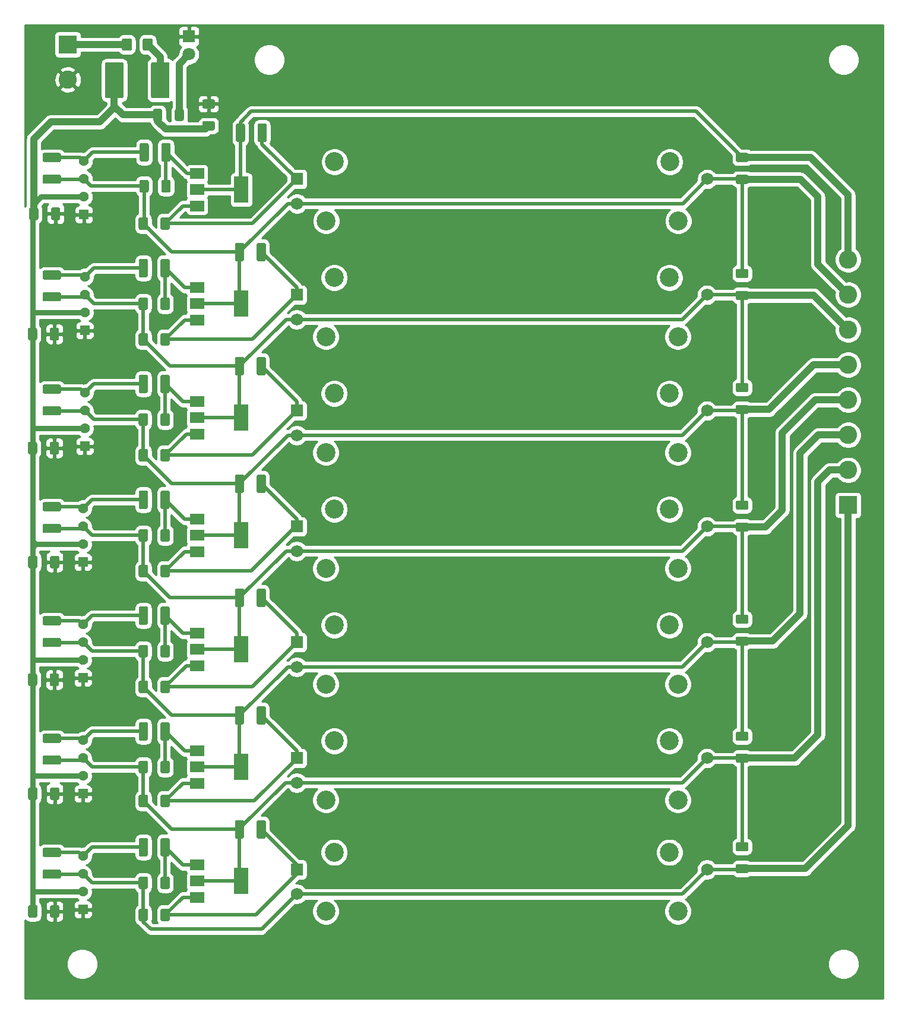
<source format=gbr>
%TF.GenerationSoftware,KiCad,Pcbnew,5.1.7-a382d34a8~87~ubuntu20.04.1*%
%TF.CreationDate,2020-11-02T17:40:13+01:00*%
%TF.ProjectId,7CellBatterySimulator_7CBS,3743656c-6c42-4617-9474-65727953696d,V1.0*%
%TF.SameCoordinates,Original*%
%TF.FileFunction,Copper,L2,Bot*%
%TF.FilePolarity,Positive*%
%FSLAX46Y46*%
G04 Gerber Fmt 4.6, Leading zero omitted, Abs format (unit mm)*
G04 Created by KiCad (PCBNEW 5.1.7-a382d34a8~87~ubuntu20.04.1) date 2020-11-02 17:40:13*
%MOMM*%
%LPD*%
G01*
G04 APERTURE LIST*
%TA.AperFunction,ComponentPad*%
%ADD10C,2.600000*%
%TD*%
%TA.AperFunction,ComponentPad*%
%ADD11R,2.600000X2.600000*%
%TD*%
%TA.AperFunction,ComponentPad*%
%ADD12C,1.430000*%
%TD*%
%TA.AperFunction,ComponentPad*%
%ADD13R,1.430000X1.430000*%
%TD*%
%TA.AperFunction,SMDPad,CuDef*%
%ADD14R,2.000000X1.500000*%
%TD*%
%TA.AperFunction,SMDPad,CuDef*%
%ADD15R,2.000000X3.800000*%
%TD*%
%TA.AperFunction,ComponentPad*%
%ADD16C,2.700000*%
%TD*%
%TA.AperFunction,ComponentPad*%
%ADD17C,1.750000*%
%TD*%
%TA.AperFunction,ComponentPad*%
%ADD18R,1.750000X1.750000*%
%TD*%
%TA.AperFunction,ComponentPad*%
%ADD19C,1.800000*%
%TD*%
%TA.AperFunction,ComponentPad*%
%ADD20R,1.800000X1.800000*%
%TD*%
%TA.AperFunction,Conductor*%
%ADD21C,0.750000*%
%TD*%
%TA.AperFunction,Conductor*%
%ADD22C,1.000000*%
%TD*%
%TA.AperFunction,Conductor*%
%ADD23C,0.500000*%
%TD*%
%TA.AperFunction,Conductor*%
%ADD24C,0.254000*%
%TD*%
%TA.AperFunction,Conductor*%
%ADD25C,0.100000*%
%TD*%
G04 APERTURE END LIST*
D10*
%TO.P,J101,2*%
%TO.N,GND*%
X50038000Y-32051000D03*
D11*
%TO.P,J101,1*%
%TO.N,Net-(F101-Pad2)*%
X50038000Y-27051000D03*
%TD*%
%TO.P,D101,2*%
%TO.N,Net-(D101-Pad2)*%
%TA.AperFunction,SMDPad,CuDef*%
G36*
G01*
X61894000Y-34456000D02*
X61894000Y-29806000D01*
G75*
G02*
X62144000Y-29556000I250000J0D01*
G01*
X64294000Y-29556000D01*
G75*
G02*
X64544000Y-29806000I0J-250000D01*
G01*
X64544000Y-34456000D01*
G75*
G02*
X64294000Y-34706000I-250000J0D01*
G01*
X62144000Y-34706000D01*
G75*
G02*
X61894000Y-34456000I0J250000D01*
G01*
G37*
%TD.AperFunction*%
%TO.P,D101,1*%
%TO.N,+5V*%
%TA.AperFunction,SMDPad,CuDef*%
G36*
G01*
X55344000Y-34456000D02*
X55344000Y-29806000D01*
G75*
G02*
X55594000Y-29556000I250000J0D01*
G01*
X57744000Y-29556000D01*
G75*
G02*
X57994000Y-29806000I0J-250000D01*
G01*
X57994000Y-34456000D01*
G75*
G02*
X57744000Y-34706000I-250000J0D01*
G01*
X55594000Y-34706000D01*
G75*
G02*
X55344000Y-34456000I0J250000D01*
G01*
G37*
%TD.AperFunction*%
%TD*%
D12*
%TO.P,PS601,4*%
%TO.N,Net-(PS601-Pad4)*%
X52197000Y-93218000D03*
%TO.P,PS601,3*%
%TO.N,/Channel3/OUT+*%
X52197000Y-95758000D03*
%TO.P,PS601,2*%
%TO.N,+5V*%
X52197000Y-98298000D03*
D13*
%TO.P,PS601,1*%
%TO.N,GND*%
X52197000Y-100838000D03*
%TD*%
D14*
%TO.P,U801,1*%
%TO.N,Net-(C803-Pad1)*%
X68478000Y-50052000D03*
%TO.P,U801,3*%
%TO.N,Net-(C802-Pad1)*%
X68478000Y-45452000D03*
%TO.P,U801,2*%
%TO.N,/Channel7/OUT+*%
X68478000Y-47752000D03*
D15*
X74778000Y-47752000D03*
%TD*%
D14*
%TO.P,U701,1*%
%TO.N,Net-(C703-Pad1)*%
X68478000Y-82564000D03*
%TO.P,U701,3*%
%TO.N,Net-(C702-Pad1)*%
X68478000Y-77964000D03*
%TO.P,U701,2*%
%TO.N,/Channel5/OUT+*%
X68478000Y-80264000D03*
D15*
X74778000Y-80264000D03*
%TD*%
D14*
%TO.P,U601,1*%
%TO.N,Net-(C603-Pad1)*%
X68478000Y-99328000D03*
%TO.P,U601,3*%
%TO.N,Net-(C602-Pad1)*%
X68478000Y-94728000D03*
%TO.P,U601,2*%
%TO.N,/Channel4/OUT+*%
X68478000Y-97028000D03*
D15*
X74778000Y-97028000D03*
%TD*%
D14*
%TO.P,U501,1*%
%TO.N,Net-(C503-Pad1)*%
X68478000Y-115584000D03*
%TO.P,U501,3*%
%TO.N,Net-(C502-Pad1)*%
X68478000Y-110984000D03*
%TO.P,U501,2*%
%TO.N,/Channel3/OUT+*%
X68478000Y-113284000D03*
D15*
X74778000Y-113284000D03*
%TD*%
D14*
%TO.P,U401,1*%
%TO.N,Net-(C403-Pad1)*%
X68478000Y-132348000D03*
%TO.P,U401,3*%
%TO.N,Net-(C402-Pad1)*%
X68478000Y-127748000D03*
%TO.P,U401,2*%
%TO.N,/Channel2/OUT+*%
X68478000Y-130048000D03*
D15*
X74778000Y-130048000D03*
%TD*%
D14*
%TO.P,U301,1*%
%TO.N,Net-(C303-Pad1)*%
X68478000Y-148604000D03*
%TO.P,U301,3*%
%TO.N,Net-(C302-Pad1)*%
X68478000Y-144004000D03*
%TO.P,U301,2*%
%TO.N,/Channel1/OUT+*%
X68478000Y-146304000D03*
D15*
X74778000Y-146304000D03*
%TD*%
D14*
%TO.P,U201,1*%
%TO.N,Net-(C203-Pad1)*%
X68478000Y-66308000D03*
%TO.P,U201,3*%
%TO.N,Net-(C202-Pad1)*%
X68478000Y-61708000D03*
%TO.P,U201,2*%
%TO.N,/Channel6/OUT+*%
X68478000Y-64008000D03*
D15*
X74778000Y-64008000D03*
%TD*%
%TO.P,R801,2*%
%TO.N,Net-(PS801-Pad4)*%
%TA.AperFunction,SMDPad,CuDef*%
G36*
G01*
X48827001Y-43804000D02*
X46676999Y-43804000D01*
G75*
G02*
X46427000Y-43554001I0J249999D01*
G01*
X46427000Y-42753999D01*
G75*
G02*
X46676999Y-42504000I249999J0D01*
G01*
X48827001Y-42504000D01*
G75*
G02*
X49077000Y-42753999I0J-249999D01*
G01*
X49077000Y-43554001D01*
G75*
G02*
X48827001Y-43804000I-249999J0D01*
G01*
G37*
%TD.AperFunction*%
%TO.P,R801,1*%
%TO.N,/Channel6/OUT+*%
%TA.AperFunction,SMDPad,CuDef*%
G36*
G01*
X48827001Y-46904000D02*
X46676999Y-46904000D01*
G75*
G02*
X46427000Y-46654001I0J249999D01*
G01*
X46427000Y-45853999D01*
G75*
G02*
X46676999Y-45604000I249999J0D01*
G01*
X48827001Y-45604000D01*
G75*
G02*
X49077000Y-45853999I0J-249999D01*
G01*
X49077000Y-46654001D01*
G75*
G02*
X48827001Y-46904000I-249999J0D01*
G01*
G37*
%TD.AperFunction*%
%TD*%
%TO.P,R701,2*%
%TO.N,Net-(PS701-Pad4)*%
%TA.AperFunction,SMDPad,CuDef*%
G36*
G01*
X48827001Y-76824000D02*
X46676999Y-76824000D01*
G75*
G02*
X46427000Y-76574001I0J249999D01*
G01*
X46427000Y-75773999D01*
G75*
G02*
X46676999Y-75524000I249999J0D01*
G01*
X48827001Y-75524000D01*
G75*
G02*
X49077000Y-75773999I0J-249999D01*
G01*
X49077000Y-76574001D01*
G75*
G02*
X48827001Y-76824000I-249999J0D01*
G01*
G37*
%TD.AperFunction*%
%TO.P,R701,1*%
%TO.N,/Channel4/OUT+*%
%TA.AperFunction,SMDPad,CuDef*%
G36*
G01*
X48827001Y-79924000D02*
X46676999Y-79924000D01*
G75*
G02*
X46427000Y-79674001I0J249999D01*
G01*
X46427000Y-78873999D01*
G75*
G02*
X46676999Y-78624000I249999J0D01*
G01*
X48827001Y-78624000D01*
G75*
G02*
X49077000Y-78873999I0J-249999D01*
G01*
X49077000Y-79674001D01*
G75*
G02*
X48827001Y-79924000I-249999J0D01*
G01*
G37*
%TD.AperFunction*%
%TD*%
%TO.P,R601,2*%
%TO.N,Net-(PS601-Pad4)*%
%TA.AperFunction,SMDPad,CuDef*%
G36*
G01*
X48827001Y-93588000D02*
X46676999Y-93588000D01*
G75*
G02*
X46427000Y-93338001I0J249999D01*
G01*
X46427000Y-92537999D01*
G75*
G02*
X46676999Y-92288000I249999J0D01*
G01*
X48827001Y-92288000D01*
G75*
G02*
X49077000Y-92537999I0J-249999D01*
G01*
X49077000Y-93338001D01*
G75*
G02*
X48827001Y-93588000I-249999J0D01*
G01*
G37*
%TD.AperFunction*%
%TO.P,R601,1*%
%TO.N,/Channel3/OUT+*%
%TA.AperFunction,SMDPad,CuDef*%
G36*
G01*
X48827001Y-96688000D02*
X46676999Y-96688000D01*
G75*
G02*
X46427000Y-96438001I0J249999D01*
G01*
X46427000Y-95637999D01*
G75*
G02*
X46676999Y-95388000I249999J0D01*
G01*
X48827001Y-95388000D01*
G75*
G02*
X49077000Y-95637999I0J-249999D01*
G01*
X49077000Y-96438001D01*
G75*
G02*
X48827001Y-96688000I-249999J0D01*
G01*
G37*
%TD.AperFunction*%
%TD*%
%TO.P,R501,2*%
%TO.N,Net-(PS501-Pad4)*%
%TA.AperFunction,SMDPad,CuDef*%
G36*
G01*
X48827001Y-109844000D02*
X46676999Y-109844000D01*
G75*
G02*
X46427000Y-109594001I0J249999D01*
G01*
X46427000Y-108793999D01*
G75*
G02*
X46676999Y-108544000I249999J0D01*
G01*
X48827001Y-108544000D01*
G75*
G02*
X49077000Y-108793999I0J-249999D01*
G01*
X49077000Y-109594001D01*
G75*
G02*
X48827001Y-109844000I-249999J0D01*
G01*
G37*
%TD.AperFunction*%
%TO.P,R501,1*%
%TO.N,/Channel2/OUT+*%
%TA.AperFunction,SMDPad,CuDef*%
G36*
G01*
X48827001Y-112944000D02*
X46676999Y-112944000D01*
G75*
G02*
X46427000Y-112694001I0J249999D01*
G01*
X46427000Y-111893999D01*
G75*
G02*
X46676999Y-111644000I249999J0D01*
G01*
X48827001Y-111644000D01*
G75*
G02*
X49077000Y-111893999I0J-249999D01*
G01*
X49077000Y-112694001D01*
G75*
G02*
X48827001Y-112944000I-249999J0D01*
G01*
G37*
%TD.AperFunction*%
%TD*%
%TO.P,R401,2*%
%TO.N,Net-(PS401-Pad4)*%
%TA.AperFunction,SMDPad,CuDef*%
G36*
G01*
X48827001Y-126608000D02*
X46676999Y-126608000D01*
G75*
G02*
X46427000Y-126358001I0J249999D01*
G01*
X46427000Y-125557999D01*
G75*
G02*
X46676999Y-125308000I249999J0D01*
G01*
X48827001Y-125308000D01*
G75*
G02*
X49077000Y-125557999I0J-249999D01*
G01*
X49077000Y-126358001D01*
G75*
G02*
X48827001Y-126608000I-249999J0D01*
G01*
G37*
%TD.AperFunction*%
%TO.P,R401,1*%
%TO.N,/Channel1/OUT+*%
%TA.AperFunction,SMDPad,CuDef*%
G36*
G01*
X48827001Y-129708000D02*
X46676999Y-129708000D01*
G75*
G02*
X46427000Y-129458001I0J249999D01*
G01*
X46427000Y-128657999D01*
G75*
G02*
X46676999Y-128408000I249999J0D01*
G01*
X48827001Y-128408000D01*
G75*
G02*
X49077000Y-128657999I0J-249999D01*
G01*
X49077000Y-129458001D01*
G75*
G02*
X48827001Y-129708000I-249999J0D01*
G01*
G37*
%TD.AperFunction*%
%TD*%
%TO.P,R301,2*%
%TO.N,Net-(PS301-Pad4)*%
%TA.AperFunction,SMDPad,CuDef*%
G36*
G01*
X48827001Y-142864000D02*
X46676999Y-142864000D01*
G75*
G02*
X46427000Y-142614001I0J249999D01*
G01*
X46427000Y-141813999D01*
G75*
G02*
X46676999Y-141564000I249999J0D01*
G01*
X48827001Y-141564000D01*
G75*
G02*
X49077000Y-141813999I0J-249999D01*
G01*
X49077000Y-142614001D01*
G75*
G02*
X48827001Y-142864000I-249999J0D01*
G01*
G37*
%TD.AperFunction*%
%TO.P,R301,1*%
%TO.N,/Channel1/OUT-*%
%TA.AperFunction,SMDPad,CuDef*%
G36*
G01*
X48827001Y-145964000D02*
X46676999Y-145964000D01*
G75*
G02*
X46427000Y-145714001I0J249999D01*
G01*
X46427000Y-144913999D01*
G75*
G02*
X46676999Y-144664000I249999J0D01*
G01*
X48827001Y-144664000D01*
G75*
G02*
X49077000Y-144913999I0J-249999D01*
G01*
X49077000Y-145714001D01*
G75*
G02*
X48827001Y-145964000I-249999J0D01*
G01*
G37*
%TD.AperFunction*%
%TD*%
%TO.P,R201,2*%
%TO.N,Net-(PS201-Pad4)*%
%TA.AperFunction,SMDPad,CuDef*%
G36*
G01*
X48827001Y-60568000D02*
X46676999Y-60568000D01*
G75*
G02*
X46427000Y-60318001I0J249999D01*
G01*
X46427000Y-59517999D01*
G75*
G02*
X46676999Y-59268000I249999J0D01*
G01*
X48827001Y-59268000D01*
G75*
G02*
X49077000Y-59517999I0J-249999D01*
G01*
X49077000Y-60318001D01*
G75*
G02*
X48827001Y-60568000I-249999J0D01*
G01*
G37*
%TD.AperFunction*%
%TO.P,R201,1*%
%TO.N,/Channel5/OUT+*%
%TA.AperFunction,SMDPad,CuDef*%
G36*
G01*
X48827001Y-63668000D02*
X46676999Y-63668000D01*
G75*
G02*
X46427000Y-63418001I0J249999D01*
G01*
X46427000Y-62617999D01*
G75*
G02*
X46676999Y-62368000I249999J0D01*
G01*
X48827001Y-62368000D01*
G75*
G02*
X49077000Y-62617999I0J-249999D01*
G01*
X49077000Y-63418001D01*
G75*
G02*
X48827001Y-63668000I-249999J0D01*
G01*
G37*
%TD.AperFunction*%
%TD*%
D10*
%TO.P,J102,8*%
%TO.N,/Channel7/OUT+*%
X161290000Y-57710000D03*
%TO.P,J102,7*%
%TO.N,/Channel6/OUT+*%
X161290000Y-62710000D03*
%TO.P,J102,6*%
%TO.N,/Channel5/OUT+*%
X161290000Y-67710000D03*
%TO.P,J102,5*%
%TO.N,/Channel4/OUT+*%
X161290000Y-72710000D03*
%TO.P,J102,4*%
%TO.N,/Channel3/OUT+*%
X161290000Y-77710000D03*
%TO.P,J102,3*%
%TO.N,/Channel2/OUT+*%
X161290000Y-82710000D03*
%TO.P,J102,2*%
%TO.N,/Channel1/OUT+*%
X161290000Y-87710000D03*
D11*
%TO.P,J102,1*%
%TO.N,/Channel1/OUT-*%
X161290000Y-92710000D03*
%TD*%
D16*
%TO.P,RV801,MP*%
%TO.N,N/C*%
X137068000Y-52178000D03*
X86868000Y-52178000D03*
X135868000Y-43778000D03*
X88068000Y-43778000D03*
D17*
%TO.P,RV801,3*%
%TO.N,/Channel6/OUT+*%
X141218000Y-46228000D03*
%TO.P,RV801,2*%
X82718000Y-49728000D03*
D18*
%TO.P,RV801,1*%
%TO.N,Net-(C803-Pad1)*%
X82718000Y-46228000D03*
%TD*%
%TO.P,R803,2*%
%TO.N,/Channel7/OUT+*%
%TA.AperFunction,SMDPad,CuDef*%
G36*
G01*
X75300000Y-38548999D02*
X75300000Y-40699001D01*
G75*
G02*
X75050001Y-40949000I-249999J0D01*
G01*
X74249999Y-40949000D01*
G75*
G02*
X74000000Y-40699001I0J249999D01*
G01*
X74000000Y-38548999D01*
G75*
G02*
X74249999Y-38299000I249999J0D01*
G01*
X75050001Y-38299000D01*
G75*
G02*
X75300000Y-38548999I0J-249999D01*
G01*
G37*
%TD.AperFunction*%
%TO.P,R803,1*%
%TO.N,Net-(C803-Pad1)*%
%TA.AperFunction,SMDPad,CuDef*%
G36*
G01*
X78400000Y-38548999D02*
X78400000Y-40699001D01*
G75*
G02*
X78150001Y-40949000I-249999J0D01*
G01*
X77349999Y-40949000D01*
G75*
G02*
X77100000Y-40699001I0J249999D01*
G01*
X77100000Y-38548999D01*
G75*
G02*
X77349999Y-38299000I249999J0D01*
G01*
X78150001Y-38299000D01*
G75*
G02*
X78400000Y-38548999I0J-249999D01*
G01*
G37*
%TD.AperFunction*%
%TD*%
%TO.P,R802,2*%
%TO.N,Net-(PS801-Pad4)*%
%TA.AperFunction,SMDPad,CuDef*%
G36*
G01*
X61584000Y-41342999D02*
X61584000Y-43493001D01*
G75*
G02*
X61334001Y-43743000I-249999J0D01*
G01*
X60533999Y-43743000D01*
G75*
G02*
X60284000Y-43493001I0J249999D01*
G01*
X60284000Y-41342999D01*
G75*
G02*
X60533999Y-41093000I249999J0D01*
G01*
X61334001Y-41093000D01*
G75*
G02*
X61584000Y-41342999I0J-249999D01*
G01*
G37*
%TD.AperFunction*%
%TO.P,R802,1*%
%TO.N,Net-(C802-Pad1)*%
%TA.AperFunction,SMDPad,CuDef*%
G36*
G01*
X64684000Y-41342999D02*
X64684000Y-43493001D01*
G75*
G02*
X64434001Y-43743000I-249999J0D01*
G01*
X63633999Y-43743000D01*
G75*
G02*
X63384000Y-43493001I0J249999D01*
G01*
X63384000Y-41342999D01*
G75*
G02*
X63633999Y-41093000I249999J0D01*
G01*
X64434001Y-41093000D01*
G75*
G02*
X64684000Y-41342999I0J-249999D01*
G01*
G37*
%TD.AperFunction*%
%TD*%
D12*
%TO.P,PS801,4*%
%TO.N,Net-(PS801-Pad4)*%
X52324000Y-43688000D03*
%TO.P,PS801,3*%
%TO.N,/Channel6/OUT+*%
X52324000Y-46228000D03*
%TO.P,PS801,2*%
%TO.N,+5V*%
X52324000Y-48768000D03*
D13*
%TO.P,PS801,1*%
%TO.N,GND*%
X52324000Y-51308000D03*
%TD*%
%TO.P,C804,2*%
%TO.N,/Channel6/OUT+*%
%TA.AperFunction,SMDPad,CuDef*%
G36*
G01*
X145526997Y-45604000D02*
X146827003Y-45604000D01*
G75*
G02*
X147077000Y-45853997I0J-249997D01*
G01*
X147077000Y-46679003D01*
G75*
G02*
X146827003Y-46929000I-249997J0D01*
G01*
X145526997Y-46929000D01*
G75*
G02*
X145277000Y-46679003I0J249997D01*
G01*
X145277000Y-45853997D01*
G75*
G02*
X145526997Y-45604000I249997J0D01*
G01*
G37*
%TD.AperFunction*%
%TO.P,C804,1*%
%TO.N,/Channel7/OUT+*%
%TA.AperFunction,SMDPad,CuDef*%
G36*
G01*
X145526997Y-42479000D02*
X146827003Y-42479000D01*
G75*
G02*
X147077000Y-42728997I0J-249997D01*
G01*
X147077000Y-43554003D01*
G75*
G02*
X146827003Y-43804000I-249997J0D01*
G01*
X145526997Y-43804000D01*
G75*
G02*
X145277000Y-43554003I0J249997D01*
G01*
X145277000Y-42728997D01*
G75*
G02*
X145526997Y-42479000I249997J0D01*
G01*
G37*
%TD.AperFunction*%
%TD*%
%TO.P,C803,2*%
%TO.N,/Channel6/OUT+*%
%TA.AperFunction,SMDPad,CuDef*%
G36*
G01*
X61457000Y-51927997D02*
X61457000Y-53228003D01*
G75*
G02*
X61207003Y-53478000I-249997J0D01*
G01*
X60381997Y-53478000D01*
G75*
G02*
X60132000Y-53228003I0J249997D01*
G01*
X60132000Y-51927997D01*
G75*
G02*
X60381997Y-51678000I249997J0D01*
G01*
X61207003Y-51678000D01*
G75*
G02*
X61457000Y-51927997I0J-249997D01*
G01*
G37*
%TD.AperFunction*%
%TO.P,C803,1*%
%TO.N,Net-(C803-Pad1)*%
%TA.AperFunction,SMDPad,CuDef*%
G36*
G01*
X64582000Y-51927997D02*
X64582000Y-53228003D01*
G75*
G02*
X64332003Y-53478000I-249997J0D01*
G01*
X63506997Y-53478000D01*
G75*
G02*
X63257000Y-53228003I0J249997D01*
G01*
X63257000Y-51927997D01*
G75*
G02*
X63506997Y-51678000I249997J0D01*
G01*
X64332003Y-51678000D01*
G75*
G02*
X64582000Y-51927997I0J-249997D01*
G01*
G37*
%TD.AperFunction*%
%TD*%
%TO.P,C802,2*%
%TO.N,/Channel6/OUT+*%
%TA.AperFunction,SMDPad,CuDef*%
G36*
G01*
X61584000Y-46593997D02*
X61584000Y-47894003D01*
G75*
G02*
X61334003Y-48144000I-249997J0D01*
G01*
X60508997Y-48144000D01*
G75*
G02*
X60259000Y-47894003I0J249997D01*
G01*
X60259000Y-46593997D01*
G75*
G02*
X60508997Y-46344000I249997J0D01*
G01*
X61334003Y-46344000D01*
G75*
G02*
X61584000Y-46593997I0J-249997D01*
G01*
G37*
%TD.AperFunction*%
%TO.P,C802,1*%
%TO.N,Net-(C802-Pad1)*%
%TA.AperFunction,SMDPad,CuDef*%
G36*
G01*
X64709000Y-46593997D02*
X64709000Y-47894003D01*
G75*
G02*
X64459003Y-48144000I-249997J0D01*
G01*
X63633997Y-48144000D01*
G75*
G02*
X63384000Y-47894003I0J249997D01*
G01*
X63384000Y-46593997D01*
G75*
G02*
X63633997Y-46344000I249997J0D01*
G01*
X64459003Y-46344000D01*
G75*
G02*
X64709000Y-46593997I0J-249997D01*
G01*
G37*
%TD.AperFunction*%
%TD*%
%TO.P,C801,2*%
%TO.N,GND*%
%TA.AperFunction,SMDPad,CuDef*%
G36*
G01*
X47636000Y-51831003D02*
X47636000Y-50530997D01*
G75*
G02*
X47885997Y-50281000I249997J0D01*
G01*
X48711003Y-50281000D01*
G75*
G02*
X48961000Y-50530997I0J-249997D01*
G01*
X48961000Y-51831003D01*
G75*
G02*
X48711003Y-52081000I-249997J0D01*
G01*
X47885997Y-52081000D01*
G75*
G02*
X47636000Y-51831003I0J249997D01*
G01*
G37*
%TD.AperFunction*%
%TO.P,C801,1*%
%TO.N,+5V*%
%TA.AperFunction,SMDPad,CuDef*%
G36*
G01*
X44511000Y-51831003D02*
X44511000Y-50530997D01*
G75*
G02*
X44760997Y-50281000I249997J0D01*
G01*
X45586003Y-50281000D01*
G75*
G02*
X45836000Y-50530997I0J-249997D01*
G01*
X45836000Y-51831003D01*
G75*
G02*
X45586003Y-52081000I-249997J0D01*
G01*
X44760997Y-52081000D01*
G75*
G02*
X44511000Y-51831003I0J249997D01*
G01*
G37*
%TD.AperFunction*%
%TD*%
%TO.P,C501,2*%
%TO.N,GND*%
%TA.AperFunction,SMDPad,CuDef*%
G36*
G01*
X47470500Y-118252003D02*
X47470500Y-116951997D01*
G75*
G02*
X47720497Y-116702000I249997J0D01*
G01*
X48545503Y-116702000D01*
G75*
G02*
X48795500Y-116951997I0J-249997D01*
G01*
X48795500Y-118252003D01*
G75*
G02*
X48545503Y-118502000I-249997J0D01*
G01*
X47720497Y-118502000D01*
G75*
G02*
X47470500Y-118252003I0J249997D01*
G01*
G37*
%TD.AperFunction*%
%TO.P,C501,1*%
%TO.N,+5V*%
%TA.AperFunction,SMDPad,CuDef*%
G36*
G01*
X44345500Y-118252003D02*
X44345500Y-116951997D01*
G75*
G02*
X44595497Y-116702000I249997J0D01*
G01*
X45420503Y-116702000D01*
G75*
G02*
X45670500Y-116951997I0J-249997D01*
G01*
X45670500Y-118252003D01*
G75*
G02*
X45420503Y-118502000I-249997J0D01*
G01*
X44595497Y-118502000D01*
G75*
G02*
X44345500Y-118252003I0J249997D01*
G01*
G37*
%TD.AperFunction*%
%TD*%
%TO.P,R503,2*%
%TO.N,/Channel3/OUT+*%
%TA.AperFunction,SMDPad,CuDef*%
G36*
G01*
X75173000Y-104842999D02*
X75173000Y-106993001D01*
G75*
G02*
X74923001Y-107243000I-249999J0D01*
G01*
X74122999Y-107243000D01*
G75*
G02*
X73873000Y-106993001I0J249999D01*
G01*
X73873000Y-104842999D01*
G75*
G02*
X74122999Y-104593000I249999J0D01*
G01*
X74923001Y-104593000D01*
G75*
G02*
X75173000Y-104842999I0J-249999D01*
G01*
G37*
%TD.AperFunction*%
%TO.P,R503,1*%
%TO.N,Net-(C503-Pad1)*%
%TA.AperFunction,SMDPad,CuDef*%
G36*
G01*
X78273000Y-104842999D02*
X78273000Y-106993001D01*
G75*
G02*
X78023001Y-107243000I-249999J0D01*
G01*
X77222999Y-107243000D01*
G75*
G02*
X76973000Y-106993001I0J249999D01*
G01*
X76973000Y-104842999D01*
G75*
G02*
X77222999Y-104593000I249999J0D01*
G01*
X78023001Y-104593000D01*
G75*
G02*
X78273000Y-104842999I0J-249999D01*
G01*
G37*
%TD.AperFunction*%
%TD*%
%TO.P,C303,2*%
%TO.N,/Channel1/OUT-*%
%TA.AperFunction,SMDPad,CuDef*%
G36*
G01*
X61457000Y-150479997D02*
X61457000Y-151780003D01*
G75*
G02*
X61207003Y-152030000I-249997J0D01*
G01*
X60381997Y-152030000D01*
G75*
G02*
X60132000Y-151780003I0J249997D01*
G01*
X60132000Y-150479997D01*
G75*
G02*
X60381997Y-150230000I249997J0D01*
G01*
X61207003Y-150230000D01*
G75*
G02*
X61457000Y-150479997I0J-249997D01*
G01*
G37*
%TD.AperFunction*%
%TO.P,C303,1*%
%TO.N,Net-(C303-Pad1)*%
%TA.AperFunction,SMDPad,CuDef*%
G36*
G01*
X64582000Y-150479997D02*
X64582000Y-151780003D01*
G75*
G02*
X64332003Y-152030000I-249997J0D01*
G01*
X63506997Y-152030000D01*
G75*
G02*
X63257000Y-151780003I0J249997D01*
G01*
X63257000Y-150479997D01*
G75*
G02*
X63506997Y-150230000I249997J0D01*
G01*
X64332003Y-150230000D01*
G75*
G02*
X64582000Y-150479997I0J-249997D01*
G01*
G37*
%TD.AperFunction*%
%TD*%
D16*
%TO.P,RV701,MP*%
%TO.N,N/C*%
X137027000Y-85198000D03*
X86827000Y-85198000D03*
X135827000Y-76798000D03*
X88027000Y-76798000D03*
D17*
%TO.P,RV701,3*%
%TO.N,/Channel4/OUT+*%
X141177000Y-79248000D03*
%TO.P,RV701,2*%
X82677000Y-82748000D03*
D18*
%TO.P,RV701,1*%
%TO.N,Net-(C703-Pad1)*%
X82677000Y-79248000D03*
%TD*%
D16*
%TO.P,RV601,MP*%
%TO.N,N/C*%
X137027000Y-101708000D03*
X86827000Y-101708000D03*
X135827000Y-93308000D03*
X88027000Y-93308000D03*
D17*
%TO.P,RV601,3*%
%TO.N,/Channel3/OUT+*%
X141177000Y-95758000D03*
%TO.P,RV601,2*%
X82677000Y-99258000D03*
D18*
%TO.P,RV601,1*%
%TO.N,Net-(C603-Pad1)*%
X82677000Y-95758000D03*
%TD*%
D16*
%TO.P,RV501,MP*%
%TO.N,N/C*%
X137027000Y-118218000D03*
X86827000Y-118218000D03*
X135827000Y-109818000D03*
X88027000Y-109818000D03*
D17*
%TO.P,RV501,3*%
%TO.N,/Channel2/OUT+*%
X141177000Y-112268000D03*
%TO.P,RV501,2*%
X82677000Y-115768000D03*
D18*
%TO.P,RV501,1*%
%TO.N,Net-(C503-Pad1)*%
X82677000Y-112268000D03*
%TD*%
D16*
%TO.P,RV401,MP*%
%TO.N,N/C*%
X137027000Y-134728000D03*
X86827000Y-134728000D03*
X135827000Y-126328000D03*
X88027000Y-126328000D03*
D17*
%TO.P,RV401,3*%
%TO.N,/Channel1/OUT+*%
X141177000Y-128778000D03*
%TO.P,RV401,2*%
X82677000Y-132278000D03*
D18*
%TO.P,RV401,1*%
%TO.N,Net-(C403-Pad1)*%
X82677000Y-128778000D03*
%TD*%
D16*
%TO.P,RV301,MP*%
%TO.N,N/C*%
X137027000Y-150603000D03*
X86827000Y-150603000D03*
X135827000Y-142203000D03*
X88027000Y-142203000D03*
D17*
%TO.P,RV301,3*%
%TO.N,/Channel1/OUT-*%
X141177000Y-144653000D03*
%TO.P,RV301,2*%
X82677000Y-148153000D03*
D18*
%TO.P,RV301,1*%
%TO.N,Net-(C303-Pad1)*%
X82677000Y-144653000D03*
%TD*%
%TO.P,R703,2*%
%TO.N,/Channel5/OUT+*%
%TA.AperFunction,SMDPad,CuDef*%
G36*
G01*
X75173000Y-71822999D02*
X75173000Y-73973001D01*
G75*
G02*
X74923001Y-74223000I-249999J0D01*
G01*
X74122999Y-74223000D01*
G75*
G02*
X73873000Y-73973001I0J249999D01*
G01*
X73873000Y-71822999D01*
G75*
G02*
X74122999Y-71573000I249999J0D01*
G01*
X74923001Y-71573000D01*
G75*
G02*
X75173000Y-71822999I0J-249999D01*
G01*
G37*
%TD.AperFunction*%
%TO.P,R703,1*%
%TO.N,Net-(C703-Pad1)*%
%TA.AperFunction,SMDPad,CuDef*%
G36*
G01*
X78273000Y-71822999D02*
X78273000Y-73973001D01*
G75*
G02*
X78023001Y-74223000I-249999J0D01*
G01*
X77222999Y-74223000D01*
G75*
G02*
X76973000Y-73973001I0J249999D01*
G01*
X76973000Y-71822999D01*
G75*
G02*
X77222999Y-71573000I249999J0D01*
G01*
X78023001Y-71573000D01*
G75*
G02*
X78273000Y-71822999I0J-249999D01*
G01*
G37*
%TD.AperFunction*%
%TD*%
%TO.P,R702,2*%
%TO.N,Net-(PS701-Pad4)*%
%TA.AperFunction,SMDPad,CuDef*%
G36*
G01*
X61457000Y-74362999D02*
X61457000Y-76513001D01*
G75*
G02*
X61207001Y-76763000I-249999J0D01*
G01*
X60406999Y-76763000D01*
G75*
G02*
X60157000Y-76513001I0J249999D01*
G01*
X60157000Y-74362999D01*
G75*
G02*
X60406999Y-74113000I249999J0D01*
G01*
X61207001Y-74113000D01*
G75*
G02*
X61457000Y-74362999I0J-249999D01*
G01*
G37*
%TD.AperFunction*%
%TO.P,R702,1*%
%TO.N,Net-(C702-Pad1)*%
%TA.AperFunction,SMDPad,CuDef*%
G36*
G01*
X64557000Y-74362999D02*
X64557000Y-76513001D01*
G75*
G02*
X64307001Y-76763000I-249999J0D01*
G01*
X63506999Y-76763000D01*
G75*
G02*
X63257000Y-76513001I0J249999D01*
G01*
X63257000Y-74362999D01*
G75*
G02*
X63506999Y-74113000I249999J0D01*
G01*
X64307001Y-74113000D01*
G75*
G02*
X64557000Y-74362999I0J-249999D01*
G01*
G37*
%TD.AperFunction*%
%TD*%
%TO.P,R603,2*%
%TO.N,/Channel4/OUT+*%
%TA.AperFunction,SMDPad,CuDef*%
G36*
G01*
X75173000Y-88586999D02*
X75173000Y-90737001D01*
G75*
G02*
X74923001Y-90987000I-249999J0D01*
G01*
X74122999Y-90987000D01*
G75*
G02*
X73873000Y-90737001I0J249999D01*
G01*
X73873000Y-88586999D01*
G75*
G02*
X74122999Y-88337000I249999J0D01*
G01*
X74923001Y-88337000D01*
G75*
G02*
X75173000Y-88586999I0J-249999D01*
G01*
G37*
%TD.AperFunction*%
%TO.P,R603,1*%
%TO.N,Net-(C603-Pad1)*%
%TA.AperFunction,SMDPad,CuDef*%
G36*
G01*
X78273000Y-88586999D02*
X78273000Y-90737001D01*
G75*
G02*
X78023001Y-90987000I-249999J0D01*
G01*
X77222999Y-90987000D01*
G75*
G02*
X76973000Y-90737001I0J249999D01*
G01*
X76973000Y-88586999D01*
G75*
G02*
X77222999Y-88337000I249999J0D01*
G01*
X78023001Y-88337000D01*
G75*
G02*
X78273000Y-88586999I0J-249999D01*
G01*
G37*
%TD.AperFunction*%
%TD*%
%TO.P,R602,2*%
%TO.N,Net-(PS601-Pad4)*%
%TA.AperFunction,SMDPad,CuDef*%
G36*
G01*
X61457000Y-90872999D02*
X61457000Y-93023001D01*
G75*
G02*
X61207001Y-93273000I-249999J0D01*
G01*
X60406999Y-93273000D01*
G75*
G02*
X60157000Y-93023001I0J249999D01*
G01*
X60157000Y-90872999D01*
G75*
G02*
X60406999Y-90623000I249999J0D01*
G01*
X61207001Y-90623000D01*
G75*
G02*
X61457000Y-90872999I0J-249999D01*
G01*
G37*
%TD.AperFunction*%
%TO.P,R602,1*%
%TO.N,Net-(C602-Pad1)*%
%TA.AperFunction,SMDPad,CuDef*%
G36*
G01*
X64557000Y-90872999D02*
X64557000Y-93023001D01*
G75*
G02*
X64307001Y-93273000I-249999J0D01*
G01*
X63506999Y-93273000D01*
G75*
G02*
X63257000Y-93023001I0J249999D01*
G01*
X63257000Y-90872999D01*
G75*
G02*
X63506999Y-90623000I249999J0D01*
G01*
X64307001Y-90623000D01*
G75*
G02*
X64557000Y-90872999I0J-249999D01*
G01*
G37*
%TD.AperFunction*%
%TD*%
%TO.P,R502,2*%
%TO.N,Net-(PS501-Pad4)*%
%TA.AperFunction,SMDPad,CuDef*%
G36*
G01*
X61457000Y-107382999D02*
X61457000Y-109533001D01*
G75*
G02*
X61207001Y-109783000I-249999J0D01*
G01*
X60406999Y-109783000D01*
G75*
G02*
X60157000Y-109533001I0J249999D01*
G01*
X60157000Y-107382999D01*
G75*
G02*
X60406999Y-107133000I249999J0D01*
G01*
X61207001Y-107133000D01*
G75*
G02*
X61457000Y-107382999I0J-249999D01*
G01*
G37*
%TD.AperFunction*%
%TO.P,R502,1*%
%TO.N,Net-(C502-Pad1)*%
%TA.AperFunction,SMDPad,CuDef*%
G36*
G01*
X64557000Y-107382999D02*
X64557000Y-109533001D01*
G75*
G02*
X64307001Y-109783000I-249999J0D01*
G01*
X63506999Y-109783000D01*
G75*
G02*
X63257000Y-109533001I0J249999D01*
G01*
X63257000Y-107382999D01*
G75*
G02*
X63506999Y-107133000I249999J0D01*
G01*
X64307001Y-107133000D01*
G75*
G02*
X64557000Y-107382999I0J-249999D01*
G01*
G37*
%TD.AperFunction*%
%TD*%
%TO.P,R403,2*%
%TO.N,/Channel2/OUT+*%
%TA.AperFunction,SMDPad,CuDef*%
G36*
G01*
X75173000Y-121606999D02*
X75173000Y-123757001D01*
G75*
G02*
X74923001Y-124007000I-249999J0D01*
G01*
X74122999Y-124007000D01*
G75*
G02*
X73873000Y-123757001I0J249999D01*
G01*
X73873000Y-121606999D01*
G75*
G02*
X74122999Y-121357000I249999J0D01*
G01*
X74923001Y-121357000D01*
G75*
G02*
X75173000Y-121606999I0J-249999D01*
G01*
G37*
%TD.AperFunction*%
%TO.P,R403,1*%
%TO.N,Net-(C403-Pad1)*%
%TA.AperFunction,SMDPad,CuDef*%
G36*
G01*
X78273000Y-121606999D02*
X78273000Y-123757001D01*
G75*
G02*
X78023001Y-124007000I-249999J0D01*
G01*
X77222999Y-124007000D01*
G75*
G02*
X76973000Y-123757001I0J249999D01*
G01*
X76973000Y-121606999D01*
G75*
G02*
X77222999Y-121357000I249999J0D01*
G01*
X78023001Y-121357000D01*
G75*
G02*
X78273000Y-121606999I0J-249999D01*
G01*
G37*
%TD.AperFunction*%
%TD*%
%TO.P,R402,2*%
%TO.N,Net-(PS401-Pad4)*%
%TA.AperFunction,SMDPad,CuDef*%
G36*
G01*
X61457000Y-123892999D02*
X61457000Y-126043001D01*
G75*
G02*
X61207001Y-126293000I-249999J0D01*
G01*
X60406999Y-126293000D01*
G75*
G02*
X60157000Y-126043001I0J249999D01*
G01*
X60157000Y-123892999D01*
G75*
G02*
X60406999Y-123643000I249999J0D01*
G01*
X61207001Y-123643000D01*
G75*
G02*
X61457000Y-123892999I0J-249999D01*
G01*
G37*
%TD.AperFunction*%
%TO.P,R402,1*%
%TO.N,Net-(C402-Pad1)*%
%TA.AperFunction,SMDPad,CuDef*%
G36*
G01*
X64557000Y-123892999D02*
X64557000Y-126043001D01*
G75*
G02*
X64307001Y-126293000I-249999J0D01*
G01*
X63506999Y-126293000D01*
G75*
G02*
X63257000Y-126043001I0J249999D01*
G01*
X63257000Y-123892999D01*
G75*
G02*
X63506999Y-123643000I249999J0D01*
G01*
X64307001Y-123643000D01*
G75*
G02*
X64557000Y-123892999I0J-249999D01*
G01*
G37*
%TD.AperFunction*%
%TD*%
%TO.P,R303,2*%
%TO.N,/Channel1/OUT+*%
%TA.AperFunction,SMDPad,CuDef*%
G36*
G01*
X75173000Y-137862999D02*
X75173000Y-140013001D01*
G75*
G02*
X74923001Y-140263000I-249999J0D01*
G01*
X74122999Y-140263000D01*
G75*
G02*
X73873000Y-140013001I0J249999D01*
G01*
X73873000Y-137862999D01*
G75*
G02*
X74122999Y-137613000I249999J0D01*
G01*
X74923001Y-137613000D01*
G75*
G02*
X75173000Y-137862999I0J-249999D01*
G01*
G37*
%TD.AperFunction*%
%TO.P,R303,1*%
%TO.N,Net-(C303-Pad1)*%
%TA.AperFunction,SMDPad,CuDef*%
G36*
G01*
X78273000Y-137862999D02*
X78273000Y-140013001D01*
G75*
G02*
X78023001Y-140263000I-249999J0D01*
G01*
X77222999Y-140263000D01*
G75*
G02*
X76973000Y-140013001I0J249999D01*
G01*
X76973000Y-137862999D01*
G75*
G02*
X77222999Y-137613000I249999J0D01*
G01*
X78023001Y-137613000D01*
G75*
G02*
X78273000Y-137862999I0J-249999D01*
G01*
G37*
%TD.AperFunction*%
%TD*%
%TO.P,R302,2*%
%TO.N,Net-(PS301-Pad4)*%
%TA.AperFunction,SMDPad,CuDef*%
G36*
G01*
X61457000Y-140402999D02*
X61457000Y-142553001D01*
G75*
G02*
X61207001Y-142803000I-249999J0D01*
G01*
X60406999Y-142803000D01*
G75*
G02*
X60157000Y-142553001I0J249999D01*
G01*
X60157000Y-140402999D01*
G75*
G02*
X60406999Y-140153000I249999J0D01*
G01*
X61207001Y-140153000D01*
G75*
G02*
X61457000Y-140402999I0J-249999D01*
G01*
G37*
%TD.AperFunction*%
%TO.P,R302,1*%
%TO.N,Net-(C302-Pad1)*%
%TA.AperFunction,SMDPad,CuDef*%
G36*
G01*
X64557000Y-140402999D02*
X64557000Y-142553001D01*
G75*
G02*
X64307001Y-142803000I-249999J0D01*
G01*
X63506999Y-142803000D01*
G75*
G02*
X63257000Y-142553001I0J249999D01*
G01*
X63257000Y-140402999D01*
G75*
G02*
X63506999Y-140153000I249999J0D01*
G01*
X64307001Y-140153000D01*
G75*
G02*
X64557000Y-140402999I0J-249999D01*
G01*
G37*
%TD.AperFunction*%
%TD*%
%TO.P,R101,2*%
%TO.N,Net-(D102-Pad2)*%
%TA.AperFunction,SMDPad,CuDef*%
G36*
G01*
X65289000Y-37709001D02*
X65289000Y-36458999D01*
G75*
G02*
X65538999Y-36209000I249999J0D01*
G01*
X66339001Y-36209000D01*
G75*
G02*
X66589000Y-36458999I0J-249999D01*
G01*
X66589000Y-37709001D01*
G75*
G02*
X66339001Y-37959000I-249999J0D01*
G01*
X65538999Y-37959000D01*
G75*
G02*
X65289000Y-37709001I0J249999D01*
G01*
G37*
%TD.AperFunction*%
%TO.P,R101,1*%
%TO.N,+5V*%
%TA.AperFunction,SMDPad,CuDef*%
G36*
G01*
X62189000Y-37709001D02*
X62189000Y-36458999D01*
G75*
G02*
X62438999Y-36209000I249999J0D01*
G01*
X63239001Y-36209000D01*
G75*
G02*
X63489000Y-36458999I0J-249999D01*
G01*
X63489000Y-37709001D01*
G75*
G02*
X63239001Y-37959000I-249999J0D01*
G01*
X62438999Y-37959000D01*
G75*
G02*
X62189000Y-37709001I0J249999D01*
G01*
G37*
%TD.AperFunction*%
%TD*%
D12*
%TO.P,PS701,4*%
%TO.N,Net-(PS701-Pad4)*%
X52451000Y-76708000D03*
%TO.P,PS701,3*%
%TO.N,/Channel4/OUT+*%
X52451000Y-79248000D03*
%TO.P,PS701,2*%
%TO.N,+5V*%
X52451000Y-81788000D03*
D13*
%TO.P,PS701,1*%
%TO.N,GND*%
X52451000Y-84328000D03*
%TD*%
D12*
%TO.P,PS501,4*%
%TO.N,Net-(PS501-Pad4)*%
X52197000Y-109728000D03*
%TO.P,PS501,3*%
%TO.N,/Channel2/OUT+*%
X52197000Y-112268000D03*
%TO.P,PS501,2*%
%TO.N,+5V*%
X52197000Y-114808000D03*
D13*
%TO.P,PS501,1*%
%TO.N,GND*%
X52197000Y-117348000D03*
%TD*%
D12*
%TO.P,PS401,4*%
%TO.N,Net-(PS401-Pad4)*%
X52197000Y-126238000D03*
%TO.P,PS401,3*%
%TO.N,/Channel1/OUT+*%
X52197000Y-128778000D03*
%TO.P,PS401,2*%
%TO.N,+5V*%
X52197000Y-131318000D03*
D13*
%TO.P,PS401,1*%
%TO.N,GND*%
X52197000Y-133858000D03*
%TD*%
D12*
%TO.P,PS301,4*%
%TO.N,Net-(PS301-Pad4)*%
X52197000Y-142748000D03*
%TO.P,PS301,3*%
%TO.N,/Channel1/OUT-*%
X52197000Y-145288000D03*
%TO.P,PS301,2*%
%TO.N,+5V*%
X52197000Y-147828000D03*
D13*
%TO.P,PS301,1*%
%TO.N,GND*%
X52197000Y-150368000D03*
%TD*%
%TO.P,F101,2*%
%TO.N,Net-(F101-Pad2)*%
%TA.AperFunction,SMDPad,CuDef*%
G36*
G01*
X59169000Y-26426000D02*
X59169000Y-27676000D01*
G75*
G02*
X58919000Y-27926000I-250000J0D01*
G01*
X57994000Y-27926000D01*
G75*
G02*
X57744000Y-27676000I0J250000D01*
G01*
X57744000Y-26426000D01*
G75*
G02*
X57994000Y-26176000I250000J0D01*
G01*
X58919000Y-26176000D01*
G75*
G02*
X59169000Y-26426000I0J-250000D01*
G01*
G37*
%TD.AperFunction*%
%TO.P,F101,1*%
%TO.N,Net-(D101-Pad2)*%
%TA.AperFunction,SMDPad,CuDef*%
G36*
G01*
X62144000Y-26426000D02*
X62144000Y-27676000D01*
G75*
G02*
X61894000Y-27926000I-250000J0D01*
G01*
X60969000Y-27926000D01*
G75*
G02*
X60719000Y-27676000I0J250000D01*
G01*
X60719000Y-26426000D01*
G75*
G02*
X60969000Y-26176000I250000J0D01*
G01*
X61894000Y-26176000D01*
G75*
G02*
X62144000Y-26426000I0J-250000D01*
G01*
G37*
%TD.AperFunction*%
%TD*%
D19*
%TO.P,D102,2*%
%TO.N,Net-(D102-Pad2)*%
X67310000Y-28448000D03*
D20*
%TO.P,D102,1*%
%TO.N,GND*%
X67310000Y-25908000D03*
%TD*%
%TO.P,C704,2*%
%TO.N,/Channel4/OUT+*%
%TA.AperFunction,SMDPad,CuDef*%
G36*
G01*
X145526997Y-78408500D02*
X146827003Y-78408500D01*
G75*
G02*
X147077000Y-78658497I0J-249997D01*
G01*
X147077000Y-79483503D01*
G75*
G02*
X146827003Y-79733500I-249997J0D01*
G01*
X145526997Y-79733500D01*
G75*
G02*
X145277000Y-79483503I0J249997D01*
G01*
X145277000Y-78658497D01*
G75*
G02*
X145526997Y-78408500I249997J0D01*
G01*
G37*
%TD.AperFunction*%
%TO.P,C704,1*%
%TO.N,/Channel5/OUT+*%
%TA.AperFunction,SMDPad,CuDef*%
G36*
G01*
X145526997Y-75283500D02*
X146827003Y-75283500D01*
G75*
G02*
X147077000Y-75533497I0J-249997D01*
G01*
X147077000Y-76358503D01*
G75*
G02*
X146827003Y-76608500I-249997J0D01*
G01*
X145526997Y-76608500D01*
G75*
G02*
X145277000Y-76358503I0J249997D01*
G01*
X145277000Y-75533497D01*
G75*
G02*
X145526997Y-75283500I249997J0D01*
G01*
G37*
%TD.AperFunction*%
%TD*%
%TO.P,C703,2*%
%TO.N,/Channel4/OUT+*%
%TA.AperFunction,SMDPad,CuDef*%
G36*
G01*
X61457000Y-84947997D02*
X61457000Y-86248003D01*
G75*
G02*
X61207003Y-86498000I-249997J0D01*
G01*
X60381997Y-86498000D01*
G75*
G02*
X60132000Y-86248003I0J249997D01*
G01*
X60132000Y-84947997D01*
G75*
G02*
X60381997Y-84698000I249997J0D01*
G01*
X61207003Y-84698000D01*
G75*
G02*
X61457000Y-84947997I0J-249997D01*
G01*
G37*
%TD.AperFunction*%
%TO.P,C703,1*%
%TO.N,Net-(C703-Pad1)*%
%TA.AperFunction,SMDPad,CuDef*%
G36*
G01*
X64582000Y-84947997D02*
X64582000Y-86248003D01*
G75*
G02*
X64332003Y-86498000I-249997J0D01*
G01*
X63506997Y-86498000D01*
G75*
G02*
X63257000Y-86248003I0J249997D01*
G01*
X63257000Y-84947997D01*
G75*
G02*
X63506997Y-84698000I249997J0D01*
G01*
X64332003Y-84698000D01*
G75*
G02*
X64582000Y-84947997I0J-249997D01*
G01*
G37*
%TD.AperFunction*%
%TD*%
%TO.P,C702,2*%
%TO.N,/Channel4/OUT+*%
%TA.AperFunction,SMDPad,CuDef*%
G36*
G01*
X61457000Y-79867997D02*
X61457000Y-81168003D01*
G75*
G02*
X61207003Y-81418000I-249997J0D01*
G01*
X60381997Y-81418000D01*
G75*
G02*
X60132000Y-81168003I0J249997D01*
G01*
X60132000Y-79867997D01*
G75*
G02*
X60381997Y-79618000I249997J0D01*
G01*
X61207003Y-79618000D01*
G75*
G02*
X61457000Y-79867997I0J-249997D01*
G01*
G37*
%TD.AperFunction*%
%TO.P,C702,1*%
%TO.N,Net-(C702-Pad1)*%
%TA.AperFunction,SMDPad,CuDef*%
G36*
G01*
X64582000Y-79867997D02*
X64582000Y-81168003D01*
G75*
G02*
X64332003Y-81418000I-249997J0D01*
G01*
X63506997Y-81418000D01*
G75*
G02*
X63257000Y-81168003I0J249997D01*
G01*
X63257000Y-79867997D01*
G75*
G02*
X63506997Y-79618000I249997J0D01*
G01*
X64332003Y-79618000D01*
G75*
G02*
X64582000Y-79867997I0J-249997D01*
G01*
G37*
%TD.AperFunction*%
%TD*%
%TO.P,C701,2*%
%TO.N,GND*%
%TA.AperFunction,SMDPad,CuDef*%
G36*
G01*
X47470500Y-85232003D02*
X47470500Y-83931997D01*
G75*
G02*
X47720497Y-83682000I249997J0D01*
G01*
X48545503Y-83682000D01*
G75*
G02*
X48795500Y-83931997I0J-249997D01*
G01*
X48795500Y-85232003D01*
G75*
G02*
X48545503Y-85482000I-249997J0D01*
G01*
X47720497Y-85482000D01*
G75*
G02*
X47470500Y-85232003I0J249997D01*
G01*
G37*
%TD.AperFunction*%
%TO.P,C701,1*%
%TO.N,+5V*%
%TA.AperFunction,SMDPad,CuDef*%
G36*
G01*
X44345500Y-85232003D02*
X44345500Y-83931997D01*
G75*
G02*
X44595497Y-83682000I249997J0D01*
G01*
X45420503Y-83682000D01*
G75*
G02*
X45670500Y-83931997I0J-249997D01*
G01*
X45670500Y-85232003D01*
G75*
G02*
X45420503Y-85482000I-249997J0D01*
G01*
X44595497Y-85482000D01*
G75*
G02*
X44345500Y-85232003I0J249997D01*
G01*
G37*
%TD.AperFunction*%
%TD*%
%TO.P,C604,2*%
%TO.N,/Channel3/OUT+*%
%TA.AperFunction,SMDPad,CuDef*%
G36*
G01*
X145526997Y-95172500D02*
X146827003Y-95172500D01*
G75*
G02*
X147077000Y-95422497I0J-249997D01*
G01*
X147077000Y-96247503D01*
G75*
G02*
X146827003Y-96497500I-249997J0D01*
G01*
X145526997Y-96497500D01*
G75*
G02*
X145277000Y-96247503I0J249997D01*
G01*
X145277000Y-95422497D01*
G75*
G02*
X145526997Y-95172500I249997J0D01*
G01*
G37*
%TD.AperFunction*%
%TO.P,C604,1*%
%TO.N,/Channel4/OUT+*%
%TA.AperFunction,SMDPad,CuDef*%
G36*
G01*
X145526997Y-92047500D02*
X146827003Y-92047500D01*
G75*
G02*
X147077000Y-92297497I0J-249997D01*
G01*
X147077000Y-93122503D01*
G75*
G02*
X146827003Y-93372500I-249997J0D01*
G01*
X145526997Y-93372500D01*
G75*
G02*
X145277000Y-93122503I0J249997D01*
G01*
X145277000Y-92297497D01*
G75*
G02*
X145526997Y-92047500I249997J0D01*
G01*
G37*
%TD.AperFunction*%
%TD*%
%TO.P,C603,2*%
%TO.N,/Channel3/OUT+*%
%TA.AperFunction,SMDPad,CuDef*%
G36*
G01*
X61457000Y-101457997D02*
X61457000Y-102758003D01*
G75*
G02*
X61207003Y-103008000I-249997J0D01*
G01*
X60381997Y-103008000D01*
G75*
G02*
X60132000Y-102758003I0J249997D01*
G01*
X60132000Y-101457997D01*
G75*
G02*
X60381997Y-101208000I249997J0D01*
G01*
X61207003Y-101208000D01*
G75*
G02*
X61457000Y-101457997I0J-249997D01*
G01*
G37*
%TD.AperFunction*%
%TO.P,C603,1*%
%TO.N,Net-(C603-Pad1)*%
%TA.AperFunction,SMDPad,CuDef*%
G36*
G01*
X64582000Y-101457997D02*
X64582000Y-102758003D01*
G75*
G02*
X64332003Y-103008000I-249997J0D01*
G01*
X63506997Y-103008000D01*
G75*
G02*
X63257000Y-102758003I0J249997D01*
G01*
X63257000Y-101457997D01*
G75*
G02*
X63506997Y-101208000I249997J0D01*
G01*
X64332003Y-101208000D01*
G75*
G02*
X64582000Y-101457997I0J-249997D01*
G01*
G37*
%TD.AperFunction*%
%TD*%
%TO.P,C602,2*%
%TO.N,/Channel3/OUT+*%
%TA.AperFunction,SMDPad,CuDef*%
G36*
G01*
X61457000Y-96377997D02*
X61457000Y-97678003D01*
G75*
G02*
X61207003Y-97928000I-249997J0D01*
G01*
X60381997Y-97928000D01*
G75*
G02*
X60132000Y-97678003I0J249997D01*
G01*
X60132000Y-96377997D01*
G75*
G02*
X60381997Y-96128000I249997J0D01*
G01*
X61207003Y-96128000D01*
G75*
G02*
X61457000Y-96377997I0J-249997D01*
G01*
G37*
%TD.AperFunction*%
%TO.P,C602,1*%
%TO.N,Net-(C602-Pad1)*%
%TA.AperFunction,SMDPad,CuDef*%
G36*
G01*
X64582000Y-96377997D02*
X64582000Y-97678003D01*
G75*
G02*
X64332003Y-97928000I-249997J0D01*
G01*
X63506997Y-97928000D01*
G75*
G02*
X63257000Y-97678003I0J249997D01*
G01*
X63257000Y-96377997D01*
G75*
G02*
X63506997Y-96128000I249997J0D01*
G01*
X64332003Y-96128000D01*
G75*
G02*
X64582000Y-96377997I0J-249997D01*
G01*
G37*
%TD.AperFunction*%
%TD*%
%TO.P,C601,2*%
%TO.N,GND*%
%TA.AperFunction,SMDPad,CuDef*%
G36*
G01*
X47509000Y-101488003D02*
X47509000Y-100187997D01*
G75*
G02*
X47758997Y-99938000I249997J0D01*
G01*
X48584003Y-99938000D01*
G75*
G02*
X48834000Y-100187997I0J-249997D01*
G01*
X48834000Y-101488003D01*
G75*
G02*
X48584003Y-101738000I-249997J0D01*
G01*
X47758997Y-101738000D01*
G75*
G02*
X47509000Y-101488003I0J249997D01*
G01*
G37*
%TD.AperFunction*%
%TO.P,C601,1*%
%TO.N,+5V*%
%TA.AperFunction,SMDPad,CuDef*%
G36*
G01*
X44384000Y-101488003D02*
X44384000Y-100187997D01*
G75*
G02*
X44633997Y-99938000I249997J0D01*
G01*
X45459003Y-99938000D01*
G75*
G02*
X45709000Y-100187997I0J-249997D01*
G01*
X45709000Y-101488003D01*
G75*
G02*
X45459003Y-101738000I-249997J0D01*
G01*
X44633997Y-101738000D01*
G75*
G02*
X44384000Y-101488003I0J249997D01*
G01*
G37*
%TD.AperFunction*%
%TD*%
%TO.P,C504,2*%
%TO.N,/Channel2/OUT+*%
%TA.AperFunction,SMDPad,CuDef*%
G36*
G01*
X145526997Y-111428500D02*
X146827003Y-111428500D01*
G75*
G02*
X147077000Y-111678497I0J-249997D01*
G01*
X147077000Y-112503503D01*
G75*
G02*
X146827003Y-112753500I-249997J0D01*
G01*
X145526997Y-112753500D01*
G75*
G02*
X145277000Y-112503503I0J249997D01*
G01*
X145277000Y-111678497D01*
G75*
G02*
X145526997Y-111428500I249997J0D01*
G01*
G37*
%TD.AperFunction*%
%TO.P,C504,1*%
%TO.N,/Channel3/OUT+*%
%TA.AperFunction,SMDPad,CuDef*%
G36*
G01*
X145526997Y-108303500D02*
X146827003Y-108303500D01*
G75*
G02*
X147077000Y-108553497I0J-249997D01*
G01*
X147077000Y-109378503D01*
G75*
G02*
X146827003Y-109628500I-249997J0D01*
G01*
X145526997Y-109628500D01*
G75*
G02*
X145277000Y-109378503I0J249997D01*
G01*
X145277000Y-108553497D01*
G75*
G02*
X145526997Y-108303500I249997J0D01*
G01*
G37*
%TD.AperFunction*%
%TD*%
%TO.P,C503,2*%
%TO.N,/Channel2/OUT+*%
%TA.AperFunction,SMDPad,CuDef*%
G36*
G01*
X61457000Y-117967997D02*
X61457000Y-119268003D01*
G75*
G02*
X61207003Y-119518000I-249997J0D01*
G01*
X60381997Y-119518000D01*
G75*
G02*
X60132000Y-119268003I0J249997D01*
G01*
X60132000Y-117967997D01*
G75*
G02*
X60381997Y-117718000I249997J0D01*
G01*
X61207003Y-117718000D01*
G75*
G02*
X61457000Y-117967997I0J-249997D01*
G01*
G37*
%TD.AperFunction*%
%TO.P,C503,1*%
%TO.N,Net-(C503-Pad1)*%
%TA.AperFunction,SMDPad,CuDef*%
G36*
G01*
X64582000Y-117967997D02*
X64582000Y-119268003D01*
G75*
G02*
X64332003Y-119518000I-249997J0D01*
G01*
X63506997Y-119518000D01*
G75*
G02*
X63257000Y-119268003I0J249997D01*
G01*
X63257000Y-117967997D01*
G75*
G02*
X63506997Y-117718000I249997J0D01*
G01*
X64332003Y-117718000D01*
G75*
G02*
X64582000Y-117967997I0J-249997D01*
G01*
G37*
%TD.AperFunction*%
%TD*%
%TO.P,C502,2*%
%TO.N,/Channel2/OUT+*%
%TA.AperFunction,SMDPad,CuDef*%
G36*
G01*
X61457000Y-112887997D02*
X61457000Y-114188003D01*
G75*
G02*
X61207003Y-114438000I-249997J0D01*
G01*
X60381997Y-114438000D01*
G75*
G02*
X60132000Y-114188003I0J249997D01*
G01*
X60132000Y-112887997D01*
G75*
G02*
X60381997Y-112638000I249997J0D01*
G01*
X61207003Y-112638000D01*
G75*
G02*
X61457000Y-112887997I0J-249997D01*
G01*
G37*
%TD.AperFunction*%
%TO.P,C502,1*%
%TO.N,Net-(C502-Pad1)*%
%TA.AperFunction,SMDPad,CuDef*%
G36*
G01*
X64582000Y-112887997D02*
X64582000Y-114188003D01*
G75*
G02*
X64332003Y-114438000I-249997J0D01*
G01*
X63506997Y-114438000D01*
G75*
G02*
X63257000Y-114188003I0J249997D01*
G01*
X63257000Y-112887997D01*
G75*
G02*
X63506997Y-112638000I249997J0D01*
G01*
X64332003Y-112638000D01*
G75*
G02*
X64582000Y-112887997I0J-249997D01*
G01*
G37*
%TD.AperFunction*%
%TD*%
%TO.P,C404,2*%
%TO.N,/Channel1/OUT+*%
%TA.AperFunction,SMDPad,CuDef*%
G36*
G01*
X145526997Y-128115500D02*
X146827003Y-128115500D01*
G75*
G02*
X147077000Y-128365497I0J-249997D01*
G01*
X147077000Y-129190503D01*
G75*
G02*
X146827003Y-129440500I-249997J0D01*
G01*
X145526997Y-129440500D01*
G75*
G02*
X145277000Y-129190503I0J249997D01*
G01*
X145277000Y-128365497D01*
G75*
G02*
X145526997Y-128115500I249997J0D01*
G01*
G37*
%TD.AperFunction*%
%TO.P,C404,1*%
%TO.N,/Channel2/OUT+*%
%TA.AperFunction,SMDPad,CuDef*%
G36*
G01*
X145526997Y-124990500D02*
X146827003Y-124990500D01*
G75*
G02*
X147077000Y-125240497I0J-249997D01*
G01*
X147077000Y-126065503D01*
G75*
G02*
X146827003Y-126315500I-249997J0D01*
G01*
X145526997Y-126315500D01*
G75*
G02*
X145277000Y-126065503I0J249997D01*
G01*
X145277000Y-125240497D01*
G75*
G02*
X145526997Y-124990500I249997J0D01*
G01*
G37*
%TD.AperFunction*%
%TD*%
%TO.P,C403,2*%
%TO.N,/Channel1/OUT+*%
%TA.AperFunction,SMDPad,CuDef*%
G36*
G01*
X61457000Y-134223997D02*
X61457000Y-135524003D01*
G75*
G02*
X61207003Y-135774000I-249997J0D01*
G01*
X60381997Y-135774000D01*
G75*
G02*
X60132000Y-135524003I0J249997D01*
G01*
X60132000Y-134223997D01*
G75*
G02*
X60381997Y-133974000I249997J0D01*
G01*
X61207003Y-133974000D01*
G75*
G02*
X61457000Y-134223997I0J-249997D01*
G01*
G37*
%TD.AperFunction*%
%TO.P,C403,1*%
%TO.N,Net-(C403-Pad1)*%
%TA.AperFunction,SMDPad,CuDef*%
G36*
G01*
X64582000Y-134223997D02*
X64582000Y-135524003D01*
G75*
G02*
X64332003Y-135774000I-249997J0D01*
G01*
X63506997Y-135774000D01*
G75*
G02*
X63257000Y-135524003I0J249997D01*
G01*
X63257000Y-134223997D01*
G75*
G02*
X63506997Y-133974000I249997J0D01*
G01*
X64332003Y-133974000D01*
G75*
G02*
X64582000Y-134223997I0J-249997D01*
G01*
G37*
%TD.AperFunction*%
%TD*%
%TO.P,C402,2*%
%TO.N,/Channel1/OUT+*%
%TA.AperFunction,SMDPad,CuDef*%
G36*
G01*
X61457000Y-129397997D02*
X61457000Y-130698003D01*
G75*
G02*
X61207003Y-130948000I-249997J0D01*
G01*
X60381997Y-130948000D01*
G75*
G02*
X60132000Y-130698003I0J249997D01*
G01*
X60132000Y-129397997D01*
G75*
G02*
X60381997Y-129148000I249997J0D01*
G01*
X61207003Y-129148000D01*
G75*
G02*
X61457000Y-129397997I0J-249997D01*
G01*
G37*
%TD.AperFunction*%
%TO.P,C402,1*%
%TO.N,Net-(C402-Pad1)*%
%TA.AperFunction,SMDPad,CuDef*%
G36*
G01*
X64582000Y-129397997D02*
X64582000Y-130698003D01*
G75*
G02*
X64332003Y-130948000I-249997J0D01*
G01*
X63506997Y-130948000D01*
G75*
G02*
X63257000Y-130698003I0J249997D01*
G01*
X63257000Y-129397997D01*
G75*
G02*
X63506997Y-129148000I249997J0D01*
G01*
X64332003Y-129148000D01*
G75*
G02*
X64582000Y-129397997I0J-249997D01*
G01*
G37*
%TD.AperFunction*%
%TD*%
%TO.P,C401,2*%
%TO.N,GND*%
%TA.AperFunction,SMDPad,CuDef*%
G36*
G01*
X47509000Y-134508003D02*
X47509000Y-133207997D01*
G75*
G02*
X47758997Y-132958000I249997J0D01*
G01*
X48584003Y-132958000D01*
G75*
G02*
X48834000Y-133207997I0J-249997D01*
G01*
X48834000Y-134508003D01*
G75*
G02*
X48584003Y-134758000I-249997J0D01*
G01*
X47758997Y-134758000D01*
G75*
G02*
X47509000Y-134508003I0J249997D01*
G01*
G37*
%TD.AperFunction*%
%TO.P,C401,1*%
%TO.N,+5V*%
%TA.AperFunction,SMDPad,CuDef*%
G36*
G01*
X44384000Y-134508003D02*
X44384000Y-133207997D01*
G75*
G02*
X44633997Y-132958000I249997J0D01*
G01*
X45459003Y-132958000D01*
G75*
G02*
X45709000Y-133207997I0J-249997D01*
G01*
X45709000Y-134508003D01*
G75*
G02*
X45459003Y-134758000I-249997J0D01*
G01*
X44633997Y-134758000D01*
G75*
G02*
X44384000Y-134508003I0J249997D01*
G01*
G37*
%TD.AperFunction*%
%TD*%
%TO.P,C304,2*%
%TO.N,/Channel1/OUT-*%
%TA.AperFunction,SMDPad,CuDef*%
G36*
G01*
X145526997Y-143863500D02*
X146827003Y-143863500D01*
G75*
G02*
X147077000Y-144113497I0J-249997D01*
G01*
X147077000Y-144938503D01*
G75*
G02*
X146827003Y-145188500I-249997J0D01*
G01*
X145526997Y-145188500D01*
G75*
G02*
X145277000Y-144938503I0J249997D01*
G01*
X145277000Y-144113497D01*
G75*
G02*
X145526997Y-143863500I249997J0D01*
G01*
G37*
%TD.AperFunction*%
%TO.P,C304,1*%
%TO.N,/Channel1/OUT+*%
%TA.AperFunction,SMDPad,CuDef*%
G36*
G01*
X145526997Y-140738500D02*
X146827003Y-140738500D01*
G75*
G02*
X147077000Y-140988497I0J-249997D01*
G01*
X147077000Y-141813503D01*
G75*
G02*
X146827003Y-142063500I-249997J0D01*
G01*
X145526997Y-142063500D01*
G75*
G02*
X145277000Y-141813503I0J249997D01*
G01*
X145277000Y-140988497D01*
G75*
G02*
X145526997Y-140738500I249997J0D01*
G01*
G37*
%TD.AperFunction*%
%TD*%
%TO.P,C302,2*%
%TO.N,/Channel1/OUT-*%
%TA.AperFunction,SMDPad,CuDef*%
G36*
G01*
X61457000Y-145907997D02*
X61457000Y-147208003D01*
G75*
G02*
X61207003Y-147458000I-249997J0D01*
G01*
X60381997Y-147458000D01*
G75*
G02*
X60132000Y-147208003I0J249997D01*
G01*
X60132000Y-145907997D01*
G75*
G02*
X60381997Y-145658000I249997J0D01*
G01*
X61207003Y-145658000D01*
G75*
G02*
X61457000Y-145907997I0J-249997D01*
G01*
G37*
%TD.AperFunction*%
%TO.P,C302,1*%
%TO.N,Net-(C302-Pad1)*%
%TA.AperFunction,SMDPad,CuDef*%
G36*
G01*
X64582000Y-145907997D02*
X64582000Y-147208003D01*
G75*
G02*
X64332003Y-147458000I-249997J0D01*
G01*
X63506997Y-147458000D01*
G75*
G02*
X63257000Y-147208003I0J249997D01*
G01*
X63257000Y-145907997D01*
G75*
G02*
X63506997Y-145658000I249997J0D01*
G01*
X64332003Y-145658000D01*
G75*
G02*
X64582000Y-145907997I0J-249997D01*
G01*
G37*
%TD.AperFunction*%
%TD*%
%TO.P,C301,2*%
%TO.N,GND*%
%TA.AperFunction,SMDPad,CuDef*%
G36*
G01*
X47509000Y-151272003D02*
X47509000Y-149971997D01*
G75*
G02*
X47758997Y-149722000I249997J0D01*
G01*
X48584003Y-149722000D01*
G75*
G02*
X48834000Y-149971997I0J-249997D01*
G01*
X48834000Y-151272003D01*
G75*
G02*
X48584003Y-151522000I-249997J0D01*
G01*
X47758997Y-151522000D01*
G75*
G02*
X47509000Y-151272003I0J249997D01*
G01*
G37*
%TD.AperFunction*%
%TO.P,C301,1*%
%TO.N,+5V*%
%TA.AperFunction,SMDPad,CuDef*%
G36*
G01*
X44384000Y-151272003D02*
X44384000Y-149971997D01*
G75*
G02*
X44633997Y-149722000I249997J0D01*
G01*
X45459003Y-149722000D01*
G75*
G02*
X45709000Y-149971997I0J-249997D01*
G01*
X45709000Y-151272003D01*
G75*
G02*
X45459003Y-151522000I-249997J0D01*
G01*
X44633997Y-151522000D01*
G75*
G02*
X44384000Y-151272003I0J249997D01*
G01*
G37*
%TD.AperFunction*%
%TD*%
%TO.P,C101,2*%
%TO.N,GND*%
%TA.AperFunction,SMDPad,CuDef*%
G36*
G01*
X70754003Y-36184000D02*
X69453997Y-36184000D01*
G75*
G02*
X69204000Y-35934003I0J249997D01*
G01*
X69204000Y-35108997D01*
G75*
G02*
X69453997Y-34859000I249997J0D01*
G01*
X70754003Y-34859000D01*
G75*
G02*
X71004000Y-35108997I0J-249997D01*
G01*
X71004000Y-35934003D01*
G75*
G02*
X70754003Y-36184000I-249997J0D01*
G01*
G37*
%TD.AperFunction*%
%TO.P,C101,1*%
%TO.N,+5V*%
%TA.AperFunction,SMDPad,CuDef*%
G36*
G01*
X70754003Y-39309000D02*
X69453997Y-39309000D01*
G75*
G02*
X69204000Y-39059003I0J249997D01*
G01*
X69204000Y-38233997D01*
G75*
G02*
X69453997Y-37984000I249997J0D01*
G01*
X70754003Y-37984000D01*
G75*
G02*
X71004000Y-38233997I0J-249997D01*
G01*
X71004000Y-39059003D01*
G75*
G02*
X70754003Y-39309000I-249997J0D01*
G01*
G37*
%TD.AperFunction*%
%TD*%
%TO.P,C202,2*%
%TO.N,/Channel5/OUT+*%
%TA.AperFunction,SMDPad,CuDef*%
G36*
G01*
X61457000Y-63357997D02*
X61457000Y-64658003D01*
G75*
G02*
X61207003Y-64908000I-249997J0D01*
G01*
X60381997Y-64908000D01*
G75*
G02*
X60132000Y-64658003I0J249997D01*
G01*
X60132000Y-63357997D01*
G75*
G02*
X60381997Y-63108000I249997J0D01*
G01*
X61207003Y-63108000D01*
G75*
G02*
X61457000Y-63357997I0J-249997D01*
G01*
G37*
%TD.AperFunction*%
%TO.P,C202,1*%
%TO.N,Net-(C202-Pad1)*%
%TA.AperFunction,SMDPad,CuDef*%
G36*
G01*
X64582000Y-63357997D02*
X64582000Y-64658003D01*
G75*
G02*
X64332003Y-64908000I-249997J0D01*
G01*
X63506997Y-64908000D01*
G75*
G02*
X63257000Y-64658003I0J249997D01*
G01*
X63257000Y-63357997D01*
G75*
G02*
X63506997Y-63108000I249997J0D01*
G01*
X64332003Y-63108000D01*
G75*
G02*
X64582000Y-63357997I0J-249997D01*
G01*
G37*
%TD.AperFunction*%
%TD*%
D16*
%TO.P,RV201,MP*%
%TO.N,N/C*%
X137027000Y-68688000D03*
X86827000Y-68688000D03*
X135827000Y-60288000D03*
X88027000Y-60288000D03*
D17*
%TO.P,RV201,3*%
%TO.N,/Channel5/OUT+*%
X141177000Y-62738000D03*
%TO.P,RV201,2*%
X82677000Y-66238000D03*
D18*
%TO.P,RV201,1*%
%TO.N,Net-(C203-Pad1)*%
X82677000Y-62738000D03*
%TD*%
%TO.P,R203,2*%
%TO.N,/Channel6/OUT+*%
%TA.AperFunction,SMDPad,CuDef*%
G36*
G01*
X75173000Y-55566999D02*
X75173000Y-57717001D01*
G75*
G02*
X74923001Y-57967000I-249999J0D01*
G01*
X74122999Y-57967000D01*
G75*
G02*
X73873000Y-57717001I0J249999D01*
G01*
X73873000Y-55566999D01*
G75*
G02*
X74122999Y-55317000I249999J0D01*
G01*
X74923001Y-55317000D01*
G75*
G02*
X75173000Y-55566999I0J-249999D01*
G01*
G37*
%TD.AperFunction*%
%TO.P,R203,1*%
%TO.N,Net-(C203-Pad1)*%
%TA.AperFunction,SMDPad,CuDef*%
G36*
G01*
X78273000Y-55566999D02*
X78273000Y-57717001D01*
G75*
G02*
X78023001Y-57967000I-249999J0D01*
G01*
X77222999Y-57967000D01*
G75*
G02*
X76973000Y-57717001I0J249999D01*
G01*
X76973000Y-55566999D01*
G75*
G02*
X77222999Y-55317000I249999J0D01*
G01*
X78023001Y-55317000D01*
G75*
G02*
X78273000Y-55566999I0J-249999D01*
G01*
G37*
%TD.AperFunction*%
%TD*%
%TO.P,R202,2*%
%TO.N,Net-(PS201-Pad4)*%
%TA.AperFunction,SMDPad,CuDef*%
G36*
G01*
X61457000Y-57852999D02*
X61457000Y-60003001D01*
G75*
G02*
X61207001Y-60253000I-249999J0D01*
G01*
X60406999Y-60253000D01*
G75*
G02*
X60157000Y-60003001I0J249999D01*
G01*
X60157000Y-57852999D01*
G75*
G02*
X60406999Y-57603000I249999J0D01*
G01*
X61207001Y-57603000D01*
G75*
G02*
X61457000Y-57852999I0J-249999D01*
G01*
G37*
%TD.AperFunction*%
%TO.P,R202,1*%
%TO.N,Net-(C202-Pad1)*%
%TA.AperFunction,SMDPad,CuDef*%
G36*
G01*
X64557000Y-57852999D02*
X64557000Y-60003001D01*
G75*
G02*
X64307001Y-60253000I-249999J0D01*
G01*
X63506999Y-60253000D01*
G75*
G02*
X63257000Y-60003001I0J249999D01*
G01*
X63257000Y-57852999D01*
G75*
G02*
X63506999Y-57603000I249999J0D01*
G01*
X64307001Y-57603000D01*
G75*
G02*
X64557000Y-57852999I0J-249999D01*
G01*
G37*
%TD.AperFunction*%
%TD*%
D12*
%TO.P,PS201,4*%
%TO.N,Net-(PS201-Pad4)*%
X52451000Y-60198000D03*
%TO.P,PS201,3*%
%TO.N,/Channel5/OUT+*%
X52451000Y-62738000D03*
%TO.P,PS201,2*%
%TO.N,+5V*%
X52451000Y-65278000D03*
D13*
%TO.P,PS201,1*%
%TO.N,GND*%
X52451000Y-67818000D03*
%TD*%
%TO.P,C204,2*%
%TO.N,/Channel5/OUT+*%
%TA.AperFunction,SMDPad,CuDef*%
G36*
G01*
X145526997Y-62152500D02*
X146827003Y-62152500D01*
G75*
G02*
X147077000Y-62402497I0J-249997D01*
G01*
X147077000Y-63227503D01*
G75*
G02*
X146827003Y-63477500I-249997J0D01*
G01*
X145526997Y-63477500D01*
G75*
G02*
X145277000Y-63227503I0J249997D01*
G01*
X145277000Y-62402497D01*
G75*
G02*
X145526997Y-62152500I249997J0D01*
G01*
G37*
%TD.AperFunction*%
%TO.P,C204,1*%
%TO.N,/Channel6/OUT+*%
%TA.AperFunction,SMDPad,CuDef*%
G36*
G01*
X145526997Y-59027500D02*
X146827003Y-59027500D01*
G75*
G02*
X147077000Y-59277497I0J-249997D01*
G01*
X147077000Y-60102503D01*
G75*
G02*
X146827003Y-60352500I-249997J0D01*
G01*
X145526997Y-60352500D01*
G75*
G02*
X145277000Y-60102503I0J249997D01*
G01*
X145277000Y-59277497D01*
G75*
G02*
X145526997Y-59027500I249997J0D01*
G01*
G37*
%TD.AperFunction*%
%TD*%
%TO.P,C203,2*%
%TO.N,/Channel5/OUT+*%
%TA.AperFunction,SMDPad,CuDef*%
G36*
G01*
X61457000Y-68437997D02*
X61457000Y-69738003D01*
G75*
G02*
X61207003Y-69988000I-249997J0D01*
G01*
X60381997Y-69988000D01*
G75*
G02*
X60132000Y-69738003I0J249997D01*
G01*
X60132000Y-68437997D01*
G75*
G02*
X60381997Y-68188000I249997J0D01*
G01*
X61207003Y-68188000D01*
G75*
G02*
X61457000Y-68437997I0J-249997D01*
G01*
G37*
%TD.AperFunction*%
%TO.P,C203,1*%
%TO.N,Net-(C203-Pad1)*%
%TA.AperFunction,SMDPad,CuDef*%
G36*
G01*
X64582000Y-68437997D02*
X64582000Y-69738003D01*
G75*
G02*
X64332003Y-69988000I-249997J0D01*
G01*
X63506997Y-69988000D01*
G75*
G02*
X63257000Y-69738003I0J249997D01*
G01*
X63257000Y-68437997D01*
G75*
G02*
X63506997Y-68188000I249997J0D01*
G01*
X64332003Y-68188000D01*
G75*
G02*
X64582000Y-68437997I0J-249997D01*
G01*
G37*
%TD.AperFunction*%
%TD*%
%TO.P,C201,2*%
%TO.N,GND*%
%TA.AperFunction,SMDPad,CuDef*%
G36*
G01*
X47470500Y-68976003D02*
X47470500Y-67675997D01*
G75*
G02*
X47720497Y-67426000I249997J0D01*
G01*
X48545503Y-67426000D01*
G75*
G02*
X48795500Y-67675997I0J-249997D01*
G01*
X48795500Y-68976003D01*
G75*
G02*
X48545503Y-69226000I-249997J0D01*
G01*
X47720497Y-69226000D01*
G75*
G02*
X47470500Y-68976003I0J249997D01*
G01*
G37*
%TD.AperFunction*%
%TO.P,C201,1*%
%TO.N,+5V*%
%TA.AperFunction,SMDPad,CuDef*%
G36*
G01*
X44345500Y-68976003D02*
X44345500Y-67675997D01*
G75*
G02*
X44595497Y-67426000I249997J0D01*
G01*
X45420503Y-67426000D01*
G75*
G02*
X45670500Y-67675997I0J-249997D01*
G01*
X45670500Y-68976003D01*
G75*
G02*
X45420503Y-69226000I-249997J0D01*
G01*
X44595497Y-69226000D01*
G75*
G02*
X44345500Y-68976003I0J249997D01*
G01*
G37*
%TD.AperFunction*%
%TD*%
D21*
%TO.N,+5V*%
X51943000Y-115062000D02*
X52197000Y-114808000D01*
X52197000Y-82042000D02*
X52451000Y-81788000D01*
X45008000Y-100799500D02*
X45046500Y-100838000D01*
X45008000Y-100876500D02*
X45046500Y-100838000D01*
X45046500Y-117640500D02*
X45008000Y-117602000D01*
X45008000Y-81965000D02*
X45008000Y-84582000D01*
X45008000Y-68326000D02*
X45008000Y-81965000D01*
X45008000Y-65355000D02*
X45008000Y-68326000D01*
X45085000Y-65278000D02*
X45008000Y-65355000D01*
X52451000Y-65278000D02*
X45085000Y-65278000D01*
X45185000Y-114808000D02*
X45008000Y-114985000D01*
X52197000Y-114808000D02*
X45185000Y-114808000D01*
X45008000Y-114985000D02*
X45008000Y-100876500D01*
X45008000Y-117602000D02*
X45008000Y-114985000D01*
X45085000Y-131318000D02*
X45046500Y-131356500D01*
X45046500Y-131356500D02*
X45046500Y-117640500D01*
X52197000Y-131318000D02*
X45085000Y-131318000D01*
X45046500Y-133858000D02*
X45046500Y-131356500D01*
X45046500Y-150622000D02*
X45046500Y-147612500D01*
X52197000Y-147828000D02*
X45262000Y-147828000D01*
X45262000Y-147828000D02*
X45046500Y-147612500D01*
X45046500Y-147612500D02*
X45046500Y-133858000D01*
X45439000Y-98298000D02*
X45008000Y-97867000D01*
X45008000Y-84582000D02*
X45008000Y-97867000D01*
X52197000Y-98298000D02*
X45439000Y-98298000D01*
X45008000Y-98729000D02*
X45008000Y-100799500D01*
X45439000Y-98298000D02*
X45008000Y-98729000D01*
X45008000Y-97867000D02*
X45008000Y-98729000D01*
X45185000Y-81788000D02*
X45008000Y-81965000D01*
X52451000Y-81788000D02*
X45185000Y-81788000D01*
X45008000Y-51346500D02*
X45173500Y-51181000D01*
X45008000Y-68326000D02*
X45008000Y-51346500D01*
X46228000Y-48768000D02*
X45173500Y-49822500D01*
X45173500Y-49822500D02*
X45173500Y-51181000D01*
X52324000Y-48768000D02*
X46228000Y-48768000D01*
D22*
X45173500Y-40551500D02*
X47625000Y-38100000D01*
X45173500Y-51181000D02*
X45173500Y-40551500D01*
X47625000Y-38100000D02*
X54610000Y-38100000D01*
X56669000Y-36041000D02*
X54610000Y-38100000D01*
X56669000Y-32131000D02*
X56669000Y-36041000D01*
X56669000Y-35841000D02*
X56669000Y-32131000D01*
X57912000Y-37084000D02*
X56669000Y-35841000D01*
X62839000Y-37084000D02*
X57912000Y-37084000D01*
X69634500Y-39116000D02*
X70104000Y-38646500D01*
X64008000Y-39116000D02*
X69634500Y-39116000D01*
X62839000Y-37947000D02*
X64008000Y-39116000D01*
X62839000Y-37084000D02*
X62839000Y-37947000D01*
D23*
%TO.N,Net-(C202-Pad1)*%
X66687000Y-61708000D02*
X63907000Y-58928000D01*
X68478000Y-61708000D02*
X66687000Y-61708000D01*
X63907000Y-63995500D02*
X63919500Y-64008000D01*
X63907000Y-58928000D02*
X63907000Y-63995500D01*
%TO.N,Net-(C203-Pad1)*%
X77623000Y-56642000D02*
X82677000Y-61696000D01*
X82677000Y-61696000D02*
X82677000Y-62738000D01*
X63919500Y-69088000D02*
X66837000Y-69088000D01*
X76327000Y-69088000D02*
X63919500Y-69088000D01*
X82677000Y-62738000D02*
X76327000Y-69088000D01*
X66699500Y-66308000D02*
X63919500Y-69088000D01*
X68478000Y-66308000D02*
X66699500Y-66308000D01*
%TO.N,Net-(PS201-Pad4)*%
X60807000Y-58928000D02*
X53721000Y-58928000D01*
X53721000Y-58928000D02*
X52451000Y-60198000D01*
X52171000Y-59918000D02*
X52451000Y-60198000D01*
X47752000Y-59918000D02*
X52171000Y-59918000D01*
%TO.N,/Channel5/OUT+*%
X146100000Y-62738000D02*
X146177000Y-62815000D01*
X141177000Y-62738000D02*
X146100000Y-62738000D01*
X146177000Y-75946000D02*
X146177000Y-62815000D01*
X82677000Y-66238000D02*
X137677000Y-66238000D01*
X137677000Y-66238000D02*
X141177000Y-62738000D01*
X74523000Y-72898000D02*
X81183000Y-66238000D01*
X81183000Y-66238000D02*
X82677000Y-66238000D01*
X64604500Y-72898000D02*
X74523000Y-72898000D01*
X60794500Y-69088000D02*
X64604500Y-72898000D01*
X60794500Y-64008000D02*
X60794500Y-69088000D01*
X60794500Y-64008000D02*
X53721000Y-64008000D01*
X53721000Y-64008000D02*
X52451000Y-62738000D01*
X68478000Y-80264000D02*
X74778000Y-80264000D01*
X74523000Y-80009000D02*
X74778000Y-80264000D01*
X74523000Y-72898000D02*
X74523000Y-80009000D01*
X52171000Y-63018000D02*
X52451000Y-62738000D01*
X47752000Y-63018000D02*
X52171000Y-63018000D01*
D22*
X156395000Y-62815000D02*
X161290000Y-67710000D01*
X146177000Y-62815000D02*
X156395000Y-62815000D01*
D23*
%TO.N,/Channel6/OUT+*%
X74655000Y-56774000D02*
X74523000Y-56642000D01*
X81437000Y-49728000D02*
X82718000Y-49728000D01*
X74523000Y-56642000D02*
X81437000Y-49728000D01*
X137718000Y-49728000D02*
X141218000Y-46228000D01*
X82718000Y-49728000D02*
X137718000Y-49728000D01*
X146177000Y-59690000D02*
X146177000Y-46266500D01*
X146138500Y-46228000D02*
X146177000Y-46266500D01*
X141218000Y-46228000D02*
X146138500Y-46228000D01*
X64858500Y-56642000D02*
X74523000Y-56642000D01*
X60794500Y-52578000D02*
X64858500Y-56642000D01*
X60921500Y-47244000D02*
X60921500Y-52451000D01*
X60921500Y-52451000D02*
X60794500Y-52578000D01*
X53340000Y-47244000D02*
X52324000Y-46228000D01*
X60667500Y-47244000D02*
X53340000Y-47244000D01*
X68478000Y-64008000D02*
X74778000Y-64008000D01*
X74523000Y-63753000D02*
X74778000Y-64008000D01*
X74523000Y-56642000D02*
X74523000Y-63753000D01*
X52298000Y-46254000D02*
X52324000Y-46228000D01*
X47752000Y-46254000D02*
X52298000Y-46254000D01*
D22*
X156972000Y-48768000D02*
X156972000Y-58392000D01*
X156972000Y-58392000D02*
X161290000Y-62710000D01*
X154470500Y-46266500D02*
X156972000Y-48768000D01*
X146177000Y-46266500D02*
X154470500Y-46266500D01*
D23*
%TO.N,/Channel1/OUT-*%
X53467000Y-146558000D02*
X52197000Y-145288000D01*
X60794500Y-146558000D02*
X53467000Y-146558000D01*
X60794500Y-151130000D02*
X60794500Y-146558000D01*
X137677000Y-148153000D02*
X141177000Y-144653000D01*
X82677000Y-148153000D02*
X137677000Y-148153000D01*
X146050000Y-144653000D02*
X146177000Y-144526000D01*
X141177000Y-144653000D02*
X146050000Y-144653000D01*
X77668000Y-153162000D02*
X82677000Y-148153000D01*
X61849000Y-153162000D02*
X77668000Y-153162000D01*
X60794500Y-152107500D02*
X61849000Y-153162000D01*
X60794500Y-151130000D02*
X60794500Y-152107500D01*
D22*
X161290000Y-138430000D02*
X161290000Y-92710000D01*
X155194000Y-144526000D02*
X161290000Y-138430000D01*
X146177000Y-144526000D02*
X155194000Y-144526000D01*
D23*
X52171000Y-145314000D02*
X52197000Y-145288000D01*
X47752000Y-145314000D02*
X52171000Y-145314000D01*
%TO.N,Net-(C302-Pad1)*%
X63907000Y-146545500D02*
X63919500Y-146558000D01*
X63907000Y-141478000D02*
X63907000Y-146545500D01*
X66433000Y-144004000D02*
X63907000Y-141478000D01*
X68478000Y-144004000D02*
X66433000Y-144004000D01*
%TO.N,Net-(C303-Pad1)*%
X82677000Y-143992000D02*
X82677000Y-144653000D01*
X77623000Y-138938000D02*
X82677000Y-143992000D01*
X82677000Y-145288000D02*
X82677000Y-144653000D01*
X76835000Y-151130000D02*
X82677000Y-145288000D01*
X63919500Y-151130000D02*
X76835000Y-151130000D01*
X66445500Y-148604000D02*
X63919500Y-151130000D01*
X68478000Y-148604000D02*
X66445500Y-148604000D01*
%TO.N,/Channel1/OUT+*%
X53467000Y-130048000D02*
X52197000Y-128778000D01*
X60794500Y-130048000D02*
X53467000Y-130048000D01*
X137677000Y-132278000D02*
X141177000Y-128778000D01*
X82677000Y-132278000D02*
X137677000Y-132278000D01*
X141177000Y-128778000D02*
X146177000Y-128778000D01*
X146177000Y-141401000D02*
X146177000Y-128778000D01*
X64858500Y-138938000D02*
X74523000Y-138938000D01*
X60794500Y-134874000D02*
X64858500Y-138938000D01*
X60794500Y-130048000D02*
X60794500Y-134874000D01*
X81082000Y-132278000D02*
X82677000Y-132278000D01*
X74523000Y-138837000D02*
X81082000Y-132278000D01*
X74523000Y-138938000D02*
X74523000Y-138837000D01*
D22*
X156972000Y-89408000D02*
X158670000Y-87710000D01*
X156972000Y-125476000D02*
X156972000Y-89408000D01*
X153670000Y-128778000D02*
X156972000Y-125476000D01*
X158670000Y-87710000D02*
X161290000Y-87710000D01*
X146177000Y-128778000D02*
X153670000Y-128778000D01*
D23*
X68478000Y-146304000D02*
X74778000Y-146304000D01*
X74523000Y-146049000D02*
X74778000Y-146304000D01*
X74523000Y-138938000D02*
X74523000Y-146049000D01*
X51917000Y-129058000D02*
X52197000Y-128778000D01*
X47752000Y-129058000D02*
X51917000Y-129058000D01*
%TO.N,Net-(C402-Pad1)*%
X63907000Y-130035500D02*
X63919500Y-130048000D01*
X63907000Y-124968000D02*
X63907000Y-130035500D01*
X66687000Y-127748000D02*
X63907000Y-124968000D01*
X68478000Y-127748000D02*
X66687000Y-127748000D01*
%TO.N,Net-(C403-Pad1)*%
X82677000Y-127736000D02*
X82677000Y-128778000D01*
X77623000Y-122682000D02*
X82677000Y-127736000D01*
X82677000Y-128848009D02*
X82677000Y-128778000D01*
X76651009Y-134874000D02*
X82677000Y-128848009D01*
X63919500Y-134874000D02*
X76651009Y-134874000D01*
X66445500Y-132348000D02*
X63919500Y-134874000D01*
X68478000Y-132348000D02*
X66445500Y-132348000D01*
%TO.N,/Channel2/OUT+*%
X53467000Y-113538000D02*
X52197000Y-112268000D01*
X60794500Y-113538000D02*
X53467000Y-113538000D01*
X60794500Y-117983000D02*
X60794500Y-113538000D01*
X81437000Y-115768000D02*
X82677000Y-115768000D01*
X74523000Y-122682000D02*
X81437000Y-115768000D01*
X137677000Y-115768000D02*
X141177000Y-112268000D01*
X82677000Y-115768000D02*
X137677000Y-115768000D01*
X146000000Y-112268000D02*
X146177000Y-112091000D01*
X141177000Y-112268000D02*
X146000000Y-112268000D01*
X146177000Y-125653000D02*
X146177000Y-112091000D01*
X64858500Y-122682000D02*
X74523000Y-122682000D01*
X60794500Y-118618000D02*
X64858500Y-122682000D01*
D22*
X157066000Y-82710000D02*
X161290000Y-82710000D01*
X154432000Y-85344000D02*
X157066000Y-82710000D01*
X154432000Y-108204000D02*
X154432000Y-85344000D01*
X150545000Y-112091000D02*
X154432000Y-108204000D01*
X146177000Y-112091000D02*
X150545000Y-112091000D01*
D23*
X68478000Y-130048000D02*
X74778000Y-130048000D01*
X74523000Y-129793000D02*
X74778000Y-130048000D01*
X74523000Y-122682000D02*
X74523000Y-129793000D01*
X52171000Y-112294000D02*
X52197000Y-112268000D01*
X47752000Y-112294000D02*
X52171000Y-112294000D01*
%TO.N,Net-(C502-Pad1)*%
X63907000Y-113525500D02*
X63919500Y-113538000D01*
X63907000Y-108458000D02*
X63907000Y-113525500D01*
X66433000Y-110984000D02*
X63907000Y-108458000D01*
X68478000Y-110984000D02*
X66433000Y-110984000D01*
%TO.N,Net-(C503-Pad1)*%
X82677000Y-110972000D02*
X82677000Y-112268000D01*
X77623000Y-105918000D02*
X82677000Y-110972000D01*
X76327000Y-118618000D02*
X82677000Y-112268000D01*
X63919500Y-118618000D02*
X76327000Y-118618000D01*
X66953500Y-115584000D02*
X63919500Y-118618000D01*
X68478000Y-115584000D02*
X66953500Y-115584000D01*
%TO.N,/Channel3/OUT+*%
X60794500Y-102108000D02*
X60794500Y-97028000D01*
X81183000Y-99258000D02*
X82677000Y-99258000D01*
X74523000Y-105918000D02*
X81183000Y-99258000D01*
X137677000Y-99258000D02*
X141177000Y-95758000D01*
X82677000Y-99258000D02*
X137677000Y-99258000D01*
X146100000Y-95758000D02*
X146177000Y-95835000D01*
X141177000Y-95758000D02*
X146100000Y-95758000D01*
X146177000Y-108966000D02*
X146177000Y-95835000D01*
X64604500Y-105918000D02*
X74523000Y-105918000D01*
X60794500Y-102108000D02*
X64604500Y-105918000D01*
X60794500Y-97028000D02*
X53467000Y-97028000D01*
X53467000Y-97028000D02*
X52197000Y-95758000D01*
X68478000Y-113284000D02*
X74778000Y-113284000D01*
X74523000Y-113029000D02*
X74778000Y-113284000D01*
X74523000Y-105918000D02*
X74523000Y-113029000D01*
X51917000Y-96038000D02*
X52197000Y-95758000D01*
X47752000Y-96038000D02*
X51917000Y-96038000D01*
D22*
X151892000Y-82416000D02*
X156598000Y-77710000D01*
X151892000Y-93472000D02*
X151892000Y-82416000D01*
X156598000Y-77710000D02*
X161290000Y-77710000D01*
X146177000Y-95835000D02*
X149529000Y-95835000D01*
X149529000Y-95835000D02*
X151892000Y-93472000D01*
D23*
%TO.N,Net-(C602-Pad1)*%
X63907000Y-97015500D02*
X63919500Y-97028000D01*
X63907000Y-91948000D02*
X63907000Y-97015500D01*
X66687000Y-94728000D02*
X63907000Y-91948000D01*
X68478000Y-94728000D02*
X66687000Y-94728000D01*
%TO.N,Net-(C603-Pad1)*%
X82677000Y-94716000D02*
X82677000Y-95758000D01*
X77623000Y-89662000D02*
X82677000Y-94716000D01*
X82550019Y-95758000D02*
X82677000Y-95758000D01*
X76200019Y-102108000D02*
X82550019Y-95758000D01*
X63919500Y-102108000D02*
X76200019Y-102108000D01*
X66699500Y-99328000D02*
X63919500Y-102108000D01*
X68478000Y-99328000D02*
X66699500Y-99328000D01*
%TO.N,/Channel4/OUT+*%
X60794500Y-85598000D02*
X60794500Y-80518000D01*
X81437000Y-82748000D02*
X82677000Y-82748000D01*
X74523000Y-89662000D02*
X81437000Y-82748000D01*
X137677000Y-82748000D02*
X141177000Y-79248000D01*
X82677000Y-82748000D02*
X137677000Y-82748000D01*
X146000000Y-79248000D02*
X146177000Y-79071000D01*
X141177000Y-79248000D02*
X146000000Y-79248000D01*
X146177000Y-92710000D02*
X146177000Y-79071000D01*
X64858500Y-89662000D02*
X74523000Y-89662000D01*
X60794500Y-85598000D02*
X64858500Y-89662000D01*
X53721000Y-80518000D02*
X52451000Y-79248000D01*
X60794500Y-80518000D02*
X53721000Y-80518000D01*
X68478000Y-97028000D02*
X74778000Y-97028000D01*
X74523000Y-96773000D02*
X74778000Y-97028000D01*
X74523000Y-89662000D02*
X74523000Y-96773000D01*
X52425000Y-79274000D02*
X52451000Y-79248000D01*
X47752000Y-79274000D02*
X52425000Y-79274000D01*
D22*
X156398000Y-72710000D02*
X161290000Y-72710000D01*
X146177000Y-79071000D02*
X150037000Y-79071000D01*
X150037000Y-79071000D02*
X156398000Y-72710000D01*
D23*
%TO.N,Net-(C702-Pad1)*%
X63907000Y-80505500D02*
X63919500Y-80518000D01*
X63907000Y-75438000D02*
X63907000Y-80505500D01*
X66433000Y-77964000D02*
X63907000Y-75438000D01*
X68478000Y-77964000D02*
X66433000Y-77964000D01*
%TO.N,Net-(C703-Pad1)*%
X82677000Y-77952000D02*
X82677000Y-79248000D01*
X77623000Y-72898000D02*
X82677000Y-77952000D01*
X76327000Y-85598000D02*
X82677000Y-79248000D01*
X63919500Y-85598000D02*
X76327000Y-85598000D01*
X66953500Y-82564000D02*
X63919500Y-85598000D01*
X68478000Y-82564000D02*
X66953500Y-82564000D01*
D22*
%TO.N,Net-(D101-Pad2)*%
X63219000Y-28838500D02*
X61431500Y-27051000D01*
X63219000Y-32131000D02*
X63219000Y-28838500D01*
%TO.N,Net-(D102-Pad2)*%
X65939000Y-29819000D02*
X67310000Y-28448000D01*
X65939000Y-37084000D02*
X65939000Y-29819000D01*
%TO.N,Net-(F101-Pad2)*%
X50038000Y-27051000D02*
X58456500Y-27051000D01*
D23*
%TO.N,Net-(PS301-Pad4)*%
X53467000Y-141478000D02*
X52197000Y-142748000D01*
X60807000Y-141478000D02*
X53467000Y-141478000D01*
X51663000Y-142214000D02*
X52197000Y-142748000D01*
X47752000Y-142214000D02*
X51663000Y-142214000D01*
%TO.N,Net-(PS401-Pad4)*%
X53467000Y-124968000D02*
X52197000Y-126238000D01*
X60807000Y-124968000D02*
X53467000Y-124968000D01*
X51917000Y-125958000D02*
X52197000Y-126238000D01*
X47752000Y-125958000D02*
X51917000Y-125958000D01*
%TO.N,Net-(PS501-Pad4)*%
X53467000Y-108458000D02*
X52197000Y-109728000D01*
X60807000Y-108458000D02*
X53467000Y-108458000D01*
X51663000Y-109194000D02*
X52197000Y-109728000D01*
X47752000Y-109194000D02*
X51663000Y-109194000D01*
%TO.N,Net-(PS601-Pad4)*%
X53467000Y-91948000D02*
X52197000Y-93218000D01*
X60807000Y-91948000D02*
X53467000Y-91948000D01*
X51917000Y-92938000D02*
X52197000Y-93218000D01*
X47752000Y-92938000D02*
X51917000Y-92938000D01*
%TO.N,Net-(PS701-Pad4)*%
X60807000Y-75438000D02*
X53721000Y-75438000D01*
X53721000Y-75438000D02*
X52451000Y-76708000D01*
X51917000Y-76174000D02*
X52451000Y-76708000D01*
X47752000Y-76174000D02*
X51917000Y-76174000D01*
%TO.N,Net-(C802-Pad1)*%
X63780000Y-47231500D02*
X63792500Y-47244000D01*
X64034000Y-47231500D02*
X64046500Y-47244000D01*
X64034000Y-42418000D02*
X64034000Y-47231500D01*
X67068000Y-45452000D02*
X64034000Y-42418000D01*
X68478000Y-45452000D02*
X67068000Y-45452000D01*
%TO.N,Net-(C803-Pad1)*%
X76368000Y-52578000D02*
X82718000Y-46228000D01*
X63919500Y-52578000D02*
X76368000Y-52578000D01*
X66445500Y-50052000D02*
X63919500Y-52578000D01*
X68478000Y-50052000D02*
X66445500Y-50052000D01*
X77750000Y-41260000D02*
X82718000Y-46228000D01*
X77750000Y-39624000D02*
X77750000Y-41260000D01*
D22*
%TO.N,/Channel7/OUT+*%
X161290000Y-48514000D02*
X161290000Y-57710000D01*
X155917500Y-43141500D02*
X161290000Y-48514000D01*
X146177000Y-43141500D02*
X155917500Y-43141500D01*
D23*
X68478000Y-47752000D02*
X74778000Y-47752000D01*
X139611500Y-36576000D02*
X146177000Y-43141500D01*
X76200000Y-36576000D02*
X139611500Y-36576000D01*
X74650000Y-38126000D02*
X76200000Y-36576000D01*
X74650000Y-39624000D02*
X74650000Y-38126000D01*
X74650000Y-47624000D02*
X74778000Y-47752000D01*
X74650000Y-39624000D02*
X74650000Y-47624000D01*
%TO.N,Net-(PS801-Pad4)*%
X53594000Y-42418000D02*
X52324000Y-43688000D01*
X60680000Y-42418000D02*
X53594000Y-42418000D01*
X51790000Y-43154000D02*
X52324000Y-43688000D01*
X47752000Y-43154000D02*
X51790000Y-43154000D01*
%TD*%
D24*
%TO.N,GND*%
X166243000Y-163068000D02*
X43942000Y-163068000D01*
X43942000Y-157894872D01*
X49835000Y-157894872D01*
X49835000Y-158335128D01*
X49920890Y-158766925D01*
X50089369Y-159173669D01*
X50333962Y-159539729D01*
X50645271Y-159851038D01*
X51011331Y-160095631D01*
X51418075Y-160264110D01*
X51849872Y-160350000D01*
X52290128Y-160350000D01*
X52721925Y-160264110D01*
X53128669Y-160095631D01*
X53494729Y-159851038D01*
X53806038Y-159539729D01*
X54050631Y-159173669D01*
X54219110Y-158766925D01*
X54305000Y-158335128D01*
X54305000Y-157894872D01*
X158420000Y-157894872D01*
X158420000Y-158335128D01*
X158505890Y-158766925D01*
X158674369Y-159173669D01*
X158918962Y-159539729D01*
X159230271Y-159851038D01*
X159596331Y-160095631D01*
X160003075Y-160264110D01*
X160434872Y-160350000D01*
X160875128Y-160350000D01*
X161306925Y-160264110D01*
X161713669Y-160095631D01*
X162079729Y-159851038D01*
X162391038Y-159539729D01*
X162635631Y-159173669D01*
X162804110Y-158766925D01*
X162890000Y-158335128D01*
X162890000Y-157894872D01*
X162804110Y-157463075D01*
X162635631Y-157056331D01*
X162391038Y-156690271D01*
X162079729Y-156378962D01*
X161713669Y-156134369D01*
X161306925Y-155965890D01*
X160875128Y-155880000D01*
X160434872Y-155880000D01*
X160003075Y-155965890D01*
X159596331Y-156134369D01*
X159230271Y-156378962D01*
X158918962Y-156690271D01*
X158674369Y-157056331D01*
X158505890Y-157463075D01*
X158420000Y-157894872D01*
X54305000Y-157894872D01*
X54219110Y-157463075D01*
X54050631Y-157056331D01*
X53806038Y-156690271D01*
X53494729Y-156378962D01*
X53128669Y-156134369D01*
X52721925Y-155965890D01*
X52290128Y-155880000D01*
X51849872Y-155880000D01*
X51418075Y-155965890D01*
X51011331Y-156134369D01*
X50645271Y-156378962D01*
X50333962Y-156690271D01*
X50089369Y-157056331D01*
X49920890Y-157463075D01*
X49835000Y-157894872D01*
X43942000Y-157894872D01*
X43942000Y-151821933D01*
X44006037Y-151899963D01*
X44140612Y-152010405D01*
X44294148Y-152092472D01*
X44460743Y-152143008D01*
X44633997Y-152160072D01*
X45459003Y-152160072D01*
X45632257Y-152143008D01*
X45798852Y-152092472D01*
X45952388Y-152010405D01*
X46086963Y-151899963D01*
X46197405Y-151765388D01*
X46279472Y-151611852D01*
X46306728Y-151522000D01*
X46870928Y-151522000D01*
X46883188Y-151646482D01*
X46919498Y-151766180D01*
X46978463Y-151876494D01*
X47057815Y-151973185D01*
X47154506Y-152052537D01*
X47264820Y-152111502D01*
X47384518Y-152147812D01*
X47509000Y-152160072D01*
X47885750Y-152157000D01*
X48044500Y-151998250D01*
X48044500Y-150749000D01*
X48298500Y-150749000D01*
X48298500Y-151998250D01*
X48457250Y-152157000D01*
X48834000Y-152160072D01*
X48958482Y-152147812D01*
X49078180Y-152111502D01*
X49188494Y-152052537D01*
X49285185Y-151973185D01*
X49364537Y-151876494D01*
X49423502Y-151766180D01*
X49459812Y-151646482D01*
X49472072Y-151522000D01*
X49469877Y-151083000D01*
X50843928Y-151083000D01*
X50856188Y-151207482D01*
X50892498Y-151327180D01*
X50951463Y-151437494D01*
X51030815Y-151534185D01*
X51127506Y-151613537D01*
X51237820Y-151672502D01*
X51357518Y-151708812D01*
X51482000Y-151721072D01*
X51911250Y-151718000D01*
X52070000Y-151559250D01*
X52070000Y-150495000D01*
X52324000Y-150495000D01*
X52324000Y-151559250D01*
X52482750Y-151718000D01*
X52912000Y-151721072D01*
X53036482Y-151708812D01*
X53156180Y-151672502D01*
X53266494Y-151613537D01*
X53363185Y-151534185D01*
X53442537Y-151437494D01*
X53501502Y-151327180D01*
X53537812Y-151207482D01*
X53550072Y-151083000D01*
X53547000Y-150653750D01*
X53388250Y-150495000D01*
X52324000Y-150495000D01*
X52070000Y-150495000D01*
X51005750Y-150495000D01*
X50847000Y-150653750D01*
X50843928Y-151083000D01*
X49469877Y-151083000D01*
X49469000Y-150907750D01*
X49310250Y-150749000D01*
X48298500Y-150749000D01*
X48044500Y-150749000D01*
X47032750Y-150749000D01*
X46874000Y-150907750D01*
X46870928Y-151522000D01*
X46306728Y-151522000D01*
X46330008Y-151445257D01*
X46347072Y-151272003D01*
X46347072Y-149971997D01*
X46330008Y-149798743D01*
X46306729Y-149722000D01*
X46870928Y-149722000D01*
X46874000Y-150336250D01*
X47032750Y-150495000D01*
X48044500Y-150495000D01*
X48044500Y-149245750D01*
X48298500Y-149245750D01*
X48298500Y-150495000D01*
X49310250Y-150495000D01*
X49469000Y-150336250D01*
X49472072Y-149722000D01*
X49459812Y-149597518D01*
X49423502Y-149477820D01*
X49364537Y-149367506D01*
X49285185Y-149270815D01*
X49188494Y-149191463D01*
X49078180Y-149132498D01*
X48958482Y-149096188D01*
X48834000Y-149083928D01*
X48457250Y-149087000D01*
X48298500Y-149245750D01*
X48044500Y-149245750D01*
X47885750Y-149087000D01*
X47509000Y-149083928D01*
X47384518Y-149096188D01*
X47264820Y-149132498D01*
X47154506Y-149191463D01*
X47057815Y-149270815D01*
X46978463Y-149367506D01*
X46919498Y-149477820D01*
X46883188Y-149597518D01*
X46870928Y-149722000D01*
X46306729Y-149722000D01*
X46279472Y-149632148D01*
X46197405Y-149478612D01*
X46086963Y-149344037D01*
X46056500Y-149319037D01*
X46056500Y-148838000D01*
X51297812Y-148838000D01*
X51336425Y-148876613D01*
X51544093Y-149015372D01*
X51482000Y-149014928D01*
X51357518Y-149027188D01*
X51237820Y-149063498D01*
X51127506Y-149122463D01*
X51030815Y-149201815D01*
X50951463Y-149298506D01*
X50892498Y-149408820D01*
X50856188Y-149528518D01*
X50843928Y-149653000D01*
X50847000Y-150082250D01*
X51005750Y-150241000D01*
X52070000Y-150241000D01*
X52070000Y-150221000D01*
X52324000Y-150221000D01*
X52324000Y-150241000D01*
X53388250Y-150241000D01*
X53547000Y-150082250D01*
X53550072Y-149653000D01*
X53537812Y-149528518D01*
X53501502Y-149408820D01*
X53442537Y-149298506D01*
X53363185Y-149201815D01*
X53266494Y-149122463D01*
X53156180Y-149063498D01*
X53036482Y-149027188D01*
X52912000Y-149014928D01*
X52849907Y-149015372D01*
X53057575Y-148876613D01*
X53245613Y-148688575D01*
X53393354Y-148467465D01*
X53495120Y-148221780D01*
X53547000Y-147960963D01*
X53547000Y-147695037D01*
X53497128Y-147444314D01*
X53510465Y-147443000D01*
X59529722Y-147443000D01*
X59561528Y-147547852D01*
X59643595Y-147701388D01*
X59754037Y-147835963D01*
X59888612Y-147946405D01*
X59909501Y-147957570D01*
X59909500Y-149730430D01*
X59888612Y-149741595D01*
X59754037Y-149852037D01*
X59643595Y-149986612D01*
X59561528Y-150140148D01*
X59510992Y-150306743D01*
X59493928Y-150479997D01*
X59493928Y-151780003D01*
X59510992Y-151953257D01*
X59561528Y-152119852D01*
X59643595Y-152273388D01*
X59754037Y-152407963D01*
X59888612Y-152518405D01*
X60042148Y-152600472D01*
X60058192Y-152605339D01*
X60137968Y-152702546D01*
X60137971Y-152702549D01*
X60165684Y-152736317D01*
X60199451Y-152764029D01*
X61192470Y-153757049D01*
X61220183Y-153790817D01*
X61253951Y-153818530D01*
X61253953Y-153818532D01*
X61325452Y-153877210D01*
X61354941Y-153901411D01*
X61508687Y-153983589D01*
X61675510Y-154034195D01*
X61805523Y-154047000D01*
X61805533Y-154047000D01*
X61848999Y-154051281D01*
X61892465Y-154047000D01*
X77624531Y-154047000D01*
X77668000Y-154051281D01*
X77711469Y-154047000D01*
X77711477Y-154047000D01*
X77841490Y-154034195D01*
X78008313Y-153983589D01*
X78162059Y-153901411D01*
X78296817Y-153790817D01*
X78324534Y-153757044D01*
X82436779Y-149644800D01*
X82528278Y-149663000D01*
X82825722Y-149663000D01*
X83117451Y-149604971D01*
X83392253Y-149491144D01*
X83639569Y-149325893D01*
X83849893Y-149115569D01*
X83901723Y-149038000D01*
X85596281Y-149038000D01*
X85561636Y-149061149D01*
X85285149Y-149337636D01*
X85067915Y-149662750D01*
X84918282Y-150023997D01*
X84842000Y-150407495D01*
X84842000Y-150798505D01*
X84918282Y-151182003D01*
X85067915Y-151543250D01*
X85285149Y-151868364D01*
X85561636Y-152144851D01*
X85886750Y-152362085D01*
X86247997Y-152511718D01*
X86631495Y-152588000D01*
X87022505Y-152588000D01*
X87406003Y-152511718D01*
X87767250Y-152362085D01*
X88092364Y-152144851D01*
X88368851Y-151868364D01*
X88586085Y-151543250D01*
X88735718Y-151182003D01*
X88812000Y-150798505D01*
X88812000Y-150407495D01*
X88735718Y-150023997D01*
X88586085Y-149662750D01*
X88368851Y-149337636D01*
X88092364Y-149061149D01*
X88057719Y-149038000D01*
X135796281Y-149038000D01*
X135761636Y-149061149D01*
X135485149Y-149337636D01*
X135267915Y-149662750D01*
X135118282Y-150023997D01*
X135042000Y-150407495D01*
X135042000Y-150798505D01*
X135118282Y-151182003D01*
X135267915Y-151543250D01*
X135485149Y-151868364D01*
X135761636Y-152144851D01*
X136086750Y-152362085D01*
X136447997Y-152511718D01*
X136831495Y-152588000D01*
X137222505Y-152588000D01*
X137606003Y-152511718D01*
X137967250Y-152362085D01*
X138292364Y-152144851D01*
X138568851Y-151868364D01*
X138786085Y-151543250D01*
X138935718Y-151182003D01*
X139012000Y-150798505D01*
X139012000Y-150407495D01*
X138935718Y-150023997D01*
X138786085Y-149662750D01*
X138568851Y-149337636D01*
X138292364Y-149061149D01*
X138098151Y-148931380D01*
X138171059Y-148892411D01*
X138305817Y-148781817D01*
X138333534Y-148748044D01*
X140936779Y-146144800D01*
X141028278Y-146163000D01*
X141325722Y-146163000D01*
X141617451Y-146104971D01*
X141892253Y-145991144D01*
X142139569Y-145825893D01*
X142349893Y-145615569D01*
X142401723Y-145538000D01*
X144875678Y-145538000D01*
X144899037Y-145566463D01*
X145033612Y-145676905D01*
X145187148Y-145758972D01*
X145353743Y-145809508D01*
X145526997Y-145826572D01*
X146827003Y-145826572D01*
X147000257Y-145809508D01*
X147166852Y-145758972D01*
X147320388Y-145676905D01*
X147339768Y-145661000D01*
X155138249Y-145661000D01*
X155194000Y-145666491D01*
X155249751Y-145661000D01*
X155249752Y-145661000D01*
X155416499Y-145644577D01*
X155630447Y-145579676D01*
X155827623Y-145474284D01*
X156000449Y-145332449D01*
X156035996Y-145289135D01*
X162053141Y-139271991D01*
X162096449Y-139236449D01*
X162238284Y-139063623D01*
X162343676Y-138866447D01*
X162408577Y-138652499D01*
X162425000Y-138485752D01*
X162425000Y-138485751D01*
X162430491Y-138430000D01*
X162425000Y-138374248D01*
X162425000Y-94648072D01*
X162590000Y-94648072D01*
X162714482Y-94635812D01*
X162834180Y-94599502D01*
X162944494Y-94540537D01*
X163041185Y-94461185D01*
X163120537Y-94364494D01*
X163179502Y-94254180D01*
X163215812Y-94134482D01*
X163228072Y-94010000D01*
X163228072Y-91410000D01*
X163215812Y-91285518D01*
X163179502Y-91165820D01*
X163120537Y-91055506D01*
X163041185Y-90958815D01*
X162944494Y-90879463D01*
X162834180Y-90820498D01*
X162714482Y-90784188D01*
X162590000Y-90771928D01*
X159990000Y-90771928D01*
X159865518Y-90784188D01*
X159745820Y-90820498D01*
X159635506Y-90879463D01*
X159538815Y-90958815D01*
X159459463Y-91055506D01*
X159400498Y-91165820D01*
X159364188Y-91285518D01*
X159351928Y-91410000D01*
X159351928Y-94010000D01*
X159364188Y-94134482D01*
X159400498Y-94254180D01*
X159459463Y-94364494D01*
X159538815Y-94461185D01*
X159635506Y-94540537D01*
X159745820Y-94599502D01*
X159865518Y-94635812D01*
X159990000Y-94648072D01*
X160155001Y-94648072D01*
X160155000Y-137959868D01*
X154723869Y-143391000D01*
X147339768Y-143391000D01*
X147320388Y-143375095D01*
X147166852Y-143293028D01*
X147000257Y-143242492D01*
X146827003Y-143225428D01*
X145526997Y-143225428D01*
X145353743Y-143242492D01*
X145187148Y-143293028D01*
X145033612Y-143375095D01*
X144899037Y-143485537D01*
X144788595Y-143620112D01*
X144709547Y-143768000D01*
X142401723Y-143768000D01*
X142349893Y-143690431D01*
X142139569Y-143480107D01*
X141892253Y-143314856D01*
X141617451Y-143201029D01*
X141325722Y-143143000D01*
X141028278Y-143143000D01*
X140736549Y-143201029D01*
X140461747Y-143314856D01*
X140214431Y-143480107D01*
X140004107Y-143690431D01*
X139838856Y-143937747D01*
X139725029Y-144212549D01*
X139667000Y-144504278D01*
X139667000Y-144801722D01*
X139685200Y-144893221D01*
X137310422Y-147268000D01*
X83901723Y-147268000D01*
X83849893Y-147190431D01*
X83639569Y-146980107D01*
X83392253Y-146814856D01*
X83117451Y-146701029D01*
X82825722Y-146643000D01*
X82573579Y-146643000D01*
X83050507Y-146166072D01*
X83552000Y-146166072D01*
X83676482Y-146153812D01*
X83796180Y-146117502D01*
X83906494Y-146058537D01*
X84003185Y-145979185D01*
X84082537Y-145882494D01*
X84141502Y-145772180D01*
X84177812Y-145652482D01*
X84190072Y-145528000D01*
X84190072Y-143778000D01*
X84177812Y-143653518D01*
X84141502Y-143533820D01*
X84082537Y-143423506D01*
X84003185Y-143326815D01*
X83906494Y-143247463D01*
X83796180Y-143188498D01*
X83676482Y-143152188D01*
X83552000Y-143139928D01*
X83076507Y-143139928D01*
X81944074Y-142007495D01*
X86042000Y-142007495D01*
X86042000Y-142398505D01*
X86118282Y-142782003D01*
X86267915Y-143143250D01*
X86485149Y-143468364D01*
X86761636Y-143744851D01*
X87086750Y-143962085D01*
X87447997Y-144111718D01*
X87831495Y-144188000D01*
X88222505Y-144188000D01*
X88606003Y-144111718D01*
X88967250Y-143962085D01*
X89292364Y-143744851D01*
X89568851Y-143468364D01*
X89786085Y-143143250D01*
X89935718Y-142782003D01*
X90012000Y-142398505D01*
X90012000Y-142007495D01*
X133842000Y-142007495D01*
X133842000Y-142398505D01*
X133918282Y-142782003D01*
X134067915Y-143143250D01*
X134285149Y-143468364D01*
X134561636Y-143744851D01*
X134886750Y-143962085D01*
X135247997Y-144111718D01*
X135631495Y-144188000D01*
X136022505Y-144188000D01*
X136406003Y-144111718D01*
X136767250Y-143962085D01*
X137092364Y-143744851D01*
X137368851Y-143468364D01*
X137586085Y-143143250D01*
X137735718Y-142782003D01*
X137812000Y-142398505D01*
X137812000Y-142007495D01*
X137735718Y-141623997D01*
X137586085Y-141262750D01*
X137368851Y-140937636D01*
X137092364Y-140661149D01*
X136767250Y-140443915D01*
X136406003Y-140294282D01*
X136022505Y-140218000D01*
X135631495Y-140218000D01*
X135247997Y-140294282D01*
X134886750Y-140443915D01*
X134561636Y-140661149D01*
X134285149Y-140937636D01*
X134067915Y-141262750D01*
X133918282Y-141623997D01*
X133842000Y-142007495D01*
X90012000Y-142007495D01*
X89935718Y-141623997D01*
X89786085Y-141262750D01*
X89568851Y-140937636D01*
X89292364Y-140661149D01*
X88967250Y-140443915D01*
X88606003Y-140294282D01*
X88222505Y-140218000D01*
X87831495Y-140218000D01*
X87447997Y-140294282D01*
X87086750Y-140443915D01*
X86761636Y-140661149D01*
X86485149Y-140937636D01*
X86267915Y-141262750D01*
X86118282Y-141623997D01*
X86042000Y-142007495D01*
X81944074Y-142007495D01*
X78911072Y-138974494D01*
X78911072Y-137862999D01*
X78894008Y-137689745D01*
X78843472Y-137523149D01*
X78761405Y-137369613D01*
X78650962Y-137235038D01*
X78516387Y-137124595D01*
X78362851Y-137042528D01*
X78196255Y-136991992D01*
X78023001Y-136974928D01*
X77636650Y-136974928D01*
X81448579Y-133163000D01*
X81452277Y-133163000D01*
X81504107Y-133240569D01*
X81714431Y-133450893D01*
X81961747Y-133616144D01*
X82236549Y-133729971D01*
X82528278Y-133788000D01*
X82825722Y-133788000D01*
X83117451Y-133729971D01*
X83392253Y-133616144D01*
X83639569Y-133450893D01*
X83849893Y-133240569D01*
X83901723Y-133163000D01*
X85596281Y-133163000D01*
X85561636Y-133186149D01*
X85285149Y-133462636D01*
X85067915Y-133787750D01*
X84918282Y-134148997D01*
X84842000Y-134532495D01*
X84842000Y-134923505D01*
X84918282Y-135307003D01*
X85067915Y-135668250D01*
X85285149Y-135993364D01*
X85561636Y-136269851D01*
X85886750Y-136487085D01*
X86247997Y-136636718D01*
X86631495Y-136713000D01*
X87022505Y-136713000D01*
X87406003Y-136636718D01*
X87767250Y-136487085D01*
X88092364Y-136269851D01*
X88368851Y-135993364D01*
X88586085Y-135668250D01*
X88735718Y-135307003D01*
X88812000Y-134923505D01*
X88812000Y-134532495D01*
X88735718Y-134148997D01*
X88586085Y-133787750D01*
X88368851Y-133462636D01*
X88092364Y-133186149D01*
X88057719Y-133163000D01*
X135796281Y-133163000D01*
X135761636Y-133186149D01*
X135485149Y-133462636D01*
X135267915Y-133787750D01*
X135118282Y-134148997D01*
X135042000Y-134532495D01*
X135042000Y-134923505D01*
X135118282Y-135307003D01*
X135267915Y-135668250D01*
X135485149Y-135993364D01*
X135761636Y-136269851D01*
X136086750Y-136487085D01*
X136447997Y-136636718D01*
X136831495Y-136713000D01*
X137222505Y-136713000D01*
X137606003Y-136636718D01*
X137967250Y-136487085D01*
X138292364Y-136269851D01*
X138568851Y-135993364D01*
X138786085Y-135668250D01*
X138935718Y-135307003D01*
X139012000Y-134923505D01*
X139012000Y-134532495D01*
X138935718Y-134148997D01*
X138786085Y-133787750D01*
X138568851Y-133462636D01*
X138292364Y-133186149D01*
X138098151Y-133056380D01*
X138171059Y-133017411D01*
X138305817Y-132906817D01*
X138333534Y-132873044D01*
X140936779Y-130269800D01*
X141028278Y-130288000D01*
X141325722Y-130288000D01*
X141617451Y-130229971D01*
X141892253Y-130116144D01*
X142139569Y-129950893D01*
X142349893Y-129740569D01*
X142401723Y-129663000D01*
X144777430Y-129663000D01*
X144788595Y-129683888D01*
X144899037Y-129818463D01*
X145033612Y-129928905D01*
X145187148Y-130010972D01*
X145292001Y-130042779D01*
X145292000Y-140136221D01*
X145187148Y-140168028D01*
X145033612Y-140250095D01*
X144899037Y-140360537D01*
X144788595Y-140495112D01*
X144706528Y-140648648D01*
X144655992Y-140815243D01*
X144638928Y-140988497D01*
X144638928Y-141813503D01*
X144655992Y-141986757D01*
X144706528Y-142153352D01*
X144788595Y-142306888D01*
X144899037Y-142441463D01*
X145033612Y-142551905D01*
X145187148Y-142633972D01*
X145353743Y-142684508D01*
X145526997Y-142701572D01*
X146827003Y-142701572D01*
X147000257Y-142684508D01*
X147166852Y-142633972D01*
X147320388Y-142551905D01*
X147454963Y-142441463D01*
X147565405Y-142306888D01*
X147647472Y-142153352D01*
X147698008Y-141986757D01*
X147715072Y-141813503D01*
X147715072Y-140988497D01*
X147698008Y-140815243D01*
X147647472Y-140648648D01*
X147565405Y-140495112D01*
X147454963Y-140360537D01*
X147320388Y-140250095D01*
X147166852Y-140168028D01*
X147062000Y-140136222D01*
X147062000Y-130042778D01*
X147166852Y-130010972D01*
X147320388Y-129928905D01*
X147339768Y-129913000D01*
X153614249Y-129913000D01*
X153670000Y-129918491D01*
X153725751Y-129913000D01*
X153725752Y-129913000D01*
X153892499Y-129896577D01*
X154106447Y-129831676D01*
X154303623Y-129726284D01*
X154476449Y-129584449D01*
X154511996Y-129541135D01*
X157735141Y-126317991D01*
X157778449Y-126282449D01*
X157920284Y-126109623D01*
X158025676Y-125912447D01*
X158090577Y-125698499D01*
X158107000Y-125531752D01*
X158107000Y-125531745D01*
X158112490Y-125476001D01*
X158107000Y-125420257D01*
X158107000Y-89878131D01*
X159140133Y-88845000D01*
X159721178Y-88845000D01*
X159786987Y-88943491D01*
X160056509Y-89213013D01*
X160373434Y-89424775D01*
X160725581Y-89570639D01*
X161099419Y-89645000D01*
X161480581Y-89645000D01*
X161854419Y-89570639D01*
X162206566Y-89424775D01*
X162523491Y-89213013D01*
X162793013Y-88943491D01*
X163004775Y-88626566D01*
X163150639Y-88274419D01*
X163225000Y-87900581D01*
X163225000Y-87519419D01*
X163150639Y-87145581D01*
X163004775Y-86793434D01*
X162793013Y-86476509D01*
X162523491Y-86206987D01*
X162206566Y-85995225D01*
X161854419Y-85849361D01*
X161480581Y-85775000D01*
X161099419Y-85775000D01*
X160725581Y-85849361D01*
X160373434Y-85995225D01*
X160056509Y-86206987D01*
X159786987Y-86476509D01*
X159721178Y-86575000D01*
X158725752Y-86575000D01*
X158670000Y-86569509D01*
X158447501Y-86591423D01*
X158233553Y-86656324D01*
X158036377Y-86761716D01*
X157906856Y-86868011D01*
X157906854Y-86868013D01*
X157863551Y-86903551D01*
X157828013Y-86946854D01*
X156208860Y-88566009D01*
X156165552Y-88601551D01*
X156023717Y-88774377D01*
X155967384Y-88879770D01*
X155918324Y-88971554D01*
X155853423Y-89185502D01*
X155831509Y-89408000D01*
X155837001Y-89463762D01*
X155837000Y-125005868D01*
X153199869Y-127643000D01*
X147339768Y-127643000D01*
X147320388Y-127627095D01*
X147166852Y-127545028D01*
X147000257Y-127494492D01*
X146827003Y-127477428D01*
X145526997Y-127477428D01*
X145353743Y-127494492D01*
X145187148Y-127545028D01*
X145033612Y-127627095D01*
X144899037Y-127737537D01*
X144788595Y-127872112D01*
X144777430Y-127893000D01*
X142401723Y-127893000D01*
X142349893Y-127815431D01*
X142139569Y-127605107D01*
X141892253Y-127439856D01*
X141617451Y-127326029D01*
X141325722Y-127268000D01*
X141028278Y-127268000D01*
X140736549Y-127326029D01*
X140461747Y-127439856D01*
X140214431Y-127605107D01*
X140004107Y-127815431D01*
X139838856Y-128062747D01*
X139725029Y-128337549D01*
X139667000Y-128629278D01*
X139667000Y-128926722D01*
X139685200Y-129018221D01*
X137310422Y-131393000D01*
X83901723Y-131393000D01*
X83849893Y-131315431D01*
X83639569Y-131105107D01*
X83392253Y-130939856D01*
X83117451Y-130826029D01*
X82825722Y-130768000D01*
X82528278Y-130768000D01*
X82236549Y-130826029D01*
X81961747Y-130939856D01*
X81714431Y-131105107D01*
X81504107Y-131315431D01*
X81452277Y-131393000D01*
X81383588Y-131393000D01*
X82485516Y-130291072D01*
X83552000Y-130291072D01*
X83676482Y-130278812D01*
X83796180Y-130242502D01*
X83906494Y-130183537D01*
X84003185Y-130104185D01*
X84082537Y-130007494D01*
X84141502Y-129897180D01*
X84177812Y-129777482D01*
X84190072Y-129653000D01*
X84190072Y-127903000D01*
X84177812Y-127778518D01*
X84141502Y-127658820D01*
X84082537Y-127548506D01*
X84003185Y-127451815D01*
X83906494Y-127372463D01*
X83796180Y-127313498D01*
X83676482Y-127277188D01*
X83552000Y-127264928D01*
X83428698Y-127264928D01*
X83416411Y-127241941D01*
X83305817Y-127107183D01*
X83272051Y-127079472D01*
X82325074Y-126132495D01*
X86042000Y-126132495D01*
X86042000Y-126523505D01*
X86118282Y-126907003D01*
X86267915Y-127268250D01*
X86485149Y-127593364D01*
X86761636Y-127869851D01*
X87086750Y-128087085D01*
X87447997Y-128236718D01*
X87831495Y-128313000D01*
X88222505Y-128313000D01*
X88606003Y-128236718D01*
X88967250Y-128087085D01*
X89292364Y-127869851D01*
X89568851Y-127593364D01*
X89786085Y-127268250D01*
X89935718Y-126907003D01*
X90012000Y-126523505D01*
X90012000Y-126132495D01*
X133842000Y-126132495D01*
X133842000Y-126523505D01*
X133918282Y-126907003D01*
X134067915Y-127268250D01*
X134285149Y-127593364D01*
X134561636Y-127869851D01*
X134886750Y-128087085D01*
X135247997Y-128236718D01*
X135631495Y-128313000D01*
X136022505Y-128313000D01*
X136406003Y-128236718D01*
X136767250Y-128087085D01*
X137092364Y-127869851D01*
X137368851Y-127593364D01*
X137586085Y-127268250D01*
X137735718Y-126907003D01*
X137812000Y-126523505D01*
X137812000Y-126132495D01*
X137735718Y-125748997D01*
X137586085Y-125387750D01*
X137368851Y-125062636D01*
X137092364Y-124786149D01*
X136767250Y-124568915D01*
X136406003Y-124419282D01*
X136022505Y-124343000D01*
X135631495Y-124343000D01*
X135247997Y-124419282D01*
X134886750Y-124568915D01*
X134561636Y-124786149D01*
X134285149Y-125062636D01*
X134067915Y-125387750D01*
X133918282Y-125748997D01*
X133842000Y-126132495D01*
X90012000Y-126132495D01*
X89935718Y-125748997D01*
X89786085Y-125387750D01*
X89568851Y-125062636D01*
X89292364Y-124786149D01*
X88967250Y-124568915D01*
X88606003Y-124419282D01*
X88222505Y-124343000D01*
X87831495Y-124343000D01*
X87447997Y-124419282D01*
X87086750Y-124568915D01*
X86761636Y-124786149D01*
X86485149Y-125062636D01*
X86267915Y-125387750D01*
X86118282Y-125748997D01*
X86042000Y-126132495D01*
X82325074Y-126132495D01*
X78911072Y-122718494D01*
X78911072Y-121606999D01*
X78894008Y-121433745D01*
X78843472Y-121267149D01*
X78761405Y-121113613D01*
X78650962Y-120979038D01*
X78516387Y-120868595D01*
X78362851Y-120786528D01*
X78196255Y-120735992D01*
X78023001Y-120718928D01*
X77737650Y-120718928D01*
X81615058Y-116841520D01*
X81714431Y-116940893D01*
X81961747Y-117106144D01*
X82236549Y-117219971D01*
X82528278Y-117278000D01*
X82825722Y-117278000D01*
X83117451Y-117219971D01*
X83392253Y-117106144D01*
X83639569Y-116940893D01*
X83849893Y-116730569D01*
X83901723Y-116653000D01*
X85596281Y-116653000D01*
X85561636Y-116676149D01*
X85285149Y-116952636D01*
X85067915Y-117277750D01*
X84918282Y-117638997D01*
X84842000Y-118022495D01*
X84842000Y-118413505D01*
X84918282Y-118797003D01*
X85067915Y-119158250D01*
X85285149Y-119483364D01*
X85561636Y-119759851D01*
X85886750Y-119977085D01*
X86247997Y-120126718D01*
X86631495Y-120203000D01*
X87022505Y-120203000D01*
X87406003Y-120126718D01*
X87767250Y-119977085D01*
X88092364Y-119759851D01*
X88368851Y-119483364D01*
X88586085Y-119158250D01*
X88735718Y-118797003D01*
X88812000Y-118413505D01*
X88812000Y-118022495D01*
X88735718Y-117638997D01*
X88586085Y-117277750D01*
X88368851Y-116952636D01*
X88092364Y-116676149D01*
X88057719Y-116653000D01*
X135796281Y-116653000D01*
X135761636Y-116676149D01*
X135485149Y-116952636D01*
X135267915Y-117277750D01*
X135118282Y-117638997D01*
X135042000Y-118022495D01*
X135042000Y-118413505D01*
X135118282Y-118797003D01*
X135267915Y-119158250D01*
X135485149Y-119483364D01*
X135761636Y-119759851D01*
X136086750Y-119977085D01*
X136447997Y-120126718D01*
X136831495Y-120203000D01*
X137222505Y-120203000D01*
X137606003Y-120126718D01*
X137967250Y-119977085D01*
X138292364Y-119759851D01*
X138568851Y-119483364D01*
X138786085Y-119158250D01*
X138935718Y-118797003D01*
X139012000Y-118413505D01*
X139012000Y-118022495D01*
X138935718Y-117638997D01*
X138786085Y-117277750D01*
X138568851Y-116952636D01*
X138292364Y-116676149D01*
X138098151Y-116546380D01*
X138171059Y-116507411D01*
X138305817Y-116396817D01*
X138333534Y-116363044D01*
X140936779Y-113759800D01*
X141028278Y-113778000D01*
X141325722Y-113778000D01*
X141617451Y-113719971D01*
X141892253Y-113606144D01*
X142139569Y-113440893D01*
X142349893Y-113230569D01*
X142401723Y-113153000D01*
X144925280Y-113153000D01*
X145033612Y-113241905D01*
X145187148Y-113323972D01*
X145292001Y-113355779D01*
X145292000Y-124388221D01*
X145187148Y-124420028D01*
X145033612Y-124502095D01*
X144899037Y-124612537D01*
X144788595Y-124747112D01*
X144706528Y-124900648D01*
X144655992Y-125067243D01*
X144638928Y-125240497D01*
X144638928Y-126065503D01*
X144655992Y-126238757D01*
X144706528Y-126405352D01*
X144788595Y-126558888D01*
X144899037Y-126693463D01*
X145033612Y-126803905D01*
X145187148Y-126885972D01*
X145353743Y-126936508D01*
X145526997Y-126953572D01*
X146827003Y-126953572D01*
X147000257Y-126936508D01*
X147166852Y-126885972D01*
X147320388Y-126803905D01*
X147454963Y-126693463D01*
X147565405Y-126558888D01*
X147647472Y-126405352D01*
X147698008Y-126238757D01*
X147715072Y-126065503D01*
X147715072Y-125240497D01*
X147698008Y-125067243D01*
X147647472Y-124900648D01*
X147565405Y-124747112D01*
X147454963Y-124612537D01*
X147320388Y-124502095D01*
X147166852Y-124420028D01*
X147062000Y-124388222D01*
X147062000Y-113355778D01*
X147166852Y-113323972D01*
X147320388Y-113241905D01*
X147339768Y-113226000D01*
X150489249Y-113226000D01*
X150545000Y-113231491D01*
X150600751Y-113226000D01*
X150600752Y-113226000D01*
X150767499Y-113209577D01*
X150981447Y-113144676D01*
X151178623Y-113039284D01*
X151351449Y-112897449D01*
X151386996Y-112854135D01*
X155195141Y-109045991D01*
X155238449Y-109010449D01*
X155380284Y-108837623D01*
X155485676Y-108640447D01*
X155542056Y-108454589D01*
X155550577Y-108426500D01*
X155572491Y-108204001D01*
X155567000Y-108148249D01*
X155567000Y-85814131D01*
X157536133Y-83845000D01*
X159721178Y-83845000D01*
X159786987Y-83943491D01*
X160056509Y-84213013D01*
X160373434Y-84424775D01*
X160725581Y-84570639D01*
X161099419Y-84645000D01*
X161480581Y-84645000D01*
X161854419Y-84570639D01*
X162206566Y-84424775D01*
X162523491Y-84213013D01*
X162793013Y-83943491D01*
X163004775Y-83626566D01*
X163150639Y-83274419D01*
X163225000Y-82900581D01*
X163225000Y-82519419D01*
X163150639Y-82145581D01*
X163004775Y-81793434D01*
X162793013Y-81476509D01*
X162523491Y-81206987D01*
X162206566Y-80995225D01*
X161854419Y-80849361D01*
X161480581Y-80775000D01*
X161099419Y-80775000D01*
X160725581Y-80849361D01*
X160373434Y-80995225D01*
X160056509Y-81206987D01*
X159786987Y-81476509D01*
X159721178Y-81575000D01*
X157121752Y-81575000D01*
X157066000Y-81569509D01*
X156843501Y-81591423D01*
X156629553Y-81656324D01*
X156432377Y-81761716D01*
X156302856Y-81868011D01*
X156302854Y-81868013D01*
X156259551Y-81903551D01*
X156224013Y-81946854D01*
X153668860Y-84502009D01*
X153625552Y-84537551D01*
X153483717Y-84710377D01*
X153448421Y-84776412D01*
X153378324Y-84907554D01*
X153313423Y-85121502D01*
X153291509Y-85344000D01*
X153297001Y-85399762D01*
X153297000Y-107733868D01*
X150074869Y-110956000D01*
X147339768Y-110956000D01*
X147320388Y-110940095D01*
X147166852Y-110858028D01*
X147000257Y-110807492D01*
X146827003Y-110790428D01*
X145526997Y-110790428D01*
X145353743Y-110807492D01*
X145187148Y-110858028D01*
X145033612Y-110940095D01*
X144899037Y-111050537D01*
X144788595Y-111185112D01*
X144706528Y-111338648D01*
X144693074Y-111383000D01*
X142401723Y-111383000D01*
X142349893Y-111305431D01*
X142139569Y-111095107D01*
X141892253Y-110929856D01*
X141617451Y-110816029D01*
X141325722Y-110758000D01*
X141028278Y-110758000D01*
X140736549Y-110816029D01*
X140461747Y-110929856D01*
X140214431Y-111095107D01*
X140004107Y-111305431D01*
X139838856Y-111552747D01*
X139725029Y-111827549D01*
X139667000Y-112119278D01*
X139667000Y-112416722D01*
X139685200Y-112508221D01*
X137310422Y-114883000D01*
X83901723Y-114883000D01*
X83849893Y-114805431D01*
X83639569Y-114595107D01*
X83392253Y-114429856D01*
X83117451Y-114316029D01*
X82825722Y-114258000D01*
X82528278Y-114258000D01*
X82236549Y-114316029D01*
X81961747Y-114429856D01*
X81714431Y-114595107D01*
X81504107Y-114805431D01*
X81454018Y-114880395D01*
X81437000Y-114878719D01*
X81393531Y-114883000D01*
X81393523Y-114883000D01*
X81304845Y-114891734D01*
X82415507Y-113781072D01*
X83552000Y-113781072D01*
X83676482Y-113768812D01*
X83796180Y-113732502D01*
X83906494Y-113673537D01*
X84003185Y-113594185D01*
X84082537Y-113497494D01*
X84141502Y-113387180D01*
X84177812Y-113267482D01*
X84190072Y-113143000D01*
X84190072Y-111393000D01*
X84177812Y-111268518D01*
X84141502Y-111148820D01*
X84082537Y-111038506D01*
X84003185Y-110941815D01*
X83906494Y-110862463D01*
X83796180Y-110803498D01*
X83676482Y-110767188D01*
X83552000Y-110754928D01*
X83535974Y-110754928D01*
X83498589Y-110631687D01*
X83416411Y-110477941D01*
X83392210Y-110448452D01*
X83333532Y-110376953D01*
X83333530Y-110376951D01*
X83305817Y-110343183D01*
X83272051Y-110315472D01*
X82579074Y-109622495D01*
X86042000Y-109622495D01*
X86042000Y-110013505D01*
X86118282Y-110397003D01*
X86267915Y-110758250D01*
X86485149Y-111083364D01*
X86761636Y-111359851D01*
X87086750Y-111577085D01*
X87447997Y-111726718D01*
X87831495Y-111803000D01*
X88222505Y-111803000D01*
X88606003Y-111726718D01*
X88967250Y-111577085D01*
X89292364Y-111359851D01*
X89568851Y-111083364D01*
X89786085Y-110758250D01*
X89935718Y-110397003D01*
X90012000Y-110013505D01*
X90012000Y-109622495D01*
X133842000Y-109622495D01*
X133842000Y-110013505D01*
X133918282Y-110397003D01*
X134067915Y-110758250D01*
X134285149Y-111083364D01*
X134561636Y-111359851D01*
X134886750Y-111577085D01*
X135247997Y-111726718D01*
X135631495Y-111803000D01*
X136022505Y-111803000D01*
X136406003Y-111726718D01*
X136767250Y-111577085D01*
X137092364Y-111359851D01*
X137368851Y-111083364D01*
X137586085Y-110758250D01*
X137735718Y-110397003D01*
X137812000Y-110013505D01*
X137812000Y-109622495D01*
X137735718Y-109238997D01*
X137586085Y-108877750D01*
X137368851Y-108552636D01*
X137092364Y-108276149D01*
X136767250Y-108058915D01*
X136406003Y-107909282D01*
X136022505Y-107833000D01*
X135631495Y-107833000D01*
X135247997Y-107909282D01*
X134886750Y-108058915D01*
X134561636Y-108276149D01*
X134285149Y-108552636D01*
X134067915Y-108877750D01*
X133918282Y-109238997D01*
X133842000Y-109622495D01*
X90012000Y-109622495D01*
X89935718Y-109238997D01*
X89786085Y-108877750D01*
X89568851Y-108552636D01*
X89292364Y-108276149D01*
X88967250Y-108058915D01*
X88606003Y-107909282D01*
X88222505Y-107833000D01*
X87831495Y-107833000D01*
X87447997Y-107909282D01*
X87086750Y-108058915D01*
X86761636Y-108276149D01*
X86485149Y-108552636D01*
X86267915Y-108877750D01*
X86118282Y-109238997D01*
X86042000Y-109622495D01*
X82579074Y-109622495D01*
X78911072Y-105954494D01*
X78911072Y-104842999D01*
X78894008Y-104669745D01*
X78843472Y-104503149D01*
X78761405Y-104349613D01*
X78650962Y-104215038D01*
X78516387Y-104104595D01*
X78362851Y-104022528D01*
X78196255Y-103971992D01*
X78023001Y-103954928D01*
X77737650Y-103954928D01*
X81491251Y-100201328D01*
X81504107Y-100220569D01*
X81714431Y-100430893D01*
X81961747Y-100596144D01*
X82236549Y-100709971D01*
X82528278Y-100768000D01*
X82825722Y-100768000D01*
X83117451Y-100709971D01*
X83392253Y-100596144D01*
X83639569Y-100430893D01*
X83849893Y-100220569D01*
X83901723Y-100143000D01*
X85596281Y-100143000D01*
X85561636Y-100166149D01*
X85285149Y-100442636D01*
X85067915Y-100767750D01*
X84918282Y-101128997D01*
X84842000Y-101512495D01*
X84842000Y-101903505D01*
X84918282Y-102287003D01*
X85067915Y-102648250D01*
X85285149Y-102973364D01*
X85561636Y-103249851D01*
X85886750Y-103467085D01*
X86247997Y-103616718D01*
X86631495Y-103693000D01*
X87022505Y-103693000D01*
X87406003Y-103616718D01*
X87767250Y-103467085D01*
X88092364Y-103249851D01*
X88368851Y-102973364D01*
X88586085Y-102648250D01*
X88735718Y-102287003D01*
X88812000Y-101903505D01*
X88812000Y-101512495D01*
X88735718Y-101128997D01*
X88586085Y-100767750D01*
X88368851Y-100442636D01*
X88092364Y-100166149D01*
X88057719Y-100143000D01*
X135796281Y-100143000D01*
X135761636Y-100166149D01*
X135485149Y-100442636D01*
X135267915Y-100767750D01*
X135118282Y-101128997D01*
X135042000Y-101512495D01*
X135042000Y-101903505D01*
X135118282Y-102287003D01*
X135267915Y-102648250D01*
X135485149Y-102973364D01*
X135761636Y-103249851D01*
X136086750Y-103467085D01*
X136447997Y-103616718D01*
X136831495Y-103693000D01*
X137222505Y-103693000D01*
X137606003Y-103616718D01*
X137967250Y-103467085D01*
X138292364Y-103249851D01*
X138568851Y-102973364D01*
X138786085Y-102648250D01*
X138935718Y-102287003D01*
X139012000Y-101903505D01*
X139012000Y-101512495D01*
X138935718Y-101128997D01*
X138786085Y-100767750D01*
X138568851Y-100442636D01*
X138292364Y-100166149D01*
X138098151Y-100036380D01*
X138171059Y-99997411D01*
X138305817Y-99886817D01*
X138333534Y-99853044D01*
X140936779Y-97249800D01*
X141028278Y-97268000D01*
X141325722Y-97268000D01*
X141617451Y-97209971D01*
X141892253Y-97096144D01*
X142139569Y-96930893D01*
X142349893Y-96720569D01*
X142401723Y-96643000D01*
X144736273Y-96643000D01*
X144788595Y-96740888D01*
X144899037Y-96875463D01*
X145033612Y-96985905D01*
X145187148Y-97067972D01*
X145292001Y-97099779D01*
X145292000Y-107701221D01*
X145187148Y-107733028D01*
X145033612Y-107815095D01*
X144899037Y-107925537D01*
X144788595Y-108060112D01*
X144706528Y-108213648D01*
X144655992Y-108380243D01*
X144638928Y-108553497D01*
X144638928Y-109378503D01*
X144655992Y-109551757D01*
X144706528Y-109718352D01*
X144788595Y-109871888D01*
X144899037Y-110006463D01*
X145033612Y-110116905D01*
X145187148Y-110198972D01*
X145353743Y-110249508D01*
X145526997Y-110266572D01*
X146827003Y-110266572D01*
X147000257Y-110249508D01*
X147166852Y-110198972D01*
X147320388Y-110116905D01*
X147454963Y-110006463D01*
X147565405Y-109871888D01*
X147647472Y-109718352D01*
X147698008Y-109551757D01*
X147715072Y-109378503D01*
X147715072Y-108553497D01*
X147698008Y-108380243D01*
X147647472Y-108213648D01*
X147565405Y-108060112D01*
X147454963Y-107925537D01*
X147320388Y-107815095D01*
X147166852Y-107733028D01*
X147062000Y-107701222D01*
X147062000Y-97099778D01*
X147166852Y-97067972D01*
X147320388Y-96985905D01*
X147339768Y-96970000D01*
X149473249Y-96970000D01*
X149529000Y-96975491D01*
X149584751Y-96970000D01*
X149584752Y-96970000D01*
X149751499Y-96953577D01*
X149965447Y-96888676D01*
X150162623Y-96783284D01*
X150335449Y-96641449D01*
X150370996Y-96598136D01*
X152655146Y-94313987D01*
X152698449Y-94278449D01*
X152744824Y-94221942D01*
X152840284Y-94105623D01*
X152945676Y-93908447D01*
X153010577Y-93694499D01*
X153032491Y-93472000D01*
X153027000Y-93416248D01*
X153027000Y-82886131D01*
X157068132Y-78845000D01*
X159721178Y-78845000D01*
X159786987Y-78943491D01*
X160056509Y-79213013D01*
X160373434Y-79424775D01*
X160725581Y-79570639D01*
X161099419Y-79645000D01*
X161480581Y-79645000D01*
X161854419Y-79570639D01*
X162206566Y-79424775D01*
X162523491Y-79213013D01*
X162793013Y-78943491D01*
X163004775Y-78626566D01*
X163150639Y-78274419D01*
X163225000Y-77900581D01*
X163225000Y-77519419D01*
X163150639Y-77145581D01*
X163004775Y-76793434D01*
X162793013Y-76476509D01*
X162523491Y-76206987D01*
X162206566Y-75995225D01*
X161854419Y-75849361D01*
X161480581Y-75775000D01*
X161099419Y-75775000D01*
X160725581Y-75849361D01*
X160373434Y-75995225D01*
X160056509Y-76206987D01*
X159786987Y-76476509D01*
X159721178Y-76575000D01*
X156653751Y-76575000D01*
X156597999Y-76569509D01*
X156408347Y-76588188D01*
X156375501Y-76591423D01*
X156161553Y-76656324D01*
X155964377Y-76761716D01*
X155791551Y-76903551D01*
X155756009Y-76946859D01*
X151128860Y-81574009D01*
X151085552Y-81609551D01*
X150943717Y-81782377D01*
X150897945Y-81868011D01*
X150838324Y-81979554D01*
X150773423Y-82193502D01*
X150751509Y-82416000D01*
X150757001Y-82471761D01*
X150757000Y-93001867D01*
X149058869Y-94700000D01*
X147339768Y-94700000D01*
X147320388Y-94684095D01*
X147166852Y-94602028D01*
X147000257Y-94551492D01*
X146827003Y-94534428D01*
X145526997Y-94534428D01*
X145353743Y-94551492D01*
X145187148Y-94602028D01*
X145033612Y-94684095D01*
X144899037Y-94794537D01*
X144834645Y-94873000D01*
X142401723Y-94873000D01*
X142349893Y-94795431D01*
X142139569Y-94585107D01*
X141892253Y-94419856D01*
X141617451Y-94306029D01*
X141325722Y-94248000D01*
X141028278Y-94248000D01*
X140736549Y-94306029D01*
X140461747Y-94419856D01*
X140214431Y-94585107D01*
X140004107Y-94795431D01*
X139838856Y-95042747D01*
X139725029Y-95317549D01*
X139667000Y-95609278D01*
X139667000Y-95906722D01*
X139685200Y-95998221D01*
X137310422Y-98373000D01*
X83901723Y-98373000D01*
X83849893Y-98295431D01*
X83639569Y-98085107D01*
X83392253Y-97919856D01*
X83117451Y-97806029D01*
X82825722Y-97748000D01*
X82528278Y-97748000D01*
X82236549Y-97806029D01*
X81961747Y-97919856D01*
X81714431Y-98085107D01*
X81504107Y-98295431D01*
X81452277Y-98373000D01*
X81226465Y-98373000D01*
X81190172Y-98369425D01*
X82288526Y-97271072D01*
X83552000Y-97271072D01*
X83676482Y-97258812D01*
X83796180Y-97222502D01*
X83906494Y-97163537D01*
X84003185Y-97084185D01*
X84082537Y-96987494D01*
X84141502Y-96877180D01*
X84177812Y-96757482D01*
X84190072Y-96633000D01*
X84190072Y-94883000D01*
X84177812Y-94758518D01*
X84141502Y-94638820D01*
X84082537Y-94528506D01*
X84003185Y-94431815D01*
X83906494Y-94352463D01*
X83796180Y-94293498D01*
X83676482Y-94257188D01*
X83552000Y-94244928D01*
X83428698Y-94244928D01*
X83416411Y-94221941D01*
X83305817Y-94087183D01*
X83272051Y-94059472D01*
X82325074Y-93112495D01*
X86042000Y-93112495D01*
X86042000Y-93503505D01*
X86118282Y-93887003D01*
X86267915Y-94248250D01*
X86485149Y-94573364D01*
X86761636Y-94849851D01*
X87086750Y-95067085D01*
X87447997Y-95216718D01*
X87831495Y-95293000D01*
X88222505Y-95293000D01*
X88606003Y-95216718D01*
X88967250Y-95067085D01*
X89292364Y-94849851D01*
X89568851Y-94573364D01*
X89786085Y-94248250D01*
X89935718Y-93887003D01*
X90012000Y-93503505D01*
X90012000Y-93112495D01*
X133842000Y-93112495D01*
X133842000Y-93503505D01*
X133918282Y-93887003D01*
X134067915Y-94248250D01*
X134285149Y-94573364D01*
X134561636Y-94849851D01*
X134886750Y-95067085D01*
X135247997Y-95216718D01*
X135631495Y-95293000D01*
X136022505Y-95293000D01*
X136406003Y-95216718D01*
X136767250Y-95067085D01*
X137092364Y-94849851D01*
X137368851Y-94573364D01*
X137586085Y-94248250D01*
X137735718Y-93887003D01*
X137812000Y-93503505D01*
X137812000Y-93112495D01*
X137735718Y-92728997D01*
X137586085Y-92367750D01*
X137368851Y-92042636D01*
X137092364Y-91766149D01*
X136767250Y-91548915D01*
X136406003Y-91399282D01*
X136022505Y-91323000D01*
X135631495Y-91323000D01*
X135247997Y-91399282D01*
X134886750Y-91548915D01*
X134561636Y-91766149D01*
X134285149Y-92042636D01*
X134067915Y-92367750D01*
X133918282Y-92728997D01*
X133842000Y-93112495D01*
X90012000Y-93112495D01*
X89935718Y-92728997D01*
X89786085Y-92367750D01*
X89568851Y-92042636D01*
X89292364Y-91766149D01*
X88967250Y-91548915D01*
X88606003Y-91399282D01*
X88222505Y-91323000D01*
X87831495Y-91323000D01*
X87447997Y-91399282D01*
X87086750Y-91548915D01*
X86761636Y-91766149D01*
X86485149Y-92042636D01*
X86267915Y-92367750D01*
X86118282Y-92728997D01*
X86042000Y-93112495D01*
X82325074Y-93112495D01*
X78911072Y-89698494D01*
X78911072Y-88586999D01*
X78894008Y-88413745D01*
X78843472Y-88247149D01*
X78761405Y-88093613D01*
X78650962Y-87959038D01*
X78516387Y-87848595D01*
X78362851Y-87766528D01*
X78196255Y-87715992D01*
X78023001Y-87698928D01*
X77737650Y-87698928D01*
X81615058Y-83821520D01*
X81714431Y-83920893D01*
X81961747Y-84086144D01*
X82236549Y-84199971D01*
X82528278Y-84258000D01*
X82825722Y-84258000D01*
X83117451Y-84199971D01*
X83392253Y-84086144D01*
X83639569Y-83920893D01*
X83849893Y-83710569D01*
X83901723Y-83633000D01*
X85596281Y-83633000D01*
X85561636Y-83656149D01*
X85285149Y-83932636D01*
X85067915Y-84257750D01*
X84918282Y-84618997D01*
X84842000Y-85002495D01*
X84842000Y-85393505D01*
X84918282Y-85777003D01*
X85067915Y-86138250D01*
X85285149Y-86463364D01*
X85561636Y-86739851D01*
X85886750Y-86957085D01*
X86247997Y-87106718D01*
X86631495Y-87183000D01*
X87022505Y-87183000D01*
X87406003Y-87106718D01*
X87767250Y-86957085D01*
X88092364Y-86739851D01*
X88368851Y-86463364D01*
X88586085Y-86138250D01*
X88735718Y-85777003D01*
X88812000Y-85393505D01*
X88812000Y-85002495D01*
X88735718Y-84618997D01*
X88586085Y-84257750D01*
X88368851Y-83932636D01*
X88092364Y-83656149D01*
X88057719Y-83633000D01*
X135796281Y-83633000D01*
X135761636Y-83656149D01*
X135485149Y-83932636D01*
X135267915Y-84257750D01*
X135118282Y-84618997D01*
X135042000Y-85002495D01*
X135042000Y-85393505D01*
X135118282Y-85777003D01*
X135267915Y-86138250D01*
X135485149Y-86463364D01*
X135761636Y-86739851D01*
X136086750Y-86957085D01*
X136447997Y-87106718D01*
X136831495Y-87183000D01*
X137222505Y-87183000D01*
X137606003Y-87106718D01*
X137967250Y-86957085D01*
X138292364Y-86739851D01*
X138568851Y-86463364D01*
X138786085Y-86138250D01*
X138935718Y-85777003D01*
X139012000Y-85393505D01*
X139012000Y-85002495D01*
X138935718Y-84618997D01*
X138786085Y-84257750D01*
X138568851Y-83932636D01*
X138292364Y-83656149D01*
X138098151Y-83526380D01*
X138171059Y-83487411D01*
X138305817Y-83376817D01*
X138333534Y-83343044D01*
X140936779Y-80739800D01*
X141028278Y-80758000D01*
X141325722Y-80758000D01*
X141617451Y-80699971D01*
X141892253Y-80586144D01*
X142139569Y-80420893D01*
X142349893Y-80210569D01*
X142401723Y-80133000D01*
X144925280Y-80133000D01*
X145033612Y-80221905D01*
X145187148Y-80303972D01*
X145292001Y-80335779D01*
X145292000Y-91445221D01*
X145187148Y-91477028D01*
X145033612Y-91559095D01*
X144899037Y-91669537D01*
X144788595Y-91804112D01*
X144706528Y-91957648D01*
X144655992Y-92124243D01*
X144638928Y-92297497D01*
X144638928Y-93122503D01*
X144655992Y-93295757D01*
X144706528Y-93462352D01*
X144788595Y-93615888D01*
X144899037Y-93750463D01*
X145033612Y-93860905D01*
X145187148Y-93942972D01*
X145353743Y-93993508D01*
X145526997Y-94010572D01*
X146827003Y-94010572D01*
X147000257Y-93993508D01*
X147166852Y-93942972D01*
X147320388Y-93860905D01*
X147454963Y-93750463D01*
X147565405Y-93615888D01*
X147647472Y-93462352D01*
X147698008Y-93295757D01*
X147715072Y-93122503D01*
X147715072Y-92297497D01*
X147698008Y-92124243D01*
X147647472Y-91957648D01*
X147565405Y-91804112D01*
X147454963Y-91669537D01*
X147320388Y-91559095D01*
X147166852Y-91477028D01*
X147062000Y-91445222D01*
X147062000Y-80335778D01*
X147166852Y-80303972D01*
X147320388Y-80221905D01*
X147339768Y-80206000D01*
X149981249Y-80206000D01*
X150037000Y-80211491D01*
X150092751Y-80206000D01*
X150092752Y-80206000D01*
X150259499Y-80189577D01*
X150473447Y-80124676D01*
X150670623Y-80019284D01*
X150843449Y-79877449D01*
X150878996Y-79834135D01*
X156868132Y-73845000D01*
X159721178Y-73845000D01*
X159786987Y-73943491D01*
X160056509Y-74213013D01*
X160373434Y-74424775D01*
X160725581Y-74570639D01*
X161099419Y-74645000D01*
X161480581Y-74645000D01*
X161854419Y-74570639D01*
X162206566Y-74424775D01*
X162523491Y-74213013D01*
X162793013Y-73943491D01*
X163004775Y-73626566D01*
X163150639Y-73274419D01*
X163225000Y-72900581D01*
X163225000Y-72519419D01*
X163150639Y-72145581D01*
X163004775Y-71793434D01*
X162793013Y-71476509D01*
X162523491Y-71206987D01*
X162206566Y-70995225D01*
X161854419Y-70849361D01*
X161480581Y-70775000D01*
X161099419Y-70775000D01*
X160725581Y-70849361D01*
X160373434Y-70995225D01*
X160056509Y-71206987D01*
X159786987Y-71476509D01*
X159721178Y-71575000D01*
X156453741Y-71575000D01*
X156397999Y-71569510D01*
X156342257Y-71575000D01*
X156342248Y-71575000D01*
X156175501Y-71591423D01*
X155961553Y-71656324D01*
X155764377Y-71761716D01*
X155591551Y-71903551D01*
X155556009Y-71946859D01*
X149566869Y-77936000D01*
X147339768Y-77936000D01*
X147320388Y-77920095D01*
X147166852Y-77838028D01*
X147000257Y-77787492D01*
X146827003Y-77770428D01*
X145526997Y-77770428D01*
X145353743Y-77787492D01*
X145187148Y-77838028D01*
X145033612Y-77920095D01*
X144899037Y-78030537D01*
X144788595Y-78165112D01*
X144706528Y-78318648D01*
X144693074Y-78363000D01*
X142401723Y-78363000D01*
X142349893Y-78285431D01*
X142139569Y-78075107D01*
X141892253Y-77909856D01*
X141617451Y-77796029D01*
X141325722Y-77738000D01*
X141028278Y-77738000D01*
X140736549Y-77796029D01*
X140461747Y-77909856D01*
X140214431Y-78075107D01*
X140004107Y-78285431D01*
X139838856Y-78532747D01*
X139725029Y-78807549D01*
X139667000Y-79099278D01*
X139667000Y-79396722D01*
X139685200Y-79488221D01*
X137310422Y-81863000D01*
X83901723Y-81863000D01*
X83849893Y-81785431D01*
X83639569Y-81575107D01*
X83392253Y-81409856D01*
X83117451Y-81296029D01*
X82825722Y-81238000D01*
X82528278Y-81238000D01*
X82236549Y-81296029D01*
X81961747Y-81409856D01*
X81714431Y-81575107D01*
X81504107Y-81785431D01*
X81454018Y-81860395D01*
X81437000Y-81858719D01*
X81393531Y-81863000D01*
X81393523Y-81863000D01*
X81304845Y-81871734D01*
X82415507Y-80761072D01*
X83552000Y-80761072D01*
X83676482Y-80748812D01*
X83796180Y-80712502D01*
X83906494Y-80653537D01*
X84003185Y-80574185D01*
X84082537Y-80477494D01*
X84141502Y-80367180D01*
X84177812Y-80247482D01*
X84190072Y-80123000D01*
X84190072Y-78373000D01*
X84177812Y-78248518D01*
X84141502Y-78128820D01*
X84082537Y-78018506D01*
X84003185Y-77921815D01*
X83906494Y-77842463D01*
X83796180Y-77783498D01*
X83676482Y-77747188D01*
X83552000Y-77734928D01*
X83535974Y-77734928D01*
X83498589Y-77611687D01*
X83416411Y-77457941D01*
X83392210Y-77428452D01*
X83333532Y-77356953D01*
X83333530Y-77356951D01*
X83305817Y-77323183D01*
X83272051Y-77295472D01*
X82579074Y-76602495D01*
X86042000Y-76602495D01*
X86042000Y-76993505D01*
X86118282Y-77377003D01*
X86267915Y-77738250D01*
X86485149Y-78063364D01*
X86761636Y-78339851D01*
X87086750Y-78557085D01*
X87447997Y-78706718D01*
X87831495Y-78783000D01*
X88222505Y-78783000D01*
X88606003Y-78706718D01*
X88967250Y-78557085D01*
X89292364Y-78339851D01*
X89568851Y-78063364D01*
X89786085Y-77738250D01*
X89935718Y-77377003D01*
X90012000Y-76993505D01*
X90012000Y-76602495D01*
X133842000Y-76602495D01*
X133842000Y-76993505D01*
X133918282Y-77377003D01*
X134067915Y-77738250D01*
X134285149Y-78063364D01*
X134561636Y-78339851D01*
X134886750Y-78557085D01*
X135247997Y-78706718D01*
X135631495Y-78783000D01*
X136022505Y-78783000D01*
X136406003Y-78706718D01*
X136767250Y-78557085D01*
X137092364Y-78339851D01*
X137368851Y-78063364D01*
X137586085Y-77738250D01*
X137735718Y-77377003D01*
X137812000Y-76993505D01*
X137812000Y-76602495D01*
X137735718Y-76218997D01*
X137586085Y-75857750D01*
X137368851Y-75532636D01*
X137092364Y-75256149D01*
X136767250Y-75038915D01*
X136406003Y-74889282D01*
X136022505Y-74813000D01*
X135631495Y-74813000D01*
X135247997Y-74889282D01*
X134886750Y-75038915D01*
X134561636Y-75256149D01*
X134285149Y-75532636D01*
X134067915Y-75857750D01*
X133918282Y-76218997D01*
X133842000Y-76602495D01*
X90012000Y-76602495D01*
X89935718Y-76218997D01*
X89786085Y-75857750D01*
X89568851Y-75532636D01*
X89292364Y-75256149D01*
X88967250Y-75038915D01*
X88606003Y-74889282D01*
X88222505Y-74813000D01*
X87831495Y-74813000D01*
X87447997Y-74889282D01*
X87086750Y-75038915D01*
X86761636Y-75256149D01*
X86485149Y-75532636D01*
X86267915Y-75857750D01*
X86118282Y-76218997D01*
X86042000Y-76602495D01*
X82579074Y-76602495D01*
X78911072Y-72934494D01*
X78911072Y-71822999D01*
X78894008Y-71649745D01*
X78843472Y-71483149D01*
X78761405Y-71329613D01*
X78650962Y-71195038D01*
X78516387Y-71084595D01*
X78362851Y-71002528D01*
X78196255Y-70951992D01*
X78023001Y-70934928D01*
X77737650Y-70934928D01*
X81491251Y-67181328D01*
X81504107Y-67200569D01*
X81714431Y-67410893D01*
X81961747Y-67576144D01*
X82236549Y-67689971D01*
X82528278Y-67748000D01*
X82825722Y-67748000D01*
X83117451Y-67689971D01*
X83392253Y-67576144D01*
X83639569Y-67410893D01*
X83849893Y-67200569D01*
X83901723Y-67123000D01*
X85596281Y-67123000D01*
X85561636Y-67146149D01*
X85285149Y-67422636D01*
X85067915Y-67747750D01*
X84918282Y-68108997D01*
X84842000Y-68492495D01*
X84842000Y-68883505D01*
X84918282Y-69267003D01*
X85067915Y-69628250D01*
X85285149Y-69953364D01*
X85561636Y-70229851D01*
X85886750Y-70447085D01*
X86247997Y-70596718D01*
X86631495Y-70673000D01*
X87022505Y-70673000D01*
X87406003Y-70596718D01*
X87767250Y-70447085D01*
X88092364Y-70229851D01*
X88368851Y-69953364D01*
X88586085Y-69628250D01*
X88735718Y-69267003D01*
X88812000Y-68883505D01*
X88812000Y-68492495D01*
X88735718Y-68108997D01*
X88586085Y-67747750D01*
X88368851Y-67422636D01*
X88092364Y-67146149D01*
X88057719Y-67123000D01*
X135796281Y-67123000D01*
X135761636Y-67146149D01*
X135485149Y-67422636D01*
X135267915Y-67747750D01*
X135118282Y-68108997D01*
X135042000Y-68492495D01*
X135042000Y-68883505D01*
X135118282Y-69267003D01*
X135267915Y-69628250D01*
X135485149Y-69953364D01*
X135761636Y-70229851D01*
X136086750Y-70447085D01*
X136447997Y-70596718D01*
X136831495Y-70673000D01*
X137222505Y-70673000D01*
X137606003Y-70596718D01*
X137967250Y-70447085D01*
X138292364Y-70229851D01*
X138568851Y-69953364D01*
X138786085Y-69628250D01*
X138935718Y-69267003D01*
X139012000Y-68883505D01*
X139012000Y-68492495D01*
X138935718Y-68108997D01*
X138786085Y-67747750D01*
X138568851Y-67422636D01*
X138292364Y-67146149D01*
X138098151Y-67016380D01*
X138171059Y-66977411D01*
X138305817Y-66866817D01*
X138333534Y-66833044D01*
X140936779Y-64229800D01*
X141028278Y-64248000D01*
X141325722Y-64248000D01*
X141617451Y-64189971D01*
X141892253Y-64076144D01*
X142139569Y-63910893D01*
X142349893Y-63700569D01*
X142401723Y-63623000D01*
X144736273Y-63623000D01*
X144788595Y-63720888D01*
X144899037Y-63855463D01*
X145033612Y-63965905D01*
X145187148Y-64047972D01*
X145292001Y-64079779D01*
X145292000Y-74681221D01*
X145187148Y-74713028D01*
X145033612Y-74795095D01*
X144899037Y-74905537D01*
X144788595Y-75040112D01*
X144706528Y-75193648D01*
X144655992Y-75360243D01*
X144638928Y-75533497D01*
X144638928Y-76358503D01*
X144655992Y-76531757D01*
X144706528Y-76698352D01*
X144788595Y-76851888D01*
X144899037Y-76986463D01*
X145033612Y-77096905D01*
X145187148Y-77178972D01*
X145353743Y-77229508D01*
X145526997Y-77246572D01*
X146827003Y-77246572D01*
X147000257Y-77229508D01*
X147166852Y-77178972D01*
X147320388Y-77096905D01*
X147454963Y-76986463D01*
X147565405Y-76851888D01*
X147647472Y-76698352D01*
X147698008Y-76531757D01*
X147715072Y-76358503D01*
X147715072Y-75533497D01*
X147698008Y-75360243D01*
X147647472Y-75193648D01*
X147565405Y-75040112D01*
X147454963Y-74905537D01*
X147320388Y-74795095D01*
X147166852Y-74713028D01*
X147062000Y-74681222D01*
X147062000Y-64079778D01*
X147166852Y-64047972D01*
X147320388Y-63965905D01*
X147339768Y-63950000D01*
X155924869Y-63950000D01*
X159378109Y-67403241D01*
X159355000Y-67519419D01*
X159355000Y-67900581D01*
X159429361Y-68274419D01*
X159575225Y-68626566D01*
X159786987Y-68943491D01*
X160056509Y-69213013D01*
X160373434Y-69424775D01*
X160725581Y-69570639D01*
X161099419Y-69645000D01*
X161480581Y-69645000D01*
X161854419Y-69570639D01*
X162206566Y-69424775D01*
X162523491Y-69213013D01*
X162793013Y-68943491D01*
X163004775Y-68626566D01*
X163150639Y-68274419D01*
X163225000Y-67900581D01*
X163225000Y-67519419D01*
X163150639Y-67145581D01*
X163004775Y-66793434D01*
X162793013Y-66476509D01*
X162523491Y-66206987D01*
X162206566Y-65995225D01*
X161854419Y-65849361D01*
X161480581Y-65775000D01*
X161099419Y-65775000D01*
X160983241Y-65798109D01*
X157236996Y-62051865D01*
X157201449Y-62008551D01*
X157028623Y-61866716D01*
X156831447Y-61761324D01*
X156617499Y-61696423D01*
X156450752Y-61680000D01*
X156450751Y-61680000D01*
X156395000Y-61674509D01*
X156339249Y-61680000D01*
X147339768Y-61680000D01*
X147320388Y-61664095D01*
X147166852Y-61582028D01*
X147000257Y-61531492D01*
X146827003Y-61514428D01*
X145526997Y-61514428D01*
X145353743Y-61531492D01*
X145187148Y-61582028D01*
X145033612Y-61664095D01*
X144899037Y-61774537D01*
X144834645Y-61853000D01*
X142401723Y-61853000D01*
X142349893Y-61775431D01*
X142139569Y-61565107D01*
X141892253Y-61399856D01*
X141617451Y-61286029D01*
X141325722Y-61228000D01*
X141028278Y-61228000D01*
X140736549Y-61286029D01*
X140461747Y-61399856D01*
X140214431Y-61565107D01*
X140004107Y-61775431D01*
X139838856Y-62022747D01*
X139725029Y-62297549D01*
X139667000Y-62589278D01*
X139667000Y-62886722D01*
X139685200Y-62978221D01*
X137310422Y-65353000D01*
X83901723Y-65353000D01*
X83849893Y-65275431D01*
X83639569Y-65065107D01*
X83392253Y-64899856D01*
X83117451Y-64786029D01*
X82825722Y-64728000D01*
X82528278Y-64728000D01*
X82236549Y-64786029D01*
X81961747Y-64899856D01*
X81714431Y-65065107D01*
X81504107Y-65275431D01*
X81452277Y-65353000D01*
X81313579Y-65353000D01*
X82415507Y-64251072D01*
X83552000Y-64251072D01*
X83676482Y-64238812D01*
X83796180Y-64202502D01*
X83906494Y-64143537D01*
X84003185Y-64064185D01*
X84082537Y-63967494D01*
X84141502Y-63857180D01*
X84177812Y-63737482D01*
X84190072Y-63613000D01*
X84190072Y-61863000D01*
X84177812Y-61738518D01*
X84141502Y-61618820D01*
X84082537Y-61508506D01*
X84003185Y-61411815D01*
X83906494Y-61332463D01*
X83796180Y-61273498D01*
X83676482Y-61237188D01*
X83552000Y-61224928D01*
X83428698Y-61224928D01*
X83416411Y-61201941D01*
X83305817Y-61067183D01*
X83272051Y-61039472D01*
X82325074Y-60092495D01*
X86042000Y-60092495D01*
X86042000Y-60483505D01*
X86118282Y-60867003D01*
X86267915Y-61228250D01*
X86485149Y-61553364D01*
X86761636Y-61829851D01*
X87086750Y-62047085D01*
X87447997Y-62196718D01*
X87831495Y-62273000D01*
X88222505Y-62273000D01*
X88606003Y-62196718D01*
X88967250Y-62047085D01*
X89292364Y-61829851D01*
X89568851Y-61553364D01*
X89786085Y-61228250D01*
X89935718Y-60867003D01*
X90012000Y-60483505D01*
X90012000Y-60092495D01*
X133842000Y-60092495D01*
X133842000Y-60483505D01*
X133918282Y-60867003D01*
X134067915Y-61228250D01*
X134285149Y-61553364D01*
X134561636Y-61829851D01*
X134886750Y-62047085D01*
X135247997Y-62196718D01*
X135631495Y-62273000D01*
X136022505Y-62273000D01*
X136406003Y-62196718D01*
X136767250Y-62047085D01*
X137092364Y-61829851D01*
X137368851Y-61553364D01*
X137586085Y-61228250D01*
X137735718Y-60867003D01*
X137812000Y-60483505D01*
X137812000Y-60092495D01*
X137735718Y-59708997D01*
X137586085Y-59347750D01*
X137368851Y-59022636D01*
X137092364Y-58746149D01*
X136767250Y-58528915D01*
X136406003Y-58379282D01*
X136022505Y-58303000D01*
X135631495Y-58303000D01*
X135247997Y-58379282D01*
X134886750Y-58528915D01*
X134561636Y-58746149D01*
X134285149Y-59022636D01*
X134067915Y-59347750D01*
X133918282Y-59708997D01*
X133842000Y-60092495D01*
X90012000Y-60092495D01*
X89935718Y-59708997D01*
X89786085Y-59347750D01*
X89568851Y-59022636D01*
X89292364Y-58746149D01*
X88967250Y-58528915D01*
X88606003Y-58379282D01*
X88222505Y-58303000D01*
X87831495Y-58303000D01*
X87447997Y-58379282D01*
X87086750Y-58528915D01*
X86761636Y-58746149D01*
X86485149Y-59022636D01*
X86267915Y-59347750D01*
X86118282Y-59708997D01*
X86042000Y-60092495D01*
X82325074Y-60092495D01*
X78911072Y-56678494D01*
X78911072Y-55566999D01*
X78894008Y-55393745D01*
X78843472Y-55227149D01*
X78761405Y-55073613D01*
X78650962Y-54939038D01*
X78516387Y-54828595D01*
X78362851Y-54746528D01*
X78196255Y-54695992D01*
X78023001Y-54678928D01*
X77737650Y-54678928D01*
X81635558Y-50781020D01*
X81755431Y-50900893D01*
X82002747Y-51066144D01*
X82277549Y-51179971D01*
X82569278Y-51238000D01*
X82866722Y-51238000D01*
X83158451Y-51179971D01*
X83433253Y-51066144D01*
X83680569Y-50900893D01*
X83890893Y-50690569D01*
X83942723Y-50613000D01*
X85637281Y-50613000D01*
X85602636Y-50636149D01*
X85326149Y-50912636D01*
X85108915Y-51237750D01*
X84959282Y-51598997D01*
X84883000Y-51982495D01*
X84883000Y-52373505D01*
X84959282Y-52757003D01*
X85108915Y-53118250D01*
X85326149Y-53443364D01*
X85602636Y-53719851D01*
X85927750Y-53937085D01*
X86288997Y-54086718D01*
X86672495Y-54163000D01*
X87063505Y-54163000D01*
X87447003Y-54086718D01*
X87808250Y-53937085D01*
X88133364Y-53719851D01*
X88409851Y-53443364D01*
X88627085Y-53118250D01*
X88776718Y-52757003D01*
X88853000Y-52373505D01*
X88853000Y-51982495D01*
X88776718Y-51598997D01*
X88627085Y-51237750D01*
X88409851Y-50912636D01*
X88133364Y-50636149D01*
X88098719Y-50613000D01*
X135837281Y-50613000D01*
X135802636Y-50636149D01*
X135526149Y-50912636D01*
X135308915Y-51237750D01*
X135159282Y-51598997D01*
X135083000Y-51982495D01*
X135083000Y-52373505D01*
X135159282Y-52757003D01*
X135308915Y-53118250D01*
X135526149Y-53443364D01*
X135802636Y-53719851D01*
X136127750Y-53937085D01*
X136488997Y-54086718D01*
X136872495Y-54163000D01*
X137263505Y-54163000D01*
X137647003Y-54086718D01*
X138008250Y-53937085D01*
X138333364Y-53719851D01*
X138609851Y-53443364D01*
X138827085Y-53118250D01*
X138976718Y-52757003D01*
X139053000Y-52373505D01*
X139053000Y-51982495D01*
X138976718Y-51598997D01*
X138827085Y-51237750D01*
X138609851Y-50912636D01*
X138333364Y-50636149D01*
X138139151Y-50506380D01*
X138212059Y-50467411D01*
X138346817Y-50356817D01*
X138374534Y-50323044D01*
X140977779Y-47719800D01*
X141069278Y-47738000D01*
X141366722Y-47738000D01*
X141658451Y-47679971D01*
X141933253Y-47566144D01*
X142180569Y-47400893D01*
X142390893Y-47190569D01*
X142442723Y-47113000D01*
X144756851Y-47113000D01*
X144788595Y-47172388D01*
X144899037Y-47306963D01*
X145033612Y-47417405D01*
X145187148Y-47499472D01*
X145292001Y-47531279D01*
X145292000Y-58425221D01*
X145187148Y-58457028D01*
X145033612Y-58539095D01*
X144899037Y-58649537D01*
X144788595Y-58784112D01*
X144706528Y-58937648D01*
X144655992Y-59104243D01*
X144638928Y-59277497D01*
X144638928Y-60102503D01*
X144655992Y-60275757D01*
X144706528Y-60442352D01*
X144788595Y-60595888D01*
X144899037Y-60730463D01*
X145033612Y-60840905D01*
X145187148Y-60922972D01*
X145353743Y-60973508D01*
X145526997Y-60990572D01*
X146827003Y-60990572D01*
X147000257Y-60973508D01*
X147166852Y-60922972D01*
X147320388Y-60840905D01*
X147454963Y-60730463D01*
X147565405Y-60595888D01*
X147647472Y-60442352D01*
X147698008Y-60275757D01*
X147715072Y-60102503D01*
X147715072Y-59277497D01*
X147698008Y-59104243D01*
X147647472Y-58937648D01*
X147565405Y-58784112D01*
X147454963Y-58649537D01*
X147320388Y-58539095D01*
X147166852Y-58457028D01*
X147062000Y-58425222D01*
X147062000Y-47531278D01*
X147166852Y-47499472D01*
X147320388Y-47417405D01*
X147339768Y-47401500D01*
X154000369Y-47401500D01*
X155837000Y-49238132D01*
X155837001Y-58336239D01*
X155831509Y-58392000D01*
X155853423Y-58614498D01*
X155918324Y-58828446D01*
X155951246Y-58890038D01*
X156023717Y-59025623D01*
X156165552Y-59198449D01*
X156208860Y-59233991D01*
X159378109Y-62403241D01*
X159355000Y-62519419D01*
X159355000Y-62900581D01*
X159429361Y-63274419D01*
X159575225Y-63626566D01*
X159786987Y-63943491D01*
X160056509Y-64213013D01*
X160373434Y-64424775D01*
X160725581Y-64570639D01*
X161099419Y-64645000D01*
X161480581Y-64645000D01*
X161854419Y-64570639D01*
X162206566Y-64424775D01*
X162523491Y-64213013D01*
X162793013Y-63943491D01*
X163004775Y-63626566D01*
X163150639Y-63274419D01*
X163225000Y-62900581D01*
X163225000Y-62519419D01*
X163150639Y-62145581D01*
X163004775Y-61793434D01*
X162793013Y-61476509D01*
X162523491Y-61206987D01*
X162206566Y-60995225D01*
X161854419Y-60849361D01*
X161480581Y-60775000D01*
X161099419Y-60775000D01*
X160983241Y-60798109D01*
X158107000Y-57921869D01*
X158107000Y-48823743D01*
X158112490Y-48767999D01*
X158107000Y-48712255D01*
X158107000Y-48712248D01*
X158090577Y-48545501D01*
X158025676Y-48331553D01*
X157920284Y-48134377D01*
X157778449Y-47961551D01*
X157735141Y-47926009D01*
X155312496Y-45503365D01*
X155276949Y-45460051D01*
X155104123Y-45318216D01*
X154906947Y-45212824D01*
X154692999Y-45147923D01*
X154526252Y-45131500D01*
X154526251Y-45131500D01*
X154470500Y-45126009D01*
X154414749Y-45131500D01*
X147339768Y-45131500D01*
X147320388Y-45115595D01*
X147166852Y-45033528D01*
X147000257Y-44982992D01*
X146827003Y-44965928D01*
X145526997Y-44965928D01*
X145353743Y-44982992D01*
X145187148Y-45033528D01*
X145033612Y-45115595D01*
X144899037Y-45226037D01*
X144803049Y-45343000D01*
X142442723Y-45343000D01*
X142390893Y-45265431D01*
X142180569Y-45055107D01*
X141933253Y-44889856D01*
X141658451Y-44776029D01*
X141366722Y-44718000D01*
X141069278Y-44718000D01*
X140777549Y-44776029D01*
X140502747Y-44889856D01*
X140255431Y-45055107D01*
X140045107Y-45265431D01*
X139879856Y-45512747D01*
X139766029Y-45787549D01*
X139708000Y-46079278D01*
X139708000Y-46376722D01*
X139726200Y-46468221D01*
X137351422Y-48843000D01*
X83942723Y-48843000D01*
X83890893Y-48765431D01*
X83680569Y-48555107D01*
X83433253Y-48389856D01*
X83158451Y-48276029D01*
X82866722Y-48218000D01*
X82569278Y-48218000D01*
X82277549Y-48276029D01*
X82002747Y-48389856D01*
X81755431Y-48555107D01*
X81545107Y-48765431D01*
X81493277Y-48843000D01*
X81480469Y-48843000D01*
X81437000Y-48838719D01*
X81393531Y-48843000D01*
X81393523Y-48843000D01*
X81350324Y-48847255D01*
X82456507Y-47741072D01*
X83593000Y-47741072D01*
X83717482Y-47728812D01*
X83837180Y-47692502D01*
X83947494Y-47633537D01*
X84044185Y-47554185D01*
X84123537Y-47457494D01*
X84182502Y-47347180D01*
X84218812Y-47227482D01*
X84231072Y-47103000D01*
X84231072Y-45353000D01*
X84218812Y-45228518D01*
X84182502Y-45108820D01*
X84123537Y-44998506D01*
X84044185Y-44901815D01*
X83947494Y-44822463D01*
X83837180Y-44763498D01*
X83717482Y-44727188D01*
X83593000Y-44714928D01*
X82456507Y-44714928D01*
X81324074Y-43582495D01*
X86083000Y-43582495D01*
X86083000Y-43973505D01*
X86159282Y-44357003D01*
X86308915Y-44718250D01*
X86526149Y-45043364D01*
X86802636Y-45319851D01*
X87127750Y-45537085D01*
X87488997Y-45686718D01*
X87872495Y-45763000D01*
X88263505Y-45763000D01*
X88647003Y-45686718D01*
X89008250Y-45537085D01*
X89333364Y-45319851D01*
X89609851Y-45043364D01*
X89827085Y-44718250D01*
X89976718Y-44357003D01*
X90053000Y-43973505D01*
X90053000Y-43582495D01*
X133883000Y-43582495D01*
X133883000Y-43973505D01*
X133959282Y-44357003D01*
X134108915Y-44718250D01*
X134326149Y-45043364D01*
X134602636Y-45319851D01*
X134927750Y-45537085D01*
X135288997Y-45686718D01*
X135672495Y-45763000D01*
X136063505Y-45763000D01*
X136447003Y-45686718D01*
X136808250Y-45537085D01*
X137133364Y-45319851D01*
X137409851Y-45043364D01*
X137627085Y-44718250D01*
X137776718Y-44357003D01*
X137853000Y-43973505D01*
X137853000Y-43582495D01*
X137776718Y-43198997D01*
X137627085Y-42837750D01*
X137409851Y-42512636D01*
X137133364Y-42236149D01*
X136808250Y-42018915D01*
X136447003Y-41869282D01*
X136063505Y-41793000D01*
X135672495Y-41793000D01*
X135288997Y-41869282D01*
X134927750Y-42018915D01*
X134602636Y-42236149D01*
X134326149Y-42512636D01*
X134108915Y-42837750D01*
X133959282Y-43198997D01*
X133883000Y-43582495D01*
X90053000Y-43582495D01*
X89976718Y-43198997D01*
X89827085Y-42837750D01*
X89609851Y-42512636D01*
X89333364Y-42236149D01*
X89008250Y-42018915D01*
X88647003Y-41869282D01*
X88263505Y-41793000D01*
X87872495Y-41793000D01*
X87488997Y-41869282D01*
X87127750Y-42018915D01*
X86802636Y-42236149D01*
X86526149Y-42512636D01*
X86308915Y-42837750D01*
X86159282Y-43198997D01*
X86083000Y-43582495D01*
X81324074Y-43582495D01*
X78904275Y-41162697D01*
X78970472Y-41038851D01*
X79021008Y-40872255D01*
X79038072Y-40699001D01*
X79038072Y-38548999D01*
X79021008Y-38375745D01*
X78970472Y-38209149D01*
X78888405Y-38055613D01*
X78777962Y-37921038D01*
X78643387Y-37810595D01*
X78489851Y-37728528D01*
X78323255Y-37677992D01*
X78150001Y-37660928D01*
X77349999Y-37660928D01*
X77176745Y-37677992D01*
X77010149Y-37728528D01*
X76856613Y-37810595D01*
X76722038Y-37921038D01*
X76611595Y-38055613D01*
X76529528Y-38209149D01*
X76478992Y-38375745D01*
X76461928Y-38548999D01*
X76461928Y-40699001D01*
X76478992Y-40872255D01*
X76529528Y-41038851D01*
X76611595Y-41192387D01*
X76722038Y-41326962D01*
X76856613Y-41437405D01*
X76883324Y-41451682D01*
X76928412Y-41600313D01*
X77010590Y-41754059D01*
X77093468Y-41855046D01*
X77093471Y-41855049D01*
X77121184Y-41888817D01*
X77154952Y-41916530D01*
X81204928Y-45966507D01*
X81204928Y-46489493D01*
X76001422Y-51693000D01*
X66056079Y-51693000D01*
X66812079Y-50937000D01*
X66855379Y-50937000D01*
X66888498Y-51046180D01*
X66947463Y-51156494D01*
X67026815Y-51253185D01*
X67123506Y-51332537D01*
X67233820Y-51391502D01*
X67353518Y-51427812D01*
X67478000Y-51440072D01*
X69478000Y-51440072D01*
X69602482Y-51427812D01*
X69722180Y-51391502D01*
X69832494Y-51332537D01*
X69929185Y-51253185D01*
X70008537Y-51156494D01*
X70067502Y-51046180D01*
X70103812Y-50926482D01*
X70116072Y-50802000D01*
X70116072Y-49302000D01*
X70103812Y-49177518D01*
X70067502Y-49057820D01*
X70008537Y-48947506D01*
X69971191Y-48902000D01*
X70008537Y-48856494D01*
X70067502Y-48746180D01*
X70100621Y-48637000D01*
X73139928Y-48637000D01*
X73139928Y-49652000D01*
X73152188Y-49776482D01*
X73188498Y-49896180D01*
X73247463Y-50006494D01*
X73326815Y-50103185D01*
X73423506Y-50182537D01*
X73533820Y-50241502D01*
X73653518Y-50277812D01*
X73778000Y-50290072D01*
X75778000Y-50290072D01*
X75902482Y-50277812D01*
X76022180Y-50241502D01*
X76132494Y-50182537D01*
X76229185Y-50103185D01*
X76308537Y-50006494D01*
X76367502Y-49896180D01*
X76403812Y-49776482D01*
X76416072Y-49652000D01*
X76416072Y-45852000D01*
X76403812Y-45727518D01*
X76367502Y-45607820D01*
X76308537Y-45497506D01*
X76229185Y-45400815D01*
X76132494Y-45321463D01*
X76022180Y-45262498D01*
X75902482Y-45226188D01*
X75778000Y-45213928D01*
X75535000Y-45213928D01*
X75535000Y-41441888D01*
X75543387Y-41437405D01*
X75677962Y-41326962D01*
X75788405Y-41192387D01*
X75870472Y-41038851D01*
X75921008Y-40872255D01*
X75938072Y-40699001D01*
X75938072Y-38548999D01*
X75921008Y-38375745D01*
X75870472Y-38209149D01*
X75852344Y-38175234D01*
X76566579Y-37461000D01*
X139244922Y-37461000D01*
X144638928Y-42855007D01*
X144638928Y-43554003D01*
X144655992Y-43727257D01*
X144706528Y-43893852D01*
X144788595Y-44047388D01*
X144899037Y-44181963D01*
X145033612Y-44292405D01*
X145187148Y-44374472D01*
X145353743Y-44425008D01*
X145526997Y-44442072D01*
X146827003Y-44442072D01*
X147000257Y-44425008D01*
X147166852Y-44374472D01*
X147320388Y-44292405D01*
X147339768Y-44276500D01*
X155447369Y-44276500D01*
X160155000Y-48984132D01*
X160155001Y-56141177D01*
X160056509Y-56206987D01*
X159786987Y-56476509D01*
X159575225Y-56793434D01*
X159429361Y-57145581D01*
X159355000Y-57519419D01*
X159355000Y-57900581D01*
X159429361Y-58274419D01*
X159575225Y-58626566D01*
X159786987Y-58943491D01*
X160056509Y-59213013D01*
X160373434Y-59424775D01*
X160725581Y-59570639D01*
X161099419Y-59645000D01*
X161480581Y-59645000D01*
X161854419Y-59570639D01*
X162206566Y-59424775D01*
X162523491Y-59213013D01*
X162793013Y-58943491D01*
X163004775Y-58626566D01*
X163150639Y-58274419D01*
X163225000Y-57900581D01*
X163225000Y-57519419D01*
X163150639Y-57145581D01*
X163004775Y-56793434D01*
X162793013Y-56476509D01*
X162523491Y-56206987D01*
X162425000Y-56141178D01*
X162425000Y-48569741D01*
X162430490Y-48513999D01*
X162425000Y-48458257D01*
X162425000Y-48458248D01*
X162408577Y-48291501D01*
X162343676Y-48077553D01*
X162238284Y-47880377D01*
X162096449Y-47707551D01*
X162053141Y-47672009D01*
X156759496Y-42378365D01*
X156723949Y-42335051D01*
X156551123Y-42193216D01*
X156353947Y-42087824D01*
X156139999Y-42022923D01*
X155973252Y-42006500D01*
X155973251Y-42006500D01*
X155917500Y-42001009D01*
X155861749Y-42006500D01*
X147339768Y-42006500D01*
X147320388Y-41990595D01*
X147166852Y-41908528D01*
X147000257Y-41857992D01*
X146827003Y-41840928D01*
X146128007Y-41840928D01*
X140268034Y-35980956D01*
X140240317Y-35947183D01*
X140105559Y-35836589D01*
X139951813Y-35754411D01*
X139784990Y-35703805D01*
X139654977Y-35691000D01*
X139654969Y-35691000D01*
X139611500Y-35686719D01*
X139568031Y-35691000D01*
X76243466Y-35691000D01*
X76199999Y-35686719D01*
X76156533Y-35691000D01*
X76156523Y-35691000D01*
X76026510Y-35703805D01*
X75859687Y-35754411D01*
X75705941Y-35836589D01*
X75705939Y-35836590D01*
X75705940Y-35836590D01*
X75604953Y-35919468D01*
X75604951Y-35919470D01*
X75571183Y-35947183D01*
X75543470Y-35980951D01*
X74054951Y-37469471D01*
X74021184Y-37497183D01*
X73993471Y-37530951D01*
X73993468Y-37530954D01*
X73910590Y-37631941D01*
X73838491Y-37766830D01*
X73756613Y-37810595D01*
X73622038Y-37921038D01*
X73511595Y-38055613D01*
X73429528Y-38209149D01*
X73378992Y-38375745D01*
X73361928Y-38548999D01*
X73361928Y-40699001D01*
X73378992Y-40872255D01*
X73429528Y-41038851D01*
X73511595Y-41192387D01*
X73622038Y-41326962D01*
X73756613Y-41437405D01*
X73765000Y-41441888D01*
X73765001Y-45215208D01*
X73653518Y-45226188D01*
X73533820Y-45262498D01*
X73423506Y-45321463D01*
X73326815Y-45400815D01*
X73247463Y-45497506D01*
X73188498Y-45607820D01*
X73152188Y-45727518D01*
X73139928Y-45852000D01*
X73139928Y-46867000D01*
X70100621Y-46867000D01*
X70067502Y-46757820D01*
X70008537Y-46647506D01*
X69971191Y-46602000D01*
X70008537Y-46556494D01*
X70067502Y-46446180D01*
X70103812Y-46326482D01*
X70116072Y-46202000D01*
X70116072Y-44702000D01*
X70103812Y-44577518D01*
X70067502Y-44457820D01*
X70008537Y-44347506D01*
X69929185Y-44250815D01*
X69832494Y-44171463D01*
X69722180Y-44112498D01*
X69602482Y-44076188D01*
X69478000Y-44063928D01*
X67478000Y-44063928D01*
X67353518Y-44076188D01*
X67233820Y-44112498D01*
X67123506Y-44171463D01*
X67077114Y-44209536D01*
X65322072Y-42454494D01*
X65322072Y-41342999D01*
X65305008Y-41169745D01*
X65254472Y-41003149D01*
X65172405Y-40849613D01*
X65061962Y-40715038D01*
X64927387Y-40604595D01*
X64773851Y-40522528D01*
X64607255Y-40471992D01*
X64434001Y-40454928D01*
X63633999Y-40454928D01*
X63460745Y-40471992D01*
X63294149Y-40522528D01*
X63140613Y-40604595D01*
X63006038Y-40715038D01*
X62895595Y-40849613D01*
X62813528Y-41003149D01*
X62762992Y-41169745D01*
X62745928Y-41342999D01*
X62745928Y-43493001D01*
X62762992Y-43666255D01*
X62813528Y-43832851D01*
X62895595Y-43986387D01*
X63006038Y-44120962D01*
X63140613Y-44231405D01*
X63149000Y-44235888D01*
X63149001Y-45851111D01*
X63140612Y-45855595D01*
X63006037Y-45966037D01*
X62895595Y-46100612D01*
X62813528Y-46254148D01*
X62762992Y-46420743D01*
X62745928Y-46593997D01*
X62745928Y-47894003D01*
X62762992Y-48067257D01*
X62813528Y-48233852D01*
X62895595Y-48387388D01*
X63006037Y-48521963D01*
X63140612Y-48632405D01*
X63294148Y-48714472D01*
X63460743Y-48765008D01*
X63633997Y-48782072D01*
X64459003Y-48782072D01*
X64632257Y-48765008D01*
X64798852Y-48714472D01*
X64952388Y-48632405D01*
X65086963Y-48521963D01*
X65197405Y-48387388D01*
X65279472Y-48233852D01*
X65330008Y-48067257D01*
X65347072Y-47894003D01*
X65347072Y-46593997D01*
X65330008Y-46420743D01*
X65279472Y-46254148D01*
X65197405Y-46100612D01*
X65086963Y-45966037D01*
X64952388Y-45855595D01*
X64919000Y-45837749D01*
X64919000Y-44554578D01*
X66411470Y-46047049D01*
X66439183Y-46080817D01*
X66472951Y-46108530D01*
X66472953Y-46108532D01*
X66544452Y-46167210D01*
X66573941Y-46191411D01*
X66727687Y-46273589D01*
X66843903Y-46308843D01*
X66850652Y-46310891D01*
X66852188Y-46326482D01*
X66888498Y-46446180D01*
X66947463Y-46556494D01*
X66984809Y-46602000D01*
X66947463Y-46647506D01*
X66888498Y-46757820D01*
X66852188Y-46877518D01*
X66839928Y-47002000D01*
X66839928Y-48502000D01*
X66852188Y-48626482D01*
X66888498Y-48746180D01*
X66947463Y-48856494D01*
X66984809Y-48902000D01*
X66947463Y-48947506D01*
X66888498Y-49057820D01*
X66855379Y-49167000D01*
X66488965Y-49167000D01*
X66445499Y-49162719D01*
X66402033Y-49167000D01*
X66402023Y-49167000D01*
X66272010Y-49179805D01*
X66105187Y-49230411D01*
X65951441Y-49312589D01*
X65951439Y-49312590D01*
X65951440Y-49312590D01*
X65850453Y-49395468D01*
X65850451Y-49395470D01*
X65816683Y-49423183D01*
X65788970Y-49456951D01*
X64205994Y-51039928D01*
X63506997Y-51039928D01*
X63333743Y-51056992D01*
X63167148Y-51107528D01*
X63013612Y-51189595D01*
X62879037Y-51300037D01*
X62768595Y-51434612D01*
X62686528Y-51588148D01*
X62635992Y-51754743D01*
X62618928Y-51927997D01*
X62618928Y-53150850D01*
X62095072Y-52626994D01*
X62095072Y-51927997D01*
X62078008Y-51754743D01*
X62027472Y-51588148D01*
X61945405Y-51434612D01*
X61834963Y-51300037D01*
X61806500Y-51276678D01*
X61806500Y-48643570D01*
X61827388Y-48632405D01*
X61961963Y-48521963D01*
X62072405Y-48387388D01*
X62154472Y-48233852D01*
X62205008Y-48067257D01*
X62222072Y-47894003D01*
X62222072Y-46593997D01*
X62205008Y-46420743D01*
X62154472Y-46254148D01*
X62072405Y-46100612D01*
X61961963Y-45966037D01*
X61827388Y-45855595D01*
X61673852Y-45773528D01*
X61507257Y-45722992D01*
X61334003Y-45705928D01*
X60508997Y-45705928D01*
X60335743Y-45722992D01*
X60169148Y-45773528D01*
X60015612Y-45855595D01*
X59881037Y-45966037D01*
X59770595Y-46100612D01*
X59688528Y-46254148D01*
X59656722Y-46359000D01*
X53706579Y-46359000D01*
X53674000Y-46326421D01*
X53674000Y-46095037D01*
X53622120Y-45834220D01*
X53520354Y-45588535D01*
X53372613Y-45367425D01*
X53184575Y-45179387D01*
X52963465Y-45031646D01*
X52785668Y-44958000D01*
X52963465Y-44884354D01*
X53184575Y-44736613D01*
X53372613Y-44548575D01*
X53520354Y-44327465D01*
X53622120Y-44081780D01*
X53674000Y-43820963D01*
X53674000Y-43589579D01*
X53960579Y-43303000D01*
X59645928Y-43303000D01*
X59645928Y-43493001D01*
X59662992Y-43666255D01*
X59713528Y-43832851D01*
X59795595Y-43986387D01*
X59906038Y-44120962D01*
X60040613Y-44231405D01*
X60194149Y-44313472D01*
X60360745Y-44364008D01*
X60533999Y-44381072D01*
X61334001Y-44381072D01*
X61507255Y-44364008D01*
X61673851Y-44313472D01*
X61827387Y-44231405D01*
X61961962Y-44120962D01*
X62072405Y-43986387D01*
X62154472Y-43832851D01*
X62205008Y-43666255D01*
X62222072Y-43493001D01*
X62222072Y-41342999D01*
X62205008Y-41169745D01*
X62154472Y-41003149D01*
X62072405Y-40849613D01*
X61961962Y-40715038D01*
X61827387Y-40604595D01*
X61673851Y-40522528D01*
X61507255Y-40471992D01*
X61334001Y-40454928D01*
X60533999Y-40454928D01*
X60360745Y-40471992D01*
X60194149Y-40522528D01*
X60040613Y-40604595D01*
X59906038Y-40715038D01*
X59795595Y-40849613D01*
X59713528Y-41003149D01*
X59662992Y-41169745D01*
X59645928Y-41342999D01*
X59645928Y-41533000D01*
X53637465Y-41533000D01*
X53593999Y-41528719D01*
X53550533Y-41533000D01*
X53550523Y-41533000D01*
X53420510Y-41545805D01*
X53253687Y-41596411D01*
X53099941Y-41678589D01*
X53099939Y-41678590D01*
X53099940Y-41678590D01*
X52998953Y-41761468D01*
X52998951Y-41761470D01*
X52965183Y-41789183D01*
X52937470Y-41822951D01*
X52422421Y-42338000D01*
X52191037Y-42338000D01*
X52154403Y-42345287D01*
X52130313Y-42332411D01*
X51963490Y-42281805D01*
X51833477Y-42269000D01*
X51833469Y-42269000D01*
X51790000Y-42264719D01*
X51746531Y-42269000D01*
X49569888Y-42269000D01*
X49565405Y-42260613D01*
X49454962Y-42126038D01*
X49320387Y-42015595D01*
X49166851Y-41933528D01*
X49000255Y-41882992D01*
X48827001Y-41865928D01*
X46676999Y-41865928D01*
X46503745Y-41882992D01*
X46337149Y-41933528D01*
X46308500Y-41948841D01*
X46308500Y-41021631D01*
X48095133Y-39235000D01*
X54554249Y-39235000D01*
X54610000Y-39240491D01*
X54665751Y-39235000D01*
X54665752Y-39235000D01*
X54832499Y-39218577D01*
X55046447Y-39153676D01*
X55243623Y-39048284D01*
X55416449Y-38906449D01*
X55451996Y-38863136D01*
X56769000Y-37546132D01*
X57070008Y-37847140D01*
X57105551Y-37890449D01*
X57278377Y-38032284D01*
X57475553Y-38137676D01*
X57689501Y-38202577D01*
X57856248Y-38219000D01*
X57856257Y-38219000D01*
X57911999Y-38224490D01*
X57967741Y-38219000D01*
X61714229Y-38219000D01*
X61747876Y-38259999D01*
X61785324Y-38383447D01*
X61890717Y-38580623D01*
X62032552Y-38753449D01*
X62075860Y-38788991D01*
X63166013Y-39879146D01*
X63201551Y-39922449D01*
X63244854Y-39957987D01*
X63244856Y-39957989D01*
X63374377Y-40064284D01*
X63571553Y-40169676D01*
X63785501Y-40234577D01*
X64008000Y-40256491D01*
X64063752Y-40251000D01*
X69578749Y-40251000D01*
X69634500Y-40256491D01*
X69690251Y-40251000D01*
X69690252Y-40251000D01*
X69856999Y-40234577D01*
X70070947Y-40169676D01*
X70268123Y-40064284D01*
X70410946Y-39947072D01*
X70754003Y-39947072D01*
X70927257Y-39930008D01*
X71093852Y-39879472D01*
X71247388Y-39797405D01*
X71381963Y-39686963D01*
X71492405Y-39552388D01*
X71574472Y-39398852D01*
X71625008Y-39232257D01*
X71642072Y-39059003D01*
X71642072Y-38233997D01*
X71625008Y-38060743D01*
X71574472Y-37894148D01*
X71492405Y-37740612D01*
X71381963Y-37606037D01*
X71247388Y-37495595D01*
X71093852Y-37413528D01*
X70927257Y-37362992D01*
X70754003Y-37345928D01*
X69453997Y-37345928D01*
X69280743Y-37362992D01*
X69114148Y-37413528D01*
X68960612Y-37495595D01*
X68826037Y-37606037D01*
X68715595Y-37740612D01*
X68633528Y-37894148D01*
X68607182Y-37981000D01*
X67180054Y-37981000D01*
X67210008Y-37882255D01*
X67227072Y-37709001D01*
X67227072Y-36458999D01*
X67210008Y-36285745D01*
X67179145Y-36184000D01*
X68565928Y-36184000D01*
X68578188Y-36308482D01*
X68614498Y-36428180D01*
X68673463Y-36538494D01*
X68752815Y-36635185D01*
X68849506Y-36714537D01*
X68959820Y-36773502D01*
X69079518Y-36809812D01*
X69204000Y-36822072D01*
X69818250Y-36819000D01*
X69977000Y-36660250D01*
X69977000Y-35648500D01*
X70231000Y-35648500D01*
X70231000Y-36660250D01*
X70389750Y-36819000D01*
X71004000Y-36822072D01*
X71128482Y-36809812D01*
X71248180Y-36773502D01*
X71358494Y-36714537D01*
X71455185Y-36635185D01*
X71534537Y-36538494D01*
X71593502Y-36428180D01*
X71629812Y-36308482D01*
X71642072Y-36184000D01*
X71639000Y-35807250D01*
X71480250Y-35648500D01*
X70231000Y-35648500D01*
X69977000Y-35648500D01*
X68727750Y-35648500D01*
X68569000Y-35807250D01*
X68565928Y-36184000D01*
X67179145Y-36184000D01*
X67159472Y-36119149D01*
X67077405Y-35965613D01*
X67074000Y-35961464D01*
X67074000Y-34859000D01*
X68565928Y-34859000D01*
X68569000Y-35235750D01*
X68727750Y-35394500D01*
X69977000Y-35394500D01*
X69977000Y-34382750D01*
X70231000Y-34382750D01*
X70231000Y-35394500D01*
X71480250Y-35394500D01*
X71639000Y-35235750D01*
X71642072Y-34859000D01*
X71629812Y-34734518D01*
X71593502Y-34614820D01*
X71534537Y-34504506D01*
X71455185Y-34407815D01*
X71358494Y-34328463D01*
X71248180Y-34269498D01*
X71128482Y-34233188D01*
X71004000Y-34220928D01*
X70389750Y-34224000D01*
X70231000Y-34382750D01*
X69977000Y-34382750D01*
X69818250Y-34224000D01*
X69204000Y-34220928D01*
X69079518Y-34233188D01*
X68959820Y-34269498D01*
X68849506Y-34328463D01*
X68752815Y-34407815D01*
X68673463Y-34504506D01*
X68614498Y-34614820D01*
X68578188Y-34734518D01*
X68565928Y-34859000D01*
X67074000Y-34859000D01*
X67074000Y-30289131D01*
X67380131Y-29983000D01*
X67461184Y-29983000D01*
X67757743Y-29924011D01*
X68037095Y-29808299D01*
X68288505Y-29640312D01*
X68502312Y-29426505D01*
X68670299Y-29175095D01*
X68747021Y-28989872D01*
X76505000Y-28989872D01*
X76505000Y-29430128D01*
X76590890Y-29861925D01*
X76759369Y-30268669D01*
X77003962Y-30634729D01*
X77315271Y-30946038D01*
X77681331Y-31190631D01*
X78088075Y-31359110D01*
X78519872Y-31445000D01*
X78960128Y-31445000D01*
X79391925Y-31359110D01*
X79798669Y-31190631D01*
X80164729Y-30946038D01*
X80476038Y-30634729D01*
X80720631Y-30268669D01*
X80889110Y-29861925D01*
X80975000Y-29430128D01*
X80975000Y-28989872D01*
X158420000Y-28989872D01*
X158420000Y-29430128D01*
X158505890Y-29861925D01*
X158674369Y-30268669D01*
X158918962Y-30634729D01*
X159230271Y-30946038D01*
X159596331Y-31190631D01*
X160003075Y-31359110D01*
X160434872Y-31445000D01*
X160875128Y-31445000D01*
X161306925Y-31359110D01*
X161713669Y-31190631D01*
X162079729Y-30946038D01*
X162391038Y-30634729D01*
X162635631Y-30268669D01*
X162804110Y-29861925D01*
X162890000Y-29430128D01*
X162890000Y-28989872D01*
X162804110Y-28558075D01*
X162635631Y-28151331D01*
X162391038Y-27785271D01*
X162079729Y-27473962D01*
X161713669Y-27229369D01*
X161306925Y-27060890D01*
X160875128Y-26975000D01*
X160434872Y-26975000D01*
X160003075Y-27060890D01*
X159596331Y-27229369D01*
X159230271Y-27473962D01*
X158918962Y-27785271D01*
X158674369Y-28151331D01*
X158505890Y-28558075D01*
X158420000Y-28989872D01*
X80975000Y-28989872D01*
X80889110Y-28558075D01*
X80720631Y-28151331D01*
X80476038Y-27785271D01*
X80164729Y-27473962D01*
X79798669Y-27229369D01*
X79391925Y-27060890D01*
X78960128Y-26975000D01*
X78519872Y-26975000D01*
X78088075Y-27060890D01*
X77681331Y-27229369D01*
X77315271Y-27473962D01*
X77003962Y-27785271D01*
X76759369Y-28151331D01*
X76590890Y-28558075D01*
X76505000Y-28989872D01*
X68747021Y-28989872D01*
X68786011Y-28895743D01*
X68845000Y-28599184D01*
X68845000Y-28296816D01*
X68786011Y-28000257D01*
X68670299Y-27720905D01*
X68502312Y-27469495D01*
X68435873Y-27403056D01*
X68454180Y-27397502D01*
X68564494Y-27338537D01*
X68661185Y-27259185D01*
X68740537Y-27162494D01*
X68799502Y-27052180D01*
X68835812Y-26932482D01*
X68848072Y-26808000D01*
X68845000Y-26193750D01*
X68686250Y-26035000D01*
X67437000Y-26035000D01*
X67437000Y-26055000D01*
X67183000Y-26055000D01*
X67183000Y-26035000D01*
X65933750Y-26035000D01*
X65775000Y-26193750D01*
X65771928Y-26808000D01*
X65784188Y-26932482D01*
X65820498Y-27052180D01*
X65879463Y-27162494D01*
X65958815Y-27259185D01*
X66055506Y-27338537D01*
X66165820Y-27397502D01*
X66184127Y-27403056D01*
X66117688Y-27469495D01*
X65949701Y-27720905D01*
X65833989Y-28000257D01*
X65775000Y-28296816D01*
X65775000Y-28377869D01*
X65175860Y-28977009D01*
X65132552Y-29012551D01*
X64990717Y-29185377D01*
X64965974Y-29231668D01*
X64921962Y-29178038D01*
X64787386Y-29067595D01*
X64633850Y-28985528D01*
X64467254Y-28934992D01*
X64354000Y-28923837D01*
X64354000Y-28894252D01*
X64359491Y-28838500D01*
X64337577Y-28616001D01*
X64272676Y-28402053D01*
X64167284Y-28204877D01*
X64123340Y-28151331D01*
X64025449Y-28032051D01*
X63982140Y-27996509D01*
X62782072Y-26796441D01*
X62782072Y-26426000D01*
X62765008Y-26252746D01*
X62714472Y-26086150D01*
X62632405Y-25932614D01*
X62521962Y-25798038D01*
X62387386Y-25687595D01*
X62233850Y-25605528D01*
X62067254Y-25554992D01*
X61894000Y-25537928D01*
X60969000Y-25537928D01*
X60795746Y-25554992D01*
X60629150Y-25605528D01*
X60475614Y-25687595D01*
X60341038Y-25798038D01*
X60230595Y-25932614D01*
X60148528Y-26086150D01*
X60097992Y-26252746D01*
X60080928Y-26426000D01*
X60080928Y-27676000D01*
X60097992Y-27849254D01*
X60148528Y-28015850D01*
X60230595Y-28169386D01*
X60341038Y-28303962D01*
X60475614Y-28414405D01*
X60629150Y-28496472D01*
X60795746Y-28547008D01*
X60969000Y-28564072D01*
X61339441Y-28564072D01*
X61775963Y-29000594D01*
X61650614Y-29067595D01*
X61516038Y-29178038D01*
X61405595Y-29312614D01*
X61323528Y-29466150D01*
X61272992Y-29632746D01*
X61255928Y-29806000D01*
X61255928Y-34456000D01*
X61272992Y-34629254D01*
X61323528Y-34795850D01*
X61405595Y-34949386D01*
X61516038Y-35083962D01*
X61650614Y-35194405D01*
X61804150Y-35276472D01*
X61970746Y-35327008D01*
X62144000Y-35344072D01*
X64294000Y-35344072D01*
X64467254Y-35327008D01*
X64633850Y-35276472D01*
X64787386Y-35194405D01*
X64804000Y-35180770D01*
X64804000Y-35961464D01*
X64800595Y-35965613D01*
X64718528Y-36119149D01*
X64667992Y-36285745D01*
X64650928Y-36458999D01*
X64650928Y-37709001D01*
X64667992Y-37882255D01*
X64697946Y-37981000D01*
X64478132Y-37981000D01*
X64127072Y-37629940D01*
X64127072Y-36458999D01*
X64110008Y-36285745D01*
X64059472Y-36119149D01*
X63977405Y-35965613D01*
X63866962Y-35831038D01*
X63732387Y-35720595D01*
X63578851Y-35638528D01*
X63412255Y-35587992D01*
X63239001Y-35570928D01*
X62438999Y-35570928D01*
X62265745Y-35587992D01*
X62099149Y-35638528D01*
X61945613Y-35720595D01*
X61811038Y-35831038D01*
X61714229Y-35949000D01*
X58382132Y-35949000D01*
X57804000Y-35370869D01*
X57804000Y-35338163D01*
X57917254Y-35327008D01*
X58083850Y-35276472D01*
X58237386Y-35194405D01*
X58371962Y-35083962D01*
X58482405Y-34949386D01*
X58564472Y-34795850D01*
X58615008Y-34629254D01*
X58632072Y-34456000D01*
X58632072Y-29806000D01*
X58615008Y-29632746D01*
X58564472Y-29466150D01*
X58482405Y-29312614D01*
X58371962Y-29178038D01*
X58237386Y-29067595D01*
X58083850Y-28985528D01*
X57917254Y-28934992D01*
X57744000Y-28917928D01*
X55594000Y-28917928D01*
X55420746Y-28934992D01*
X55254150Y-28985528D01*
X55100614Y-29067595D01*
X54966038Y-29178038D01*
X54855595Y-29312614D01*
X54773528Y-29466150D01*
X54722992Y-29632746D01*
X54705928Y-29806000D01*
X54705928Y-34456000D01*
X54722992Y-34629254D01*
X54773528Y-34795850D01*
X54855595Y-34949386D01*
X54966038Y-35083962D01*
X55100614Y-35194405D01*
X55254150Y-35276472D01*
X55420746Y-35327008D01*
X55534000Y-35338163D01*
X55534000Y-35570867D01*
X54139869Y-36965000D01*
X47680752Y-36965000D01*
X47625000Y-36959509D01*
X47402501Y-36981423D01*
X47188553Y-37046324D01*
X46991377Y-37151716D01*
X46861856Y-37258011D01*
X46861854Y-37258013D01*
X46818551Y-37293551D01*
X46783013Y-37336854D01*
X44410360Y-39709509D01*
X44367052Y-39745051D01*
X44225217Y-39917877D01*
X44203777Y-39957989D01*
X44119824Y-40115054D01*
X44054923Y-40329002D01*
X44033009Y-40551500D01*
X44038501Y-40607261D01*
X44038500Y-50018231D01*
X44022595Y-50037612D01*
X43942000Y-50188394D01*
X43942000Y-33400224D01*
X48868381Y-33400224D01*
X49000317Y-33695312D01*
X49341045Y-33866159D01*
X49708557Y-33967250D01*
X50088729Y-33994701D01*
X50466951Y-33947457D01*
X50828690Y-33827333D01*
X51075683Y-33695312D01*
X51207619Y-33400224D01*
X50038000Y-32230605D01*
X48868381Y-33400224D01*
X43942000Y-33400224D01*
X43942000Y-32101729D01*
X48094299Y-32101729D01*
X48141543Y-32479951D01*
X48261667Y-32841690D01*
X48393688Y-33088683D01*
X48688776Y-33220619D01*
X49858395Y-32051000D01*
X50217605Y-32051000D01*
X51387224Y-33220619D01*
X51682312Y-33088683D01*
X51853159Y-32747955D01*
X51954250Y-32380443D01*
X51981701Y-32000271D01*
X51934457Y-31622049D01*
X51814333Y-31260310D01*
X51682312Y-31013317D01*
X51387224Y-30881381D01*
X50217605Y-32051000D01*
X49858395Y-32051000D01*
X48688776Y-30881381D01*
X48393688Y-31013317D01*
X48222841Y-31354045D01*
X48121750Y-31721557D01*
X48094299Y-32101729D01*
X43942000Y-32101729D01*
X43942000Y-30701776D01*
X48868381Y-30701776D01*
X50038000Y-31871395D01*
X51207619Y-30701776D01*
X51075683Y-30406688D01*
X50734955Y-30235841D01*
X50367443Y-30134750D01*
X49987271Y-30107299D01*
X49609049Y-30154543D01*
X49247310Y-30274667D01*
X49000317Y-30406688D01*
X48868381Y-30701776D01*
X43942000Y-30701776D01*
X43942000Y-25751000D01*
X48099928Y-25751000D01*
X48099928Y-28351000D01*
X48112188Y-28475482D01*
X48148498Y-28595180D01*
X48207463Y-28705494D01*
X48286815Y-28802185D01*
X48383506Y-28881537D01*
X48493820Y-28940502D01*
X48613518Y-28976812D01*
X48738000Y-28989072D01*
X51338000Y-28989072D01*
X51462482Y-28976812D01*
X51582180Y-28940502D01*
X51692494Y-28881537D01*
X51789185Y-28802185D01*
X51868537Y-28705494D01*
X51927502Y-28595180D01*
X51963812Y-28475482D01*
X51976072Y-28351000D01*
X51976072Y-28186000D01*
X57269230Y-28186000D01*
X57366038Y-28303962D01*
X57500614Y-28414405D01*
X57654150Y-28496472D01*
X57820746Y-28547008D01*
X57994000Y-28564072D01*
X58919000Y-28564072D01*
X59092254Y-28547008D01*
X59258850Y-28496472D01*
X59412386Y-28414405D01*
X59546962Y-28303962D01*
X59657405Y-28169386D01*
X59739472Y-28015850D01*
X59790008Y-27849254D01*
X59807072Y-27676000D01*
X59807072Y-26426000D01*
X59790008Y-26252746D01*
X59739472Y-26086150D01*
X59657405Y-25932614D01*
X59546962Y-25798038D01*
X59412386Y-25687595D01*
X59258850Y-25605528D01*
X59092254Y-25554992D01*
X58919000Y-25537928D01*
X57994000Y-25537928D01*
X57820746Y-25554992D01*
X57654150Y-25605528D01*
X57500614Y-25687595D01*
X57366038Y-25798038D01*
X57269230Y-25916000D01*
X51976072Y-25916000D01*
X51976072Y-25751000D01*
X51963812Y-25626518D01*
X51927502Y-25506820D01*
X51868537Y-25396506D01*
X51789185Y-25299815D01*
X51692494Y-25220463D01*
X51582180Y-25161498D01*
X51462482Y-25125188D01*
X51338000Y-25112928D01*
X48738000Y-25112928D01*
X48613518Y-25125188D01*
X48493820Y-25161498D01*
X48383506Y-25220463D01*
X48286815Y-25299815D01*
X48207463Y-25396506D01*
X48148498Y-25506820D01*
X48112188Y-25626518D01*
X48099928Y-25751000D01*
X43942000Y-25751000D01*
X43942000Y-25008000D01*
X65771928Y-25008000D01*
X65775000Y-25622250D01*
X65933750Y-25781000D01*
X67183000Y-25781000D01*
X67183000Y-24531750D01*
X67437000Y-24531750D01*
X67437000Y-25781000D01*
X68686250Y-25781000D01*
X68845000Y-25622250D01*
X68848072Y-25008000D01*
X68835812Y-24883518D01*
X68799502Y-24763820D01*
X68740537Y-24653506D01*
X68661185Y-24556815D01*
X68564494Y-24477463D01*
X68454180Y-24418498D01*
X68334482Y-24382188D01*
X68210000Y-24369928D01*
X67595750Y-24373000D01*
X67437000Y-24531750D01*
X67183000Y-24531750D01*
X67024250Y-24373000D01*
X66410000Y-24369928D01*
X66285518Y-24382188D01*
X66165820Y-24418498D01*
X66055506Y-24477463D01*
X65958815Y-24556815D01*
X65879463Y-24653506D01*
X65820498Y-24763820D01*
X65784188Y-24883518D01*
X65771928Y-25008000D01*
X43942000Y-25008000D01*
X43942000Y-24257000D01*
X166243000Y-24257000D01*
X166243000Y-163068000D01*
%TA.AperFunction,Conductor*%
D25*
G36*
X166243000Y-163068000D02*
G01*
X43942000Y-163068000D01*
X43942000Y-157894872D01*
X49835000Y-157894872D01*
X49835000Y-158335128D01*
X49920890Y-158766925D01*
X50089369Y-159173669D01*
X50333962Y-159539729D01*
X50645271Y-159851038D01*
X51011331Y-160095631D01*
X51418075Y-160264110D01*
X51849872Y-160350000D01*
X52290128Y-160350000D01*
X52721925Y-160264110D01*
X53128669Y-160095631D01*
X53494729Y-159851038D01*
X53806038Y-159539729D01*
X54050631Y-159173669D01*
X54219110Y-158766925D01*
X54305000Y-158335128D01*
X54305000Y-157894872D01*
X158420000Y-157894872D01*
X158420000Y-158335128D01*
X158505890Y-158766925D01*
X158674369Y-159173669D01*
X158918962Y-159539729D01*
X159230271Y-159851038D01*
X159596331Y-160095631D01*
X160003075Y-160264110D01*
X160434872Y-160350000D01*
X160875128Y-160350000D01*
X161306925Y-160264110D01*
X161713669Y-160095631D01*
X162079729Y-159851038D01*
X162391038Y-159539729D01*
X162635631Y-159173669D01*
X162804110Y-158766925D01*
X162890000Y-158335128D01*
X162890000Y-157894872D01*
X162804110Y-157463075D01*
X162635631Y-157056331D01*
X162391038Y-156690271D01*
X162079729Y-156378962D01*
X161713669Y-156134369D01*
X161306925Y-155965890D01*
X160875128Y-155880000D01*
X160434872Y-155880000D01*
X160003075Y-155965890D01*
X159596331Y-156134369D01*
X159230271Y-156378962D01*
X158918962Y-156690271D01*
X158674369Y-157056331D01*
X158505890Y-157463075D01*
X158420000Y-157894872D01*
X54305000Y-157894872D01*
X54219110Y-157463075D01*
X54050631Y-157056331D01*
X53806038Y-156690271D01*
X53494729Y-156378962D01*
X53128669Y-156134369D01*
X52721925Y-155965890D01*
X52290128Y-155880000D01*
X51849872Y-155880000D01*
X51418075Y-155965890D01*
X51011331Y-156134369D01*
X50645271Y-156378962D01*
X50333962Y-156690271D01*
X50089369Y-157056331D01*
X49920890Y-157463075D01*
X49835000Y-157894872D01*
X43942000Y-157894872D01*
X43942000Y-151821933D01*
X44006037Y-151899963D01*
X44140612Y-152010405D01*
X44294148Y-152092472D01*
X44460743Y-152143008D01*
X44633997Y-152160072D01*
X45459003Y-152160072D01*
X45632257Y-152143008D01*
X45798852Y-152092472D01*
X45952388Y-152010405D01*
X46086963Y-151899963D01*
X46197405Y-151765388D01*
X46279472Y-151611852D01*
X46306728Y-151522000D01*
X46870928Y-151522000D01*
X46883188Y-151646482D01*
X46919498Y-151766180D01*
X46978463Y-151876494D01*
X47057815Y-151973185D01*
X47154506Y-152052537D01*
X47264820Y-152111502D01*
X47384518Y-152147812D01*
X47509000Y-152160072D01*
X47885750Y-152157000D01*
X48044500Y-151998250D01*
X48044500Y-150749000D01*
X48298500Y-150749000D01*
X48298500Y-151998250D01*
X48457250Y-152157000D01*
X48834000Y-152160072D01*
X48958482Y-152147812D01*
X49078180Y-152111502D01*
X49188494Y-152052537D01*
X49285185Y-151973185D01*
X49364537Y-151876494D01*
X49423502Y-151766180D01*
X49459812Y-151646482D01*
X49472072Y-151522000D01*
X49469877Y-151083000D01*
X50843928Y-151083000D01*
X50856188Y-151207482D01*
X50892498Y-151327180D01*
X50951463Y-151437494D01*
X51030815Y-151534185D01*
X51127506Y-151613537D01*
X51237820Y-151672502D01*
X51357518Y-151708812D01*
X51482000Y-151721072D01*
X51911250Y-151718000D01*
X52070000Y-151559250D01*
X52070000Y-150495000D01*
X52324000Y-150495000D01*
X52324000Y-151559250D01*
X52482750Y-151718000D01*
X52912000Y-151721072D01*
X53036482Y-151708812D01*
X53156180Y-151672502D01*
X53266494Y-151613537D01*
X53363185Y-151534185D01*
X53442537Y-151437494D01*
X53501502Y-151327180D01*
X53537812Y-151207482D01*
X53550072Y-151083000D01*
X53547000Y-150653750D01*
X53388250Y-150495000D01*
X52324000Y-150495000D01*
X52070000Y-150495000D01*
X51005750Y-150495000D01*
X50847000Y-150653750D01*
X50843928Y-151083000D01*
X49469877Y-151083000D01*
X49469000Y-150907750D01*
X49310250Y-150749000D01*
X48298500Y-150749000D01*
X48044500Y-150749000D01*
X47032750Y-150749000D01*
X46874000Y-150907750D01*
X46870928Y-151522000D01*
X46306728Y-151522000D01*
X46330008Y-151445257D01*
X46347072Y-151272003D01*
X46347072Y-149971997D01*
X46330008Y-149798743D01*
X46306729Y-149722000D01*
X46870928Y-149722000D01*
X46874000Y-150336250D01*
X47032750Y-150495000D01*
X48044500Y-150495000D01*
X48044500Y-149245750D01*
X48298500Y-149245750D01*
X48298500Y-150495000D01*
X49310250Y-150495000D01*
X49469000Y-150336250D01*
X49472072Y-149722000D01*
X49459812Y-149597518D01*
X49423502Y-149477820D01*
X49364537Y-149367506D01*
X49285185Y-149270815D01*
X49188494Y-149191463D01*
X49078180Y-149132498D01*
X48958482Y-149096188D01*
X48834000Y-149083928D01*
X48457250Y-149087000D01*
X48298500Y-149245750D01*
X48044500Y-149245750D01*
X47885750Y-149087000D01*
X47509000Y-149083928D01*
X47384518Y-149096188D01*
X47264820Y-149132498D01*
X47154506Y-149191463D01*
X47057815Y-149270815D01*
X46978463Y-149367506D01*
X46919498Y-149477820D01*
X46883188Y-149597518D01*
X46870928Y-149722000D01*
X46306729Y-149722000D01*
X46279472Y-149632148D01*
X46197405Y-149478612D01*
X46086963Y-149344037D01*
X46056500Y-149319037D01*
X46056500Y-148838000D01*
X51297812Y-148838000D01*
X51336425Y-148876613D01*
X51544093Y-149015372D01*
X51482000Y-149014928D01*
X51357518Y-149027188D01*
X51237820Y-149063498D01*
X51127506Y-149122463D01*
X51030815Y-149201815D01*
X50951463Y-149298506D01*
X50892498Y-149408820D01*
X50856188Y-149528518D01*
X50843928Y-149653000D01*
X50847000Y-150082250D01*
X51005750Y-150241000D01*
X52070000Y-150241000D01*
X52070000Y-150221000D01*
X52324000Y-150221000D01*
X52324000Y-150241000D01*
X53388250Y-150241000D01*
X53547000Y-150082250D01*
X53550072Y-149653000D01*
X53537812Y-149528518D01*
X53501502Y-149408820D01*
X53442537Y-149298506D01*
X53363185Y-149201815D01*
X53266494Y-149122463D01*
X53156180Y-149063498D01*
X53036482Y-149027188D01*
X52912000Y-149014928D01*
X52849907Y-149015372D01*
X53057575Y-148876613D01*
X53245613Y-148688575D01*
X53393354Y-148467465D01*
X53495120Y-148221780D01*
X53547000Y-147960963D01*
X53547000Y-147695037D01*
X53497128Y-147444314D01*
X53510465Y-147443000D01*
X59529722Y-147443000D01*
X59561528Y-147547852D01*
X59643595Y-147701388D01*
X59754037Y-147835963D01*
X59888612Y-147946405D01*
X59909501Y-147957570D01*
X59909500Y-149730430D01*
X59888612Y-149741595D01*
X59754037Y-149852037D01*
X59643595Y-149986612D01*
X59561528Y-150140148D01*
X59510992Y-150306743D01*
X59493928Y-150479997D01*
X59493928Y-151780003D01*
X59510992Y-151953257D01*
X59561528Y-152119852D01*
X59643595Y-152273388D01*
X59754037Y-152407963D01*
X59888612Y-152518405D01*
X60042148Y-152600472D01*
X60058192Y-152605339D01*
X60137968Y-152702546D01*
X60137971Y-152702549D01*
X60165684Y-152736317D01*
X60199451Y-152764029D01*
X61192470Y-153757049D01*
X61220183Y-153790817D01*
X61253951Y-153818530D01*
X61253953Y-153818532D01*
X61325452Y-153877210D01*
X61354941Y-153901411D01*
X61508687Y-153983589D01*
X61675510Y-154034195D01*
X61805523Y-154047000D01*
X61805533Y-154047000D01*
X61848999Y-154051281D01*
X61892465Y-154047000D01*
X77624531Y-154047000D01*
X77668000Y-154051281D01*
X77711469Y-154047000D01*
X77711477Y-154047000D01*
X77841490Y-154034195D01*
X78008313Y-153983589D01*
X78162059Y-153901411D01*
X78296817Y-153790817D01*
X78324534Y-153757044D01*
X82436779Y-149644800D01*
X82528278Y-149663000D01*
X82825722Y-149663000D01*
X83117451Y-149604971D01*
X83392253Y-149491144D01*
X83639569Y-149325893D01*
X83849893Y-149115569D01*
X83901723Y-149038000D01*
X85596281Y-149038000D01*
X85561636Y-149061149D01*
X85285149Y-149337636D01*
X85067915Y-149662750D01*
X84918282Y-150023997D01*
X84842000Y-150407495D01*
X84842000Y-150798505D01*
X84918282Y-151182003D01*
X85067915Y-151543250D01*
X85285149Y-151868364D01*
X85561636Y-152144851D01*
X85886750Y-152362085D01*
X86247997Y-152511718D01*
X86631495Y-152588000D01*
X87022505Y-152588000D01*
X87406003Y-152511718D01*
X87767250Y-152362085D01*
X88092364Y-152144851D01*
X88368851Y-151868364D01*
X88586085Y-151543250D01*
X88735718Y-151182003D01*
X88812000Y-150798505D01*
X88812000Y-150407495D01*
X88735718Y-150023997D01*
X88586085Y-149662750D01*
X88368851Y-149337636D01*
X88092364Y-149061149D01*
X88057719Y-149038000D01*
X135796281Y-149038000D01*
X135761636Y-149061149D01*
X135485149Y-149337636D01*
X135267915Y-149662750D01*
X135118282Y-150023997D01*
X135042000Y-150407495D01*
X135042000Y-150798505D01*
X135118282Y-151182003D01*
X135267915Y-151543250D01*
X135485149Y-151868364D01*
X135761636Y-152144851D01*
X136086750Y-152362085D01*
X136447997Y-152511718D01*
X136831495Y-152588000D01*
X137222505Y-152588000D01*
X137606003Y-152511718D01*
X137967250Y-152362085D01*
X138292364Y-152144851D01*
X138568851Y-151868364D01*
X138786085Y-151543250D01*
X138935718Y-151182003D01*
X139012000Y-150798505D01*
X139012000Y-150407495D01*
X138935718Y-150023997D01*
X138786085Y-149662750D01*
X138568851Y-149337636D01*
X138292364Y-149061149D01*
X138098151Y-148931380D01*
X138171059Y-148892411D01*
X138305817Y-148781817D01*
X138333534Y-148748044D01*
X140936779Y-146144800D01*
X141028278Y-146163000D01*
X141325722Y-146163000D01*
X141617451Y-146104971D01*
X141892253Y-145991144D01*
X142139569Y-145825893D01*
X142349893Y-145615569D01*
X142401723Y-145538000D01*
X144875678Y-145538000D01*
X144899037Y-145566463D01*
X145033612Y-145676905D01*
X145187148Y-145758972D01*
X145353743Y-145809508D01*
X145526997Y-145826572D01*
X146827003Y-145826572D01*
X147000257Y-145809508D01*
X147166852Y-145758972D01*
X147320388Y-145676905D01*
X147339768Y-145661000D01*
X155138249Y-145661000D01*
X155194000Y-145666491D01*
X155249751Y-145661000D01*
X155249752Y-145661000D01*
X155416499Y-145644577D01*
X155630447Y-145579676D01*
X155827623Y-145474284D01*
X156000449Y-145332449D01*
X156035996Y-145289135D01*
X162053141Y-139271991D01*
X162096449Y-139236449D01*
X162238284Y-139063623D01*
X162343676Y-138866447D01*
X162408577Y-138652499D01*
X162425000Y-138485752D01*
X162425000Y-138485751D01*
X162430491Y-138430000D01*
X162425000Y-138374248D01*
X162425000Y-94648072D01*
X162590000Y-94648072D01*
X162714482Y-94635812D01*
X162834180Y-94599502D01*
X162944494Y-94540537D01*
X163041185Y-94461185D01*
X163120537Y-94364494D01*
X163179502Y-94254180D01*
X163215812Y-94134482D01*
X163228072Y-94010000D01*
X163228072Y-91410000D01*
X163215812Y-91285518D01*
X163179502Y-91165820D01*
X163120537Y-91055506D01*
X163041185Y-90958815D01*
X162944494Y-90879463D01*
X162834180Y-90820498D01*
X162714482Y-90784188D01*
X162590000Y-90771928D01*
X159990000Y-90771928D01*
X159865518Y-90784188D01*
X159745820Y-90820498D01*
X159635506Y-90879463D01*
X159538815Y-90958815D01*
X159459463Y-91055506D01*
X159400498Y-91165820D01*
X159364188Y-91285518D01*
X159351928Y-91410000D01*
X159351928Y-94010000D01*
X159364188Y-94134482D01*
X159400498Y-94254180D01*
X159459463Y-94364494D01*
X159538815Y-94461185D01*
X159635506Y-94540537D01*
X159745820Y-94599502D01*
X159865518Y-94635812D01*
X159990000Y-94648072D01*
X160155001Y-94648072D01*
X160155000Y-137959868D01*
X154723869Y-143391000D01*
X147339768Y-143391000D01*
X147320388Y-143375095D01*
X147166852Y-143293028D01*
X147000257Y-143242492D01*
X146827003Y-143225428D01*
X145526997Y-143225428D01*
X145353743Y-143242492D01*
X145187148Y-143293028D01*
X145033612Y-143375095D01*
X144899037Y-143485537D01*
X144788595Y-143620112D01*
X144709547Y-143768000D01*
X142401723Y-143768000D01*
X142349893Y-143690431D01*
X142139569Y-143480107D01*
X141892253Y-143314856D01*
X141617451Y-143201029D01*
X141325722Y-143143000D01*
X141028278Y-143143000D01*
X140736549Y-143201029D01*
X140461747Y-143314856D01*
X140214431Y-143480107D01*
X140004107Y-143690431D01*
X139838856Y-143937747D01*
X139725029Y-144212549D01*
X139667000Y-144504278D01*
X139667000Y-144801722D01*
X139685200Y-144893221D01*
X137310422Y-147268000D01*
X83901723Y-147268000D01*
X83849893Y-147190431D01*
X83639569Y-146980107D01*
X83392253Y-146814856D01*
X83117451Y-146701029D01*
X82825722Y-146643000D01*
X82573579Y-146643000D01*
X83050507Y-146166072D01*
X83552000Y-146166072D01*
X83676482Y-146153812D01*
X83796180Y-146117502D01*
X83906494Y-146058537D01*
X84003185Y-145979185D01*
X84082537Y-145882494D01*
X84141502Y-145772180D01*
X84177812Y-145652482D01*
X84190072Y-145528000D01*
X84190072Y-143778000D01*
X84177812Y-143653518D01*
X84141502Y-143533820D01*
X84082537Y-143423506D01*
X84003185Y-143326815D01*
X83906494Y-143247463D01*
X83796180Y-143188498D01*
X83676482Y-143152188D01*
X83552000Y-143139928D01*
X83076507Y-143139928D01*
X81944074Y-142007495D01*
X86042000Y-142007495D01*
X86042000Y-142398505D01*
X86118282Y-142782003D01*
X86267915Y-143143250D01*
X86485149Y-143468364D01*
X86761636Y-143744851D01*
X87086750Y-143962085D01*
X87447997Y-144111718D01*
X87831495Y-144188000D01*
X88222505Y-144188000D01*
X88606003Y-144111718D01*
X88967250Y-143962085D01*
X89292364Y-143744851D01*
X89568851Y-143468364D01*
X89786085Y-143143250D01*
X89935718Y-142782003D01*
X90012000Y-142398505D01*
X90012000Y-142007495D01*
X133842000Y-142007495D01*
X133842000Y-142398505D01*
X133918282Y-142782003D01*
X134067915Y-143143250D01*
X134285149Y-143468364D01*
X134561636Y-143744851D01*
X134886750Y-143962085D01*
X135247997Y-144111718D01*
X135631495Y-144188000D01*
X136022505Y-144188000D01*
X136406003Y-144111718D01*
X136767250Y-143962085D01*
X137092364Y-143744851D01*
X137368851Y-143468364D01*
X137586085Y-143143250D01*
X137735718Y-142782003D01*
X137812000Y-142398505D01*
X137812000Y-142007495D01*
X137735718Y-141623997D01*
X137586085Y-141262750D01*
X137368851Y-140937636D01*
X137092364Y-140661149D01*
X136767250Y-140443915D01*
X136406003Y-140294282D01*
X136022505Y-140218000D01*
X135631495Y-140218000D01*
X135247997Y-140294282D01*
X134886750Y-140443915D01*
X134561636Y-140661149D01*
X134285149Y-140937636D01*
X134067915Y-141262750D01*
X133918282Y-141623997D01*
X133842000Y-142007495D01*
X90012000Y-142007495D01*
X89935718Y-141623997D01*
X89786085Y-141262750D01*
X89568851Y-140937636D01*
X89292364Y-140661149D01*
X88967250Y-140443915D01*
X88606003Y-140294282D01*
X88222505Y-140218000D01*
X87831495Y-140218000D01*
X87447997Y-140294282D01*
X87086750Y-140443915D01*
X86761636Y-140661149D01*
X86485149Y-140937636D01*
X86267915Y-141262750D01*
X86118282Y-141623997D01*
X86042000Y-142007495D01*
X81944074Y-142007495D01*
X78911072Y-138974494D01*
X78911072Y-137862999D01*
X78894008Y-137689745D01*
X78843472Y-137523149D01*
X78761405Y-137369613D01*
X78650962Y-137235038D01*
X78516387Y-137124595D01*
X78362851Y-137042528D01*
X78196255Y-136991992D01*
X78023001Y-136974928D01*
X77636650Y-136974928D01*
X81448579Y-133163000D01*
X81452277Y-133163000D01*
X81504107Y-133240569D01*
X81714431Y-133450893D01*
X81961747Y-133616144D01*
X82236549Y-133729971D01*
X82528278Y-133788000D01*
X82825722Y-133788000D01*
X83117451Y-133729971D01*
X83392253Y-133616144D01*
X83639569Y-133450893D01*
X83849893Y-133240569D01*
X83901723Y-133163000D01*
X85596281Y-133163000D01*
X85561636Y-133186149D01*
X85285149Y-133462636D01*
X85067915Y-133787750D01*
X84918282Y-134148997D01*
X84842000Y-134532495D01*
X84842000Y-134923505D01*
X84918282Y-135307003D01*
X85067915Y-135668250D01*
X85285149Y-135993364D01*
X85561636Y-136269851D01*
X85886750Y-136487085D01*
X86247997Y-136636718D01*
X86631495Y-136713000D01*
X87022505Y-136713000D01*
X87406003Y-136636718D01*
X87767250Y-136487085D01*
X88092364Y-136269851D01*
X88368851Y-135993364D01*
X88586085Y-135668250D01*
X88735718Y-135307003D01*
X88812000Y-134923505D01*
X88812000Y-134532495D01*
X88735718Y-134148997D01*
X88586085Y-133787750D01*
X88368851Y-133462636D01*
X88092364Y-133186149D01*
X88057719Y-133163000D01*
X135796281Y-133163000D01*
X135761636Y-133186149D01*
X135485149Y-133462636D01*
X135267915Y-133787750D01*
X135118282Y-134148997D01*
X135042000Y-134532495D01*
X135042000Y-134923505D01*
X135118282Y-135307003D01*
X135267915Y-135668250D01*
X135485149Y-135993364D01*
X135761636Y-136269851D01*
X136086750Y-136487085D01*
X136447997Y-136636718D01*
X136831495Y-136713000D01*
X137222505Y-136713000D01*
X137606003Y-136636718D01*
X137967250Y-136487085D01*
X138292364Y-136269851D01*
X138568851Y-135993364D01*
X138786085Y-135668250D01*
X138935718Y-135307003D01*
X139012000Y-134923505D01*
X139012000Y-134532495D01*
X138935718Y-134148997D01*
X138786085Y-133787750D01*
X138568851Y-133462636D01*
X138292364Y-133186149D01*
X138098151Y-133056380D01*
X138171059Y-133017411D01*
X138305817Y-132906817D01*
X138333534Y-132873044D01*
X140936779Y-130269800D01*
X141028278Y-130288000D01*
X141325722Y-130288000D01*
X141617451Y-130229971D01*
X141892253Y-130116144D01*
X142139569Y-129950893D01*
X142349893Y-129740569D01*
X142401723Y-129663000D01*
X144777430Y-129663000D01*
X144788595Y-129683888D01*
X144899037Y-129818463D01*
X145033612Y-129928905D01*
X145187148Y-130010972D01*
X145292001Y-130042779D01*
X145292000Y-140136221D01*
X145187148Y-140168028D01*
X145033612Y-140250095D01*
X144899037Y-140360537D01*
X144788595Y-140495112D01*
X144706528Y-140648648D01*
X144655992Y-140815243D01*
X144638928Y-140988497D01*
X144638928Y-141813503D01*
X144655992Y-141986757D01*
X144706528Y-142153352D01*
X144788595Y-142306888D01*
X144899037Y-142441463D01*
X145033612Y-142551905D01*
X145187148Y-142633972D01*
X145353743Y-142684508D01*
X145526997Y-142701572D01*
X146827003Y-142701572D01*
X147000257Y-142684508D01*
X147166852Y-142633972D01*
X147320388Y-142551905D01*
X147454963Y-142441463D01*
X147565405Y-142306888D01*
X147647472Y-142153352D01*
X147698008Y-141986757D01*
X147715072Y-141813503D01*
X147715072Y-140988497D01*
X147698008Y-140815243D01*
X147647472Y-140648648D01*
X147565405Y-140495112D01*
X147454963Y-140360537D01*
X147320388Y-140250095D01*
X147166852Y-140168028D01*
X147062000Y-140136222D01*
X147062000Y-130042778D01*
X147166852Y-130010972D01*
X147320388Y-129928905D01*
X147339768Y-129913000D01*
X153614249Y-129913000D01*
X153670000Y-129918491D01*
X153725751Y-129913000D01*
X153725752Y-129913000D01*
X153892499Y-129896577D01*
X154106447Y-129831676D01*
X154303623Y-129726284D01*
X154476449Y-129584449D01*
X154511996Y-129541135D01*
X157735141Y-126317991D01*
X157778449Y-126282449D01*
X157920284Y-126109623D01*
X158025676Y-125912447D01*
X158090577Y-125698499D01*
X158107000Y-125531752D01*
X158107000Y-125531745D01*
X158112490Y-125476001D01*
X158107000Y-125420257D01*
X158107000Y-89878131D01*
X159140133Y-88845000D01*
X159721178Y-88845000D01*
X159786987Y-88943491D01*
X160056509Y-89213013D01*
X160373434Y-89424775D01*
X160725581Y-89570639D01*
X161099419Y-89645000D01*
X161480581Y-89645000D01*
X161854419Y-89570639D01*
X162206566Y-89424775D01*
X162523491Y-89213013D01*
X162793013Y-88943491D01*
X163004775Y-88626566D01*
X163150639Y-88274419D01*
X163225000Y-87900581D01*
X163225000Y-87519419D01*
X163150639Y-87145581D01*
X163004775Y-86793434D01*
X162793013Y-86476509D01*
X162523491Y-86206987D01*
X162206566Y-85995225D01*
X161854419Y-85849361D01*
X161480581Y-85775000D01*
X161099419Y-85775000D01*
X160725581Y-85849361D01*
X160373434Y-85995225D01*
X160056509Y-86206987D01*
X159786987Y-86476509D01*
X159721178Y-86575000D01*
X158725752Y-86575000D01*
X158670000Y-86569509D01*
X158447501Y-86591423D01*
X158233553Y-86656324D01*
X158036377Y-86761716D01*
X157906856Y-86868011D01*
X157906854Y-86868013D01*
X157863551Y-86903551D01*
X157828013Y-86946854D01*
X156208860Y-88566009D01*
X156165552Y-88601551D01*
X156023717Y-88774377D01*
X155967384Y-88879770D01*
X155918324Y-88971554D01*
X155853423Y-89185502D01*
X155831509Y-89408000D01*
X155837001Y-89463762D01*
X155837000Y-125005868D01*
X153199869Y-127643000D01*
X147339768Y-127643000D01*
X147320388Y-127627095D01*
X147166852Y-127545028D01*
X147000257Y-127494492D01*
X146827003Y-127477428D01*
X145526997Y-127477428D01*
X145353743Y-127494492D01*
X145187148Y-127545028D01*
X145033612Y-127627095D01*
X144899037Y-127737537D01*
X144788595Y-127872112D01*
X144777430Y-127893000D01*
X142401723Y-127893000D01*
X142349893Y-127815431D01*
X142139569Y-127605107D01*
X141892253Y-127439856D01*
X141617451Y-127326029D01*
X141325722Y-127268000D01*
X141028278Y-127268000D01*
X140736549Y-127326029D01*
X140461747Y-127439856D01*
X140214431Y-127605107D01*
X140004107Y-127815431D01*
X139838856Y-128062747D01*
X139725029Y-128337549D01*
X139667000Y-128629278D01*
X139667000Y-128926722D01*
X139685200Y-129018221D01*
X137310422Y-131393000D01*
X83901723Y-131393000D01*
X83849893Y-131315431D01*
X83639569Y-131105107D01*
X83392253Y-130939856D01*
X83117451Y-130826029D01*
X82825722Y-130768000D01*
X82528278Y-130768000D01*
X82236549Y-130826029D01*
X81961747Y-130939856D01*
X81714431Y-131105107D01*
X81504107Y-131315431D01*
X81452277Y-131393000D01*
X81383588Y-131393000D01*
X82485516Y-130291072D01*
X83552000Y-130291072D01*
X83676482Y-130278812D01*
X83796180Y-130242502D01*
X83906494Y-130183537D01*
X84003185Y-130104185D01*
X84082537Y-130007494D01*
X84141502Y-129897180D01*
X84177812Y-129777482D01*
X84190072Y-129653000D01*
X84190072Y-127903000D01*
X84177812Y-127778518D01*
X84141502Y-127658820D01*
X84082537Y-127548506D01*
X84003185Y-127451815D01*
X83906494Y-127372463D01*
X83796180Y-127313498D01*
X83676482Y-127277188D01*
X83552000Y-127264928D01*
X83428698Y-127264928D01*
X83416411Y-127241941D01*
X83305817Y-127107183D01*
X83272051Y-127079472D01*
X82325074Y-126132495D01*
X86042000Y-126132495D01*
X86042000Y-126523505D01*
X86118282Y-126907003D01*
X86267915Y-127268250D01*
X86485149Y-127593364D01*
X86761636Y-127869851D01*
X87086750Y-128087085D01*
X87447997Y-128236718D01*
X87831495Y-128313000D01*
X88222505Y-128313000D01*
X88606003Y-128236718D01*
X88967250Y-128087085D01*
X89292364Y-127869851D01*
X89568851Y-127593364D01*
X89786085Y-127268250D01*
X89935718Y-126907003D01*
X90012000Y-126523505D01*
X90012000Y-126132495D01*
X133842000Y-126132495D01*
X133842000Y-126523505D01*
X133918282Y-126907003D01*
X134067915Y-127268250D01*
X134285149Y-127593364D01*
X134561636Y-127869851D01*
X134886750Y-128087085D01*
X135247997Y-128236718D01*
X135631495Y-128313000D01*
X136022505Y-128313000D01*
X136406003Y-128236718D01*
X136767250Y-128087085D01*
X137092364Y-127869851D01*
X137368851Y-127593364D01*
X137586085Y-127268250D01*
X137735718Y-126907003D01*
X137812000Y-126523505D01*
X137812000Y-126132495D01*
X137735718Y-125748997D01*
X137586085Y-125387750D01*
X137368851Y-125062636D01*
X137092364Y-124786149D01*
X136767250Y-124568915D01*
X136406003Y-124419282D01*
X136022505Y-124343000D01*
X135631495Y-124343000D01*
X135247997Y-124419282D01*
X134886750Y-124568915D01*
X134561636Y-124786149D01*
X134285149Y-125062636D01*
X134067915Y-125387750D01*
X133918282Y-125748997D01*
X133842000Y-126132495D01*
X90012000Y-126132495D01*
X89935718Y-125748997D01*
X89786085Y-125387750D01*
X89568851Y-125062636D01*
X89292364Y-124786149D01*
X88967250Y-124568915D01*
X88606003Y-124419282D01*
X88222505Y-124343000D01*
X87831495Y-124343000D01*
X87447997Y-124419282D01*
X87086750Y-124568915D01*
X86761636Y-124786149D01*
X86485149Y-125062636D01*
X86267915Y-125387750D01*
X86118282Y-125748997D01*
X86042000Y-126132495D01*
X82325074Y-126132495D01*
X78911072Y-122718494D01*
X78911072Y-121606999D01*
X78894008Y-121433745D01*
X78843472Y-121267149D01*
X78761405Y-121113613D01*
X78650962Y-120979038D01*
X78516387Y-120868595D01*
X78362851Y-120786528D01*
X78196255Y-120735992D01*
X78023001Y-120718928D01*
X77737650Y-120718928D01*
X81615058Y-116841520D01*
X81714431Y-116940893D01*
X81961747Y-117106144D01*
X82236549Y-117219971D01*
X82528278Y-117278000D01*
X82825722Y-117278000D01*
X83117451Y-117219971D01*
X83392253Y-117106144D01*
X83639569Y-116940893D01*
X83849893Y-116730569D01*
X83901723Y-116653000D01*
X85596281Y-116653000D01*
X85561636Y-116676149D01*
X85285149Y-116952636D01*
X85067915Y-117277750D01*
X84918282Y-117638997D01*
X84842000Y-118022495D01*
X84842000Y-118413505D01*
X84918282Y-118797003D01*
X85067915Y-119158250D01*
X85285149Y-119483364D01*
X85561636Y-119759851D01*
X85886750Y-119977085D01*
X86247997Y-120126718D01*
X86631495Y-120203000D01*
X87022505Y-120203000D01*
X87406003Y-120126718D01*
X87767250Y-119977085D01*
X88092364Y-119759851D01*
X88368851Y-119483364D01*
X88586085Y-119158250D01*
X88735718Y-118797003D01*
X88812000Y-118413505D01*
X88812000Y-118022495D01*
X88735718Y-117638997D01*
X88586085Y-117277750D01*
X88368851Y-116952636D01*
X88092364Y-116676149D01*
X88057719Y-116653000D01*
X135796281Y-116653000D01*
X135761636Y-116676149D01*
X135485149Y-116952636D01*
X135267915Y-117277750D01*
X135118282Y-117638997D01*
X135042000Y-118022495D01*
X135042000Y-118413505D01*
X135118282Y-118797003D01*
X135267915Y-119158250D01*
X135485149Y-119483364D01*
X135761636Y-119759851D01*
X136086750Y-119977085D01*
X136447997Y-120126718D01*
X136831495Y-120203000D01*
X137222505Y-120203000D01*
X137606003Y-120126718D01*
X137967250Y-119977085D01*
X138292364Y-119759851D01*
X138568851Y-119483364D01*
X138786085Y-119158250D01*
X138935718Y-118797003D01*
X139012000Y-118413505D01*
X139012000Y-118022495D01*
X138935718Y-117638997D01*
X138786085Y-117277750D01*
X138568851Y-116952636D01*
X138292364Y-116676149D01*
X138098151Y-116546380D01*
X138171059Y-116507411D01*
X138305817Y-116396817D01*
X138333534Y-116363044D01*
X140936779Y-113759800D01*
X141028278Y-113778000D01*
X141325722Y-113778000D01*
X141617451Y-113719971D01*
X141892253Y-113606144D01*
X142139569Y-113440893D01*
X142349893Y-113230569D01*
X142401723Y-113153000D01*
X144925280Y-113153000D01*
X145033612Y-113241905D01*
X145187148Y-113323972D01*
X145292001Y-113355779D01*
X145292000Y-124388221D01*
X145187148Y-124420028D01*
X145033612Y-124502095D01*
X144899037Y-124612537D01*
X144788595Y-124747112D01*
X144706528Y-124900648D01*
X144655992Y-125067243D01*
X144638928Y-125240497D01*
X144638928Y-126065503D01*
X144655992Y-126238757D01*
X144706528Y-126405352D01*
X144788595Y-126558888D01*
X144899037Y-126693463D01*
X145033612Y-126803905D01*
X145187148Y-126885972D01*
X145353743Y-126936508D01*
X145526997Y-126953572D01*
X146827003Y-126953572D01*
X147000257Y-126936508D01*
X147166852Y-126885972D01*
X147320388Y-126803905D01*
X147454963Y-126693463D01*
X147565405Y-126558888D01*
X147647472Y-126405352D01*
X147698008Y-126238757D01*
X147715072Y-126065503D01*
X147715072Y-125240497D01*
X147698008Y-125067243D01*
X147647472Y-124900648D01*
X147565405Y-124747112D01*
X147454963Y-124612537D01*
X147320388Y-124502095D01*
X147166852Y-124420028D01*
X147062000Y-124388222D01*
X147062000Y-113355778D01*
X147166852Y-113323972D01*
X147320388Y-113241905D01*
X147339768Y-113226000D01*
X150489249Y-113226000D01*
X150545000Y-113231491D01*
X150600751Y-113226000D01*
X150600752Y-113226000D01*
X150767499Y-113209577D01*
X150981447Y-113144676D01*
X151178623Y-113039284D01*
X151351449Y-112897449D01*
X151386996Y-112854135D01*
X155195141Y-109045991D01*
X155238449Y-109010449D01*
X155380284Y-108837623D01*
X155485676Y-108640447D01*
X155542056Y-108454589D01*
X155550577Y-108426500D01*
X155572491Y-108204001D01*
X155567000Y-108148249D01*
X155567000Y-85814131D01*
X157536133Y-83845000D01*
X159721178Y-83845000D01*
X159786987Y-83943491D01*
X160056509Y-84213013D01*
X160373434Y-84424775D01*
X160725581Y-84570639D01*
X161099419Y-84645000D01*
X161480581Y-84645000D01*
X161854419Y-84570639D01*
X162206566Y-84424775D01*
X162523491Y-84213013D01*
X162793013Y-83943491D01*
X163004775Y-83626566D01*
X163150639Y-83274419D01*
X163225000Y-82900581D01*
X163225000Y-82519419D01*
X163150639Y-82145581D01*
X163004775Y-81793434D01*
X162793013Y-81476509D01*
X162523491Y-81206987D01*
X162206566Y-80995225D01*
X161854419Y-80849361D01*
X161480581Y-80775000D01*
X161099419Y-80775000D01*
X160725581Y-80849361D01*
X160373434Y-80995225D01*
X160056509Y-81206987D01*
X159786987Y-81476509D01*
X159721178Y-81575000D01*
X157121752Y-81575000D01*
X157066000Y-81569509D01*
X156843501Y-81591423D01*
X156629553Y-81656324D01*
X156432377Y-81761716D01*
X156302856Y-81868011D01*
X156302854Y-81868013D01*
X156259551Y-81903551D01*
X156224013Y-81946854D01*
X153668860Y-84502009D01*
X153625552Y-84537551D01*
X153483717Y-84710377D01*
X153448421Y-84776412D01*
X153378324Y-84907554D01*
X153313423Y-85121502D01*
X153291509Y-85344000D01*
X153297001Y-85399762D01*
X153297000Y-107733868D01*
X150074869Y-110956000D01*
X147339768Y-110956000D01*
X147320388Y-110940095D01*
X147166852Y-110858028D01*
X147000257Y-110807492D01*
X146827003Y-110790428D01*
X145526997Y-110790428D01*
X145353743Y-110807492D01*
X145187148Y-110858028D01*
X145033612Y-110940095D01*
X144899037Y-111050537D01*
X144788595Y-111185112D01*
X144706528Y-111338648D01*
X144693074Y-111383000D01*
X142401723Y-111383000D01*
X142349893Y-111305431D01*
X142139569Y-111095107D01*
X141892253Y-110929856D01*
X141617451Y-110816029D01*
X141325722Y-110758000D01*
X141028278Y-110758000D01*
X140736549Y-110816029D01*
X140461747Y-110929856D01*
X140214431Y-111095107D01*
X140004107Y-111305431D01*
X139838856Y-111552747D01*
X139725029Y-111827549D01*
X139667000Y-112119278D01*
X139667000Y-112416722D01*
X139685200Y-112508221D01*
X137310422Y-114883000D01*
X83901723Y-114883000D01*
X83849893Y-114805431D01*
X83639569Y-114595107D01*
X83392253Y-114429856D01*
X83117451Y-114316029D01*
X82825722Y-114258000D01*
X82528278Y-114258000D01*
X82236549Y-114316029D01*
X81961747Y-114429856D01*
X81714431Y-114595107D01*
X81504107Y-114805431D01*
X81454018Y-114880395D01*
X81437000Y-114878719D01*
X81393531Y-114883000D01*
X81393523Y-114883000D01*
X81304845Y-114891734D01*
X82415507Y-113781072D01*
X83552000Y-113781072D01*
X83676482Y-113768812D01*
X83796180Y-113732502D01*
X83906494Y-113673537D01*
X84003185Y-113594185D01*
X84082537Y-113497494D01*
X84141502Y-113387180D01*
X84177812Y-113267482D01*
X84190072Y-113143000D01*
X84190072Y-111393000D01*
X84177812Y-111268518D01*
X84141502Y-111148820D01*
X84082537Y-111038506D01*
X84003185Y-110941815D01*
X83906494Y-110862463D01*
X83796180Y-110803498D01*
X83676482Y-110767188D01*
X83552000Y-110754928D01*
X83535974Y-110754928D01*
X83498589Y-110631687D01*
X83416411Y-110477941D01*
X83392210Y-110448452D01*
X83333532Y-110376953D01*
X83333530Y-110376951D01*
X83305817Y-110343183D01*
X83272051Y-110315472D01*
X82579074Y-109622495D01*
X86042000Y-109622495D01*
X86042000Y-110013505D01*
X86118282Y-110397003D01*
X86267915Y-110758250D01*
X86485149Y-111083364D01*
X86761636Y-111359851D01*
X87086750Y-111577085D01*
X87447997Y-111726718D01*
X87831495Y-111803000D01*
X88222505Y-111803000D01*
X88606003Y-111726718D01*
X88967250Y-111577085D01*
X89292364Y-111359851D01*
X89568851Y-111083364D01*
X89786085Y-110758250D01*
X89935718Y-110397003D01*
X90012000Y-110013505D01*
X90012000Y-109622495D01*
X133842000Y-109622495D01*
X133842000Y-110013505D01*
X133918282Y-110397003D01*
X134067915Y-110758250D01*
X134285149Y-111083364D01*
X134561636Y-111359851D01*
X134886750Y-111577085D01*
X135247997Y-111726718D01*
X135631495Y-111803000D01*
X136022505Y-111803000D01*
X136406003Y-111726718D01*
X136767250Y-111577085D01*
X137092364Y-111359851D01*
X137368851Y-111083364D01*
X137586085Y-110758250D01*
X137735718Y-110397003D01*
X137812000Y-110013505D01*
X137812000Y-109622495D01*
X137735718Y-109238997D01*
X137586085Y-108877750D01*
X137368851Y-108552636D01*
X137092364Y-108276149D01*
X136767250Y-108058915D01*
X136406003Y-107909282D01*
X136022505Y-107833000D01*
X135631495Y-107833000D01*
X135247997Y-107909282D01*
X134886750Y-108058915D01*
X134561636Y-108276149D01*
X134285149Y-108552636D01*
X134067915Y-108877750D01*
X133918282Y-109238997D01*
X133842000Y-109622495D01*
X90012000Y-109622495D01*
X89935718Y-109238997D01*
X89786085Y-108877750D01*
X89568851Y-108552636D01*
X89292364Y-108276149D01*
X88967250Y-108058915D01*
X88606003Y-107909282D01*
X88222505Y-107833000D01*
X87831495Y-107833000D01*
X87447997Y-107909282D01*
X87086750Y-108058915D01*
X86761636Y-108276149D01*
X86485149Y-108552636D01*
X86267915Y-108877750D01*
X86118282Y-109238997D01*
X86042000Y-109622495D01*
X82579074Y-109622495D01*
X78911072Y-105954494D01*
X78911072Y-104842999D01*
X78894008Y-104669745D01*
X78843472Y-104503149D01*
X78761405Y-104349613D01*
X78650962Y-104215038D01*
X78516387Y-104104595D01*
X78362851Y-104022528D01*
X78196255Y-103971992D01*
X78023001Y-103954928D01*
X77737650Y-103954928D01*
X81491251Y-100201328D01*
X81504107Y-100220569D01*
X81714431Y-100430893D01*
X81961747Y-100596144D01*
X82236549Y-100709971D01*
X82528278Y-100768000D01*
X82825722Y-100768000D01*
X83117451Y-100709971D01*
X83392253Y-100596144D01*
X83639569Y-100430893D01*
X83849893Y-100220569D01*
X83901723Y-100143000D01*
X85596281Y-100143000D01*
X85561636Y-100166149D01*
X85285149Y-100442636D01*
X85067915Y-100767750D01*
X84918282Y-101128997D01*
X84842000Y-101512495D01*
X84842000Y-101903505D01*
X84918282Y-102287003D01*
X85067915Y-102648250D01*
X85285149Y-102973364D01*
X85561636Y-103249851D01*
X85886750Y-103467085D01*
X86247997Y-103616718D01*
X86631495Y-103693000D01*
X87022505Y-103693000D01*
X87406003Y-103616718D01*
X87767250Y-103467085D01*
X88092364Y-103249851D01*
X88368851Y-102973364D01*
X88586085Y-102648250D01*
X88735718Y-102287003D01*
X88812000Y-101903505D01*
X88812000Y-101512495D01*
X88735718Y-101128997D01*
X88586085Y-100767750D01*
X88368851Y-100442636D01*
X88092364Y-100166149D01*
X88057719Y-100143000D01*
X135796281Y-100143000D01*
X135761636Y-100166149D01*
X135485149Y-100442636D01*
X135267915Y-100767750D01*
X135118282Y-101128997D01*
X135042000Y-101512495D01*
X135042000Y-101903505D01*
X135118282Y-102287003D01*
X135267915Y-102648250D01*
X135485149Y-102973364D01*
X135761636Y-103249851D01*
X136086750Y-103467085D01*
X136447997Y-103616718D01*
X136831495Y-103693000D01*
X137222505Y-103693000D01*
X137606003Y-103616718D01*
X137967250Y-103467085D01*
X138292364Y-103249851D01*
X138568851Y-102973364D01*
X138786085Y-102648250D01*
X138935718Y-102287003D01*
X139012000Y-101903505D01*
X139012000Y-101512495D01*
X138935718Y-101128997D01*
X138786085Y-100767750D01*
X138568851Y-100442636D01*
X138292364Y-100166149D01*
X138098151Y-100036380D01*
X138171059Y-99997411D01*
X138305817Y-99886817D01*
X138333534Y-99853044D01*
X140936779Y-97249800D01*
X141028278Y-97268000D01*
X141325722Y-97268000D01*
X141617451Y-97209971D01*
X141892253Y-97096144D01*
X142139569Y-96930893D01*
X142349893Y-96720569D01*
X142401723Y-96643000D01*
X144736273Y-96643000D01*
X144788595Y-96740888D01*
X144899037Y-96875463D01*
X145033612Y-96985905D01*
X145187148Y-97067972D01*
X145292001Y-97099779D01*
X145292000Y-107701221D01*
X145187148Y-107733028D01*
X145033612Y-107815095D01*
X144899037Y-107925537D01*
X144788595Y-108060112D01*
X144706528Y-108213648D01*
X144655992Y-108380243D01*
X144638928Y-108553497D01*
X144638928Y-109378503D01*
X144655992Y-109551757D01*
X144706528Y-109718352D01*
X144788595Y-109871888D01*
X144899037Y-110006463D01*
X145033612Y-110116905D01*
X145187148Y-110198972D01*
X145353743Y-110249508D01*
X145526997Y-110266572D01*
X146827003Y-110266572D01*
X147000257Y-110249508D01*
X147166852Y-110198972D01*
X147320388Y-110116905D01*
X147454963Y-110006463D01*
X147565405Y-109871888D01*
X147647472Y-109718352D01*
X147698008Y-109551757D01*
X147715072Y-109378503D01*
X147715072Y-108553497D01*
X147698008Y-108380243D01*
X147647472Y-108213648D01*
X147565405Y-108060112D01*
X147454963Y-107925537D01*
X147320388Y-107815095D01*
X147166852Y-107733028D01*
X147062000Y-107701222D01*
X147062000Y-97099778D01*
X147166852Y-97067972D01*
X147320388Y-96985905D01*
X147339768Y-96970000D01*
X149473249Y-96970000D01*
X149529000Y-96975491D01*
X149584751Y-96970000D01*
X149584752Y-96970000D01*
X149751499Y-96953577D01*
X149965447Y-96888676D01*
X150162623Y-96783284D01*
X150335449Y-96641449D01*
X150370996Y-96598136D01*
X152655146Y-94313987D01*
X152698449Y-94278449D01*
X152744824Y-94221942D01*
X152840284Y-94105623D01*
X152945676Y-93908447D01*
X153010577Y-93694499D01*
X153032491Y-93472000D01*
X153027000Y-93416248D01*
X153027000Y-82886131D01*
X157068132Y-78845000D01*
X159721178Y-78845000D01*
X159786987Y-78943491D01*
X160056509Y-79213013D01*
X160373434Y-79424775D01*
X160725581Y-79570639D01*
X161099419Y-79645000D01*
X161480581Y-79645000D01*
X161854419Y-79570639D01*
X162206566Y-79424775D01*
X162523491Y-79213013D01*
X162793013Y-78943491D01*
X163004775Y-78626566D01*
X163150639Y-78274419D01*
X163225000Y-77900581D01*
X163225000Y-77519419D01*
X163150639Y-77145581D01*
X163004775Y-76793434D01*
X162793013Y-76476509D01*
X162523491Y-76206987D01*
X162206566Y-75995225D01*
X161854419Y-75849361D01*
X161480581Y-75775000D01*
X161099419Y-75775000D01*
X160725581Y-75849361D01*
X160373434Y-75995225D01*
X160056509Y-76206987D01*
X159786987Y-76476509D01*
X159721178Y-76575000D01*
X156653751Y-76575000D01*
X156597999Y-76569509D01*
X156408347Y-76588188D01*
X156375501Y-76591423D01*
X156161553Y-76656324D01*
X155964377Y-76761716D01*
X155791551Y-76903551D01*
X155756009Y-76946859D01*
X151128860Y-81574009D01*
X151085552Y-81609551D01*
X150943717Y-81782377D01*
X150897945Y-81868011D01*
X150838324Y-81979554D01*
X150773423Y-82193502D01*
X150751509Y-82416000D01*
X150757001Y-82471761D01*
X150757000Y-93001867D01*
X149058869Y-94700000D01*
X147339768Y-94700000D01*
X147320388Y-94684095D01*
X147166852Y-94602028D01*
X147000257Y-94551492D01*
X146827003Y-94534428D01*
X145526997Y-94534428D01*
X145353743Y-94551492D01*
X145187148Y-94602028D01*
X145033612Y-94684095D01*
X144899037Y-94794537D01*
X144834645Y-94873000D01*
X142401723Y-94873000D01*
X142349893Y-94795431D01*
X142139569Y-94585107D01*
X141892253Y-94419856D01*
X141617451Y-94306029D01*
X141325722Y-94248000D01*
X141028278Y-94248000D01*
X140736549Y-94306029D01*
X140461747Y-94419856D01*
X140214431Y-94585107D01*
X140004107Y-94795431D01*
X139838856Y-95042747D01*
X139725029Y-95317549D01*
X139667000Y-95609278D01*
X139667000Y-95906722D01*
X139685200Y-95998221D01*
X137310422Y-98373000D01*
X83901723Y-98373000D01*
X83849893Y-98295431D01*
X83639569Y-98085107D01*
X83392253Y-97919856D01*
X83117451Y-97806029D01*
X82825722Y-97748000D01*
X82528278Y-97748000D01*
X82236549Y-97806029D01*
X81961747Y-97919856D01*
X81714431Y-98085107D01*
X81504107Y-98295431D01*
X81452277Y-98373000D01*
X81226465Y-98373000D01*
X81190172Y-98369425D01*
X82288526Y-97271072D01*
X83552000Y-97271072D01*
X83676482Y-97258812D01*
X83796180Y-97222502D01*
X83906494Y-97163537D01*
X84003185Y-97084185D01*
X84082537Y-96987494D01*
X84141502Y-96877180D01*
X84177812Y-96757482D01*
X84190072Y-96633000D01*
X84190072Y-94883000D01*
X84177812Y-94758518D01*
X84141502Y-94638820D01*
X84082537Y-94528506D01*
X84003185Y-94431815D01*
X83906494Y-94352463D01*
X83796180Y-94293498D01*
X83676482Y-94257188D01*
X83552000Y-94244928D01*
X83428698Y-94244928D01*
X83416411Y-94221941D01*
X83305817Y-94087183D01*
X83272051Y-94059472D01*
X82325074Y-93112495D01*
X86042000Y-93112495D01*
X86042000Y-93503505D01*
X86118282Y-93887003D01*
X86267915Y-94248250D01*
X86485149Y-94573364D01*
X86761636Y-94849851D01*
X87086750Y-95067085D01*
X87447997Y-95216718D01*
X87831495Y-95293000D01*
X88222505Y-95293000D01*
X88606003Y-95216718D01*
X88967250Y-95067085D01*
X89292364Y-94849851D01*
X89568851Y-94573364D01*
X89786085Y-94248250D01*
X89935718Y-93887003D01*
X90012000Y-93503505D01*
X90012000Y-93112495D01*
X133842000Y-93112495D01*
X133842000Y-93503505D01*
X133918282Y-93887003D01*
X134067915Y-94248250D01*
X134285149Y-94573364D01*
X134561636Y-94849851D01*
X134886750Y-95067085D01*
X135247997Y-95216718D01*
X135631495Y-95293000D01*
X136022505Y-95293000D01*
X136406003Y-95216718D01*
X136767250Y-95067085D01*
X137092364Y-94849851D01*
X137368851Y-94573364D01*
X137586085Y-94248250D01*
X137735718Y-93887003D01*
X137812000Y-93503505D01*
X137812000Y-93112495D01*
X137735718Y-92728997D01*
X137586085Y-92367750D01*
X137368851Y-92042636D01*
X137092364Y-91766149D01*
X136767250Y-91548915D01*
X136406003Y-91399282D01*
X136022505Y-91323000D01*
X135631495Y-91323000D01*
X135247997Y-91399282D01*
X134886750Y-91548915D01*
X134561636Y-91766149D01*
X134285149Y-92042636D01*
X134067915Y-92367750D01*
X133918282Y-92728997D01*
X133842000Y-93112495D01*
X90012000Y-93112495D01*
X89935718Y-92728997D01*
X89786085Y-92367750D01*
X89568851Y-92042636D01*
X89292364Y-91766149D01*
X88967250Y-91548915D01*
X88606003Y-91399282D01*
X88222505Y-91323000D01*
X87831495Y-91323000D01*
X87447997Y-91399282D01*
X87086750Y-91548915D01*
X86761636Y-91766149D01*
X86485149Y-92042636D01*
X86267915Y-92367750D01*
X86118282Y-92728997D01*
X86042000Y-93112495D01*
X82325074Y-93112495D01*
X78911072Y-89698494D01*
X78911072Y-88586999D01*
X78894008Y-88413745D01*
X78843472Y-88247149D01*
X78761405Y-88093613D01*
X78650962Y-87959038D01*
X78516387Y-87848595D01*
X78362851Y-87766528D01*
X78196255Y-87715992D01*
X78023001Y-87698928D01*
X77737650Y-87698928D01*
X81615058Y-83821520D01*
X81714431Y-83920893D01*
X81961747Y-84086144D01*
X82236549Y-84199971D01*
X82528278Y-84258000D01*
X82825722Y-84258000D01*
X83117451Y-84199971D01*
X83392253Y-84086144D01*
X83639569Y-83920893D01*
X83849893Y-83710569D01*
X83901723Y-83633000D01*
X85596281Y-83633000D01*
X85561636Y-83656149D01*
X85285149Y-83932636D01*
X85067915Y-84257750D01*
X84918282Y-84618997D01*
X84842000Y-85002495D01*
X84842000Y-85393505D01*
X84918282Y-85777003D01*
X85067915Y-86138250D01*
X85285149Y-86463364D01*
X85561636Y-86739851D01*
X85886750Y-86957085D01*
X86247997Y-87106718D01*
X86631495Y-87183000D01*
X87022505Y-87183000D01*
X87406003Y-87106718D01*
X87767250Y-86957085D01*
X88092364Y-86739851D01*
X88368851Y-86463364D01*
X88586085Y-86138250D01*
X88735718Y-85777003D01*
X88812000Y-85393505D01*
X88812000Y-85002495D01*
X88735718Y-84618997D01*
X88586085Y-84257750D01*
X88368851Y-83932636D01*
X88092364Y-83656149D01*
X88057719Y-83633000D01*
X135796281Y-83633000D01*
X135761636Y-83656149D01*
X135485149Y-83932636D01*
X135267915Y-84257750D01*
X135118282Y-84618997D01*
X135042000Y-85002495D01*
X135042000Y-85393505D01*
X135118282Y-85777003D01*
X135267915Y-86138250D01*
X135485149Y-86463364D01*
X135761636Y-86739851D01*
X136086750Y-86957085D01*
X136447997Y-87106718D01*
X136831495Y-87183000D01*
X137222505Y-87183000D01*
X137606003Y-87106718D01*
X137967250Y-86957085D01*
X138292364Y-86739851D01*
X138568851Y-86463364D01*
X138786085Y-86138250D01*
X138935718Y-85777003D01*
X139012000Y-85393505D01*
X139012000Y-85002495D01*
X138935718Y-84618997D01*
X138786085Y-84257750D01*
X138568851Y-83932636D01*
X138292364Y-83656149D01*
X138098151Y-83526380D01*
X138171059Y-83487411D01*
X138305817Y-83376817D01*
X138333534Y-83343044D01*
X140936779Y-80739800D01*
X141028278Y-80758000D01*
X141325722Y-80758000D01*
X141617451Y-80699971D01*
X141892253Y-80586144D01*
X142139569Y-80420893D01*
X142349893Y-80210569D01*
X142401723Y-80133000D01*
X144925280Y-80133000D01*
X145033612Y-80221905D01*
X145187148Y-80303972D01*
X145292001Y-80335779D01*
X145292000Y-91445221D01*
X145187148Y-91477028D01*
X145033612Y-91559095D01*
X144899037Y-91669537D01*
X144788595Y-91804112D01*
X144706528Y-91957648D01*
X144655992Y-92124243D01*
X144638928Y-92297497D01*
X144638928Y-93122503D01*
X144655992Y-93295757D01*
X144706528Y-93462352D01*
X144788595Y-93615888D01*
X144899037Y-93750463D01*
X145033612Y-93860905D01*
X145187148Y-93942972D01*
X145353743Y-93993508D01*
X145526997Y-94010572D01*
X146827003Y-94010572D01*
X147000257Y-93993508D01*
X147166852Y-93942972D01*
X147320388Y-93860905D01*
X147454963Y-93750463D01*
X147565405Y-93615888D01*
X147647472Y-93462352D01*
X147698008Y-93295757D01*
X147715072Y-93122503D01*
X147715072Y-92297497D01*
X147698008Y-92124243D01*
X147647472Y-91957648D01*
X147565405Y-91804112D01*
X147454963Y-91669537D01*
X147320388Y-91559095D01*
X147166852Y-91477028D01*
X147062000Y-91445222D01*
X147062000Y-80335778D01*
X147166852Y-80303972D01*
X147320388Y-80221905D01*
X147339768Y-80206000D01*
X149981249Y-80206000D01*
X150037000Y-80211491D01*
X150092751Y-80206000D01*
X150092752Y-80206000D01*
X150259499Y-80189577D01*
X150473447Y-80124676D01*
X150670623Y-80019284D01*
X150843449Y-79877449D01*
X150878996Y-79834135D01*
X156868132Y-73845000D01*
X159721178Y-73845000D01*
X159786987Y-73943491D01*
X160056509Y-74213013D01*
X160373434Y-74424775D01*
X160725581Y-74570639D01*
X161099419Y-74645000D01*
X161480581Y-74645000D01*
X161854419Y-74570639D01*
X162206566Y-74424775D01*
X162523491Y-74213013D01*
X162793013Y-73943491D01*
X163004775Y-73626566D01*
X163150639Y-73274419D01*
X163225000Y-72900581D01*
X163225000Y-72519419D01*
X163150639Y-721
... [160090 chars truncated]
</source>
